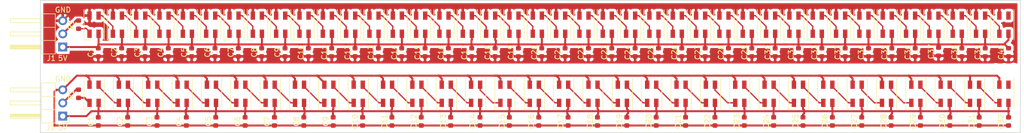
<source format=kicad_pcb>
(kicad_pcb (version 20171130) (host pcbnew "(5.1.2)-2")
  (layers (0 F.Cu signal) (31 B.Cu signal) (34 B.Paste user) (35 F.Paste user) (36 B.SilkS user) (37 F.SilkS user) (38 B.Mask user) (39 F.Mask user) (44 Edge.Cuts user))
  (net 0 "")
  (net 1 +5V)
  (net 2 GND)
  (net 3 "Net-(D1-Pad1)")
  (net 4 "Net-(D1-Pad3)")
  (net 5 "Net-(D2-Pad1)")
  (net 6 "Net-(D3-Pad1)")
  (net 7 "Net-(D4-Pad1)")
  (net 8 "Net-(D5-Pad1)")
  (net 9 "Net-(D6-Pad1)")
  (net 10 "Net-(D7-Pad1)")
  (net 11 "Net-(D8-Pad1)")
  (net 12 "Net-(D10-Pad1)")
  (net 13 "Net-(D10-Pad3)")
  (net 14 "Net-(D11-Pad1)")
  (net 15 "Net-(D12-Pad1)")
  (net 16 "Net-(D13-Pad1)")
  (net 17 "Net-(D14-Pad1)")
  (net 18 "Net-(D15-Pad1)")
  (net 19 "Net-(D16-Pad1)")
  (net 20 "Net-(D17-Pad1)")
  (net 21 "Net-(D18-Pad1)")
  (net 22 "Net-(D19-Pad1)")
  (net 23 "Net-(D20-Pad1)")
  (net 24 "Net-(D21-Pad1)")
  (net 25 "Net-(D22-Pad1)")
  (net 26 "Net-(D23-Pad1)")
  (net 27 "Net-(D24-Pad1)")
  (net 28 "Net-(D25-Pad1)")
  (net 29 "Net-(D26-Pad1)")
  (net 30 "Net-(D27-Pad1)")
  (net 31 "Net-(D28-Pad1)")
  (net 32 "Net-(D29-Pad1)")
  (net 33 "Net-(D30-Pad1)")
  (net 34 "Net-(D31-Pad1)")
  (net 35 "Net-(D32-Pad1)")
  (net 36 "Net-(D33-Pad1)")
  (net 37 "Net-(D34-Pad1)")
  (net 38 "Net-(D35-Pad1)")
  (net 39 "Net-(D36-Pad1)")
  (net 40 "Net-(D37-Pad1)")
  (net 41 "Net-(J1-Pad2)")
  (net 42 "Net-(D38-Pad1)")
  (net 43 "Net-(D39-Pad1)")
  (net 44 "Net-(D40-Pad1)")
  (module Connector_Pin:NPTH (layer F.Cu) (at 235.3945 52.197)
    (fp_text reference REF** hide)
    (fp_text value NPTH)
    (pad "" np_thru_hole circle (at 0 0) (size 1.2 1.2) (drill 1.2) (layers *.Cu *.Mask))
  )
  (module Connector_Pin:NPTH (layer F.Cu) (at 237.0455 52.197)
    (fp_text reference REF** hide)
    (fp_text value NPTH)
    (pad "" np_thru_hole circle (at 0 0) (size 1.2 1.2) (drill 1.2) (layers *.Cu *.Mask))
  )
  (module Connector_Pin:NPTH (layer F.Cu) (at 238.8235 52.1335)
    (fp_text reference REF** hide)
    (fp_text value NPTH)
    (pad "" np_thru_hole circle (at 0 0) (size 1.2 1.2) (drill 1.2) (layers *.Cu *.Mask))
  )
  (module Connector_PinHeader_2.54mm:PinHeader_1x03_P2.54mm_Horizontal (layer F.Cu) (at 55.372 61.341 180)
    (fp_text reference J1 (at 2.286 -2.159 180) (layer F.SilkS))
    (fp_text value Conn_01x03_Female)
    (pad 3 thru_hole rect (at 0 0 180) (size 1.7 1.7) (drill 1) (layers *.Cu *.Mask))
    (pad 2 thru_hole oval (at 0 2.54 180) (size 1.7 1.7) (drill 1) (layers *.Cu *.Mask))
    (pad 1 thru_hole oval (at 0 5.08 180) (size 1.7 1.7) (drill 1) (layers *.Cu *.Mask))
  )
  (module LED_SMD:LED_SK6812MINI_PLCC4_3.5x3.5mm_P1.75mm (layer F.Cu) (at 101.059806 57.023 270)
    (fp_text reference D8)
    (fp_text value SK6812MINI)
    (pad 3 smd rect (at 1.75 0.875 270) (size 1.6 0.85) (layers F.Cu F.Paste F.Mask))
    (pad 4 smd rect (at 1.75 -0.875 270) (size 1.6 0.85) (layers F.Cu F.Paste F.Mask))
    (pad 2 smd rect (at -1.75 0.875 270) (size 1.6 0.85) (layers F.Cu F.Paste F.Mask))
    (pad 1 smd rect (at -1.75 -0.875 270) (size 1.6 0.85) (layers F.Cu F.Paste F.Mask))
  )
  (module LED_SMD:LED_SK6812MINI_PLCC4_3.5x3.5mm_P1.75mm (layer F.Cu) (at 118.04958 57.023 270)
    (fp_text reference D11)
    (fp_text value SK6812MINI)
    (pad 3 smd rect (at 1.75 0.875 270) (size 1.6 0.85) (layers F.Cu F.Paste F.Mask))
    (pad 4 smd rect (at 1.75 -0.875 270) (size 1.6 0.85) (layers F.Cu F.Paste F.Mask))
    (pad 2 smd rect (at -1.75 0.875 270) (size 1.6 0.85) (layers F.Cu F.Paste F.Mask))
    (pad 1 smd rect (at -1.75 -0.875 270) (size 1.6 0.85) (layers F.Cu F.Paste F.Mask))
  )
  (module LED_SMD:LED_SK6812MINI_PLCC4_3.5x3.5mm_P1.75mm (layer F.Cu) (at 95.396548 57.023 270)
    (fp_text reference D7)
    (fp_text value SK6812MINI)
    (pad 3 smd rect (at 1.75 0.875 270) (size 1.6 0.85) (layers F.Cu F.Paste F.Mask))
    (pad 4 smd rect (at 1.75 -0.875 270) (size 1.6 0.85) (layers F.Cu F.Paste F.Mask))
    (pad 2 smd rect (at -1.75 0.875 270) (size 1.6 0.85) (layers F.Cu F.Paste F.Mask))
    (pad 1 smd rect (at -1.75 -0.875 270) (size 1.6 0.85) (layers F.Cu F.Paste F.Mask))
  )
  (module Resistor_SMD:R_0603_1608Metric (layer F.Cu) (at 58.42 57.023 90)
    (fp_text reference R1 (at -0.1905 -1.397 90) (layer F.SilkS))
    (fp_text value 200)
    (pad 1 smd roundrect (at -0.7875 0 90) (size 0.875 0.95) (layers F.Cu F.Paste F.Mask))
    (pad 2 smd roundrect (at 0.7875 0 90) (size 0.875 0.95) (layers F.Cu F.Paste F.Mask))
  )
  (module LED_SMD:LED_SK6812MINI_PLCC4_3.5x3.5mm_P1.75mm (layer F.Cu) (at 191.671934 57.023 270)
    (fp_text reference D24)
    (fp_text value SK6812MINI)
    (pad 3 smd rect (at 1.75 0.875 270) (size 1.6 0.85) (layers F.Cu F.Paste F.Mask))
    (pad 4 smd rect (at 1.75 -0.875 270) (size 1.6 0.85) (layers F.Cu F.Paste F.Mask))
    (pad 2 smd rect (at -1.75 0.875 270) (size 1.6 0.85) (layers F.Cu F.Paste F.Mask))
    (pad 1 smd rect (at -1.75 -0.875 270) (size 1.6 0.85) (layers F.Cu F.Paste F.Mask))
  )
  (module LED_SMD:LED_SK6812MINI_PLCC4_3.5x3.5mm_P1.75mm (layer F.Cu) (at 163.355644 57.023 270)
    (fp_text reference D19)
    (fp_text value SK6812MINI)
    (pad 3 smd rect (at 1.75 0.875 270) (size 1.6 0.85) (layers F.Cu F.Paste F.Mask))
    (pad 4 smd rect (at 1.75 -0.875 270) (size 1.6 0.85) (layers F.Cu F.Paste F.Mask))
    (pad 2 smd rect (at -1.75 0.875 270) (size 1.6 0.85) (layers F.Cu F.Paste F.Mask))
    (pad 1 smd rect (at -1.75 -0.875 270) (size 1.6 0.85) (layers F.Cu F.Paste F.Mask))
  )
  (module LED_SMD:LED_SK6812MINI_PLCC4_3.5x3.5mm_P1.75mm (layer F.Cu) (at 231.31474 57.023 270)
    (fp_text reference D31)
    (fp_text value SK6812MINI)
    (pad 3 smd rect (at 1.75 0.875 270) (size 1.6 0.85) (layers F.Cu F.Paste F.Mask))
    (pad 4 smd rect (at 1.75 -0.875 270) (size 1.6 0.85) (layers F.Cu F.Paste F.Mask))
    (pad 2 smd rect (at -1.75 0.875 270) (size 1.6 0.85) (layers F.Cu F.Paste F.Mask))
    (pad 1 smd rect (at -1.75 -0.875 270) (size 1.6 0.85) (layers F.Cu F.Paste F.Mask))
  )
  (module LED_SMD:LED_SK6812MINI_PLCC4_3.5x3.5mm_P1.75mm (layer F.Cu) (at 112.386322 57.023 270)
    (fp_text reference D10)
    (fp_text value SK6812MINI)
    (pad 3 smd rect (at 1.75 0.875 270) (size 1.6 0.85) (layers F.Cu F.Paste F.Mask))
    (pad 4 smd rect (at 1.75 -0.875 270) (size 1.6 0.85) (layers F.Cu F.Paste F.Mask))
    (pad 2 smd rect (at -1.75 0.875 270) (size 1.6 0.85) (layers F.Cu F.Paste F.Mask))
    (pad 1 smd rect (at -1.75 -0.875 270) (size 1.6 0.85) (layers F.Cu F.Paste F.Mask))
  )
  (module LED_SMD:LED_SK6812MINI_PLCC4_3.5x3.5mm_P1.75mm (layer F.Cu) (at 180.345418 57.023 270)
    (fp_text reference D22)
    (fp_text value SK6812MINI)
    (pad 3 smd rect (at 1.75 0.875 270) (size 1.6 0.85) (layers F.Cu F.Paste F.Mask))
    (pad 4 smd rect (at 1.75 -0.875 270) (size 1.6 0.85) (layers F.Cu F.Paste F.Mask))
    (pad 2 smd rect (at -1.75 0.875 270) (size 1.6 0.85) (layers F.Cu F.Paste F.Mask))
    (pad 1 smd rect (at -1.75 -0.875 270) (size 1.6 0.85) (layers F.Cu F.Paste F.Mask))
  )
  (module LED_SMD:LED_SK6812MINI_PLCC4_3.5x3.5mm_P1.75mm (layer F.Cu) (at 236.978 57.023 270)
    (fp_text reference D32)
    (fp_text value SK6812MINI)
    (pad 3 smd rect (at 1.75 0.875 270) (size 1.6 0.85) (layers F.Cu F.Paste F.Mask))
    (pad 4 smd rect (at 1.75 -0.875 270) (size 1.6 0.85) (layers F.Cu F.Paste F.Mask))
    (pad 2 smd rect (at -1.75 0.875 270) (size 1.6 0.85) (layers F.Cu F.Paste F.Mask))
    (pad 1 smd rect (at -1.75 -0.875 270) (size 1.6 0.85) (layers F.Cu F.Paste F.Mask))
  )
  (module LED_SMD:LED_SK6812MINI_PLCC4_3.5x3.5mm_P1.75mm (layer F.Cu) (at 123.712838 57.023 270)
    (fp_text reference D12)
    (fp_text value SK6812MINI)
    (pad 3 smd rect (at 1.75 0.875 270) (size 1.6 0.85) (layers F.Cu F.Paste F.Mask))
    (pad 4 smd rect (at 1.75 -0.875 270) (size 1.6 0.85) (layers F.Cu F.Paste F.Mask))
    (pad 2 smd rect (at -1.75 0.875 270) (size 1.6 0.85) (layers F.Cu F.Paste F.Mask))
    (pad 1 smd rect (at -1.75 -0.875 270) (size 1.6 0.85) (layers F.Cu F.Paste F.Mask))
  )
  (module LED_SMD:LED_SK6812MINI_PLCC4_3.5x3.5mm_P1.75mm (layer F.Cu) (at 106.723064 57.023 270)
    (fp_text reference D9)
    (fp_text value SK6812MINI)
    (pad 3 smd rect (at 1.75 0.875 270) (size 1.6 0.85) (layers F.Cu F.Paste F.Mask))
    (pad 4 smd rect (at 1.75 -0.875 270) (size 1.6 0.85) (layers F.Cu F.Paste F.Mask))
    (pad 2 smd rect (at -1.75 0.875 270) (size 1.6 0.85) (layers F.Cu F.Paste F.Mask))
    (pad 1 smd rect (at -1.75 -0.875 270) (size 1.6 0.85) (layers F.Cu F.Paste F.Mask))
  )
  (module LED_SMD:LED_SK6812MINI_PLCC4_3.5x3.5mm_P1.75mm (layer F.Cu) (at 174.68216 57.023 270)
    (fp_text reference D21)
    (fp_text value SK6812MINI)
    (pad 3 smd rect (at 1.75 0.875 270) (size 1.6 0.85) (layers F.Cu F.Paste F.Mask))
    (pad 4 smd rect (at 1.75 -0.875 270) (size 1.6 0.85) (layers F.Cu F.Paste F.Mask))
    (pad 2 smd rect (at -1.75 0.875 270) (size 1.6 0.85) (layers F.Cu F.Paste F.Mask))
    (pad 1 smd rect (at -1.75 -0.875 270) (size 1.6 0.85) (layers F.Cu F.Paste F.Mask))
  )
  (module LED_SMD:LED_SK6812MINI_PLCC4_3.5x3.5mm_P1.75mm (layer F.Cu) (at 169.018902 57.023 270)
    (fp_text reference D20)
    (fp_text value SK6812MINI)
    (pad 3 smd rect (at 1.75 0.875 270) (size 1.6 0.85) (layers F.Cu F.Paste F.Mask))
    (pad 4 smd rect (at 1.75 -0.875 270) (size 1.6 0.85) (layers F.Cu F.Paste F.Mask))
    (pad 2 smd rect (at -1.75 0.875 270) (size 1.6 0.85) (layers F.Cu F.Paste F.Mask))
    (pad 1 smd rect (at -1.75 -0.875 270) (size 1.6 0.85) (layers F.Cu F.Paste F.Mask))
  )
  (module LED_SMD:LED_SK6812MINI_PLCC4_3.5x3.5mm_P1.75mm (layer F.Cu) (at 186.008676 57.023 270)
    (fp_text reference D23)
    (fp_text value SK6812MINI)
    (pad 3 smd rect (at 1.75 0.875 270) (size 1.6 0.85) (layers F.Cu F.Paste F.Mask))
    (pad 4 smd rect (at 1.75 -0.875 270) (size 1.6 0.85) (layers F.Cu F.Paste F.Mask))
    (pad 2 smd rect (at -1.75 0.875 270) (size 1.6 0.85) (layers F.Cu F.Paste F.Mask))
    (pad 1 smd rect (at -1.75 -0.875 270) (size 1.6 0.85) (layers F.Cu F.Paste F.Mask))
  )
  (module LED_SMD:LED_SK6812MINI_PLCC4_3.5x3.5mm_P1.75mm (layer F.Cu) (at 152.029128 57.023 270)
    (fp_text reference D17)
    (fp_text value SK6812MINI)
    (pad 3 smd rect (at 1.75 0.875 270) (size 1.6 0.85) (layers F.Cu F.Paste F.Mask))
    (pad 4 smd rect (at 1.75 -0.875 270) (size 1.6 0.85) (layers F.Cu F.Paste F.Mask))
    (pad 2 smd rect (at -1.75 0.875 270) (size 1.6 0.85) (layers F.Cu F.Paste F.Mask))
    (pad 1 smd rect (at -1.75 -0.875 270) (size 1.6 0.85) (layers F.Cu F.Paste F.Mask))
  )
  (module LED_SMD:LED_SK6812MINI_PLCC4_3.5x3.5mm_P1.75mm (layer F.Cu) (at 146.36587 57.023 270)
    (fp_text reference D16)
    (fp_text value SK6812MINI)
    (pad 3 smd rect (at 1.75 0.875 270) (size 1.6 0.85) (layers F.Cu F.Paste F.Mask))
    (pad 4 smd rect (at 1.75 -0.875 270) (size 1.6 0.85) (layers F.Cu F.Paste F.Mask))
    (pad 2 smd rect (at -1.75 0.875 270) (size 1.6 0.85) (layers F.Cu F.Paste F.Mask))
    (pad 1 smd rect (at -1.75 -0.875 270) (size 1.6 0.85) (layers F.Cu F.Paste F.Mask))
  )
  (module LED_SMD:LED_SK6812MINI_PLCC4_3.5x3.5mm_P1.75mm (layer F.Cu) (at 129.376096 57.023 270)
    (fp_text reference D13)
    (fp_text value SK6812MINI)
    (pad 3 smd rect (at 1.75 0.875 270) (size 1.6 0.85) (layers F.Cu F.Paste F.Mask))
    (pad 4 smd rect (at 1.75 -0.875 270) (size 1.6 0.85) (layers F.Cu F.Paste F.Mask))
    (pad 2 smd rect (at -1.75 0.875 270) (size 1.6 0.85) (layers F.Cu F.Paste F.Mask))
    (pad 1 smd rect (at -1.75 -0.875 270) (size 1.6 0.85) (layers F.Cu F.Paste F.Mask))
  )
  (module LED_SMD:LED_SK6812MINI_PLCC4_3.5x3.5mm_P1.75mm (layer F.Cu) (at 84.070032 57.023 270)
    (fp_text reference D5)
    (fp_text value SK6812MINI)
    (pad 3 smd rect (at 1.75 0.875 270) (size 1.6 0.85) (layers F.Cu F.Paste F.Mask))
    (pad 4 smd rect (at 1.75 -0.875 270) (size 1.6 0.85) (layers F.Cu F.Paste F.Mask))
    (pad 2 smd rect (at -1.75 0.875 270) (size 1.6 0.85) (layers F.Cu F.Paste F.Mask))
    (pad 1 smd rect (at -1.75 -0.875 270) (size 1.6 0.85) (layers F.Cu F.Paste F.Mask))
  )
  (module LED_SMD:LED_SK6812MINI_PLCC4_3.5x3.5mm_P1.75mm (layer F.Cu) (at 214.324966 57.023 270)
    (fp_text reference D28)
    (fp_text value SK6812MINI)
    (pad 3 smd rect (at 1.75 0.875 270) (size 1.6 0.85) (layers F.Cu F.Paste F.Mask))
    (pad 4 smd rect (at 1.75 -0.875 270) (size 1.6 0.85) (layers F.Cu F.Paste F.Mask))
    (pad 2 smd rect (at -1.75 0.875 270) (size 1.6 0.85) (layers F.Cu F.Paste F.Mask))
    (pad 1 smd rect (at -1.75 -0.875 270) (size 1.6 0.85) (layers F.Cu F.Paste F.Mask))
  )
  (module LED_SMD:LED_SK6812MINI_PLCC4_3.5x3.5mm_P1.75mm (layer F.Cu) (at 67.080258 57.023 270)
    (fp_text reference D2)
    (fp_text value SK6812MINI)
    (pad 3 smd rect (at 1.75 0.875 270) (size 1.6 0.85) (layers F.Cu F.Paste F.Mask))
    (pad 4 smd rect (at 1.75 -0.875 270) (size 1.6 0.85) (layers F.Cu F.Paste F.Mask))
    (pad 2 smd rect (at -1.75 0.875 270) (size 1.6 0.85) (layers F.Cu F.Paste F.Mask))
    (pad 1 smd rect (at -1.75 -0.875 270) (size 1.6 0.85) (layers F.Cu F.Paste F.Mask))
  )
  (module LED_SMD:LED_SK6812MINI_PLCC4_3.5x3.5mm_P1.75mm (layer F.Cu) (at 61.417 57.023 270)
    (fp_text reference D1)
    (fp_text value SK6812MINI)
    (pad 3 smd rect (at 1.75 0.875 270) (size 1.6 0.85) (layers F.Cu F.Paste F.Mask))
    (pad 4 smd rect (at 1.75 -0.875 270) (size 1.6 0.85) (layers F.Cu F.Paste F.Mask))
    (pad 2 smd rect (at -1.75 0.875 270) (size 1.6 0.85) (layers F.Cu F.Paste F.Mask))
    (pad 1 smd rect (at -1.75 -0.875 270) (size 1.6 0.85) (layers F.Cu F.Paste F.Mask))
  )
  (module LED_SMD:LED_SK6812MINI_PLCC4_3.5x3.5mm_P1.75mm (layer F.Cu) (at 78.406774 57.023 270)
    (fp_text reference D4)
    (fp_text value SK6812MINI)
    (pad 3 smd rect (at 1.75 0.875 270) (size 1.6 0.85) (layers F.Cu F.Paste F.Mask))
    (pad 4 smd rect (at 1.75 -0.875 270) (size 1.6 0.85) (layers F.Cu F.Paste F.Mask))
    (pad 2 smd rect (at -1.75 0.875 270) (size 1.6 0.85) (layers F.Cu F.Paste F.Mask))
    (pad 1 smd rect (at -1.75 -0.875 270) (size 1.6 0.85) (layers F.Cu F.Paste F.Mask))
  )
  (module LED_SMD:LED_SK6812MINI_PLCC4_3.5x3.5mm_P1.75mm (layer F.Cu) (at 225.651482 57.023 270)
    (fp_text reference D30)
    (fp_text value SK6812MINI)
    (pad 3 smd rect (at 1.75 0.875 270) (size 1.6 0.85) (layers F.Cu F.Paste F.Mask))
    (pad 4 smd rect (at 1.75 -0.875 270) (size 1.6 0.85) (layers F.Cu F.Paste F.Mask))
    (pad 2 smd rect (at -1.75 0.875 270) (size 1.6 0.85) (layers F.Cu F.Paste F.Mask))
    (pad 1 smd rect (at -1.75 -0.875 270) (size 1.6 0.85) (layers F.Cu F.Paste F.Mask))
  )
  (module LED_SMD:LED_SK6812MINI_PLCC4_3.5x3.5mm_P1.75mm (layer F.Cu) (at 197.335192 57.023 270)
    (fp_text reference D25)
    (fp_text value SK6812MINI)
    (pad 3 smd rect (at 1.75 0.875 270) (size 1.6 0.85) (layers F.Cu F.Paste F.Mask))
    (pad 4 smd rect (at 1.75 -0.875 270) (size 1.6 0.85) (layers F.Cu F.Paste F.Mask))
    (pad 2 smd rect (at -1.75 0.875 270) (size 1.6 0.85) (layers F.Cu F.Paste F.Mask))
    (pad 1 smd rect (at -1.75 -0.875 270) (size 1.6 0.85) (layers F.Cu F.Paste F.Mask))
  )
  (module LED_SMD:LED_SK6812MINI_PLCC4_3.5x3.5mm_P1.75mm (layer F.Cu) (at 72.743516 57.023 270)
    (fp_text reference D3)
    (fp_text value SK6812MINI)
    (pad 3 smd rect (at 1.75 0.875 270) (size 1.6 0.85) (layers F.Cu F.Paste F.Mask))
    (pad 4 smd rect (at 1.75 -0.875 270) (size 1.6 0.85) (layers F.Cu F.Paste F.Mask))
    (pad 2 smd rect (at -1.75 0.875 270) (size 1.6 0.85) (layers F.Cu F.Paste F.Mask))
    (pad 1 smd rect (at -1.75 -0.875 270) (size 1.6 0.85) (layers F.Cu F.Paste F.Mask))
  )
  (module LED_SMD:LED_SK6812MINI_PLCC4_3.5x3.5mm_P1.75mm (layer F.Cu) (at 135.039354 57.023 270)
    (fp_text reference D14)
    (fp_text value SK6812MINI)
    (pad 3 smd rect (at 1.75 0.875 270) (size 1.6 0.85) (layers F.Cu F.Paste F.Mask))
    (pad 4 smd rect (at 1.75 -0.875 270) (size 1.6 0.85) (layers F.Cu F.Paste F.Mask))
    (pad 2 smd rect (at -1.75 0.875 270) (size 1.6 0.85) (layers F.Cu F.Paste F.Mask))
    (pad 1 smd rect (at -1.75 -0.875 270) (size 1.6 0.85) (layers F.Cu F.Paste F.Mask))
  )
  (module LED_SMD:LED_SK6812MINI_PLCC4_3.5x3.5mm_P1.75mm (layer F.Cu) (at 157.692386 57.023 270)
    (fp_text reference D18)
    (fp_text value SK6812MINI)
    (pad 3 smd rect (at 1.75 0.875 270) (size 1.6 0.85) (layers F.Cu F.Paste F.Mask))
    (pad 4 smd rect (at 1.75 -0.875 270) (size 1.6 0.85) (layers F.Cu F.Paste F.Mask))
    (pad 2 smd rect (at -1.75 0.875 270) (size 1.6 0.85) (layers F.Cu F.Paste F.Mask))
    (pad 1 smd rect (at -1.75 -0.875 270) (size 1.6 0.85) (layers F.Cu F.Paste F.Mask))
  )
  (module LED_SMD:LED_SK6812MINI_PLCC4_3.5x3.5mm_P1.75mm (layer F.Cu) (at 89.73329 57.023 270)
    (fp_text reference D6)
    (fp_text value SK6812MINI)
    (pad 3 smd rect (at 1.75 0.875 270) (size 1.6 0.85) (layers F.Cu F.Paste F.Mask))
    (pad 4 smd rect (at 1.75 -0.875 270) (size 1.6 0.85) (layers F.Cu F.Paste F.Mask))
    (pad 2 smd rect (at -1.75 0.875 270) (size 1.6 0.85) (layers F.Cu F.Paste F.Mask))
    (pad 1 smd rect (at -1.75 -0.875 270) (size 1.6 0.85) (layers F.Cu F.Paste F.Mask))
  )
  (module LED_SMD:LED_SK6812MINI_PLCC4_3.5x3.5mm_P1.75mm (layer F.Cu) (at 219.988224 57.023 270)
    (fp_text reference D29)
    (fp_text value SK6812MINI)
    (pad 3 smd rect (at 1.75 0.875 270) (size 1.6 0.85) (layers F.Cu F.Paste F.Mask))
    (pad 4 smd rect (at 1.75 -0.875 270) (size 1.6 0.85) (layers F.Cu F.Paste F.Mask))
    (pad 2 smd rect (at -1.75 0.875 270) (size 1.6 0.85) (layers F.Cu F.Paste F.Mask))
    (pad 1 smd rect (at -1.75 -0.875 270) (size 1.6 0.85) (layers F.Cu F.Paste F.Mask))
  )
  (module LED_SMD:LED_SK6812MINI_PLCC4_3.5x3.5mm_P1.75mm (layer F.Cu) (at 208.661708 57.023 270)
    (fp_text reference D27)
    (fp_text value SK6812MINI)
    (pad 3 smd rect (at 1.75 0.875 270) (size 1.6 0.85) (layers F.Cu F.Paste F.Mask))
    (pad 4 smd rect (at 1.75 -0.875 270) (size 1.6 0.85) (layers F.Cu F.Paste F.Mask))
    (pad 2 smd rect (at -1.75 0.875 270) (size 1.6 0.85) (layers F.Cu F.Paste F.Mask))
    (pad 1 smd rect (at -1.75 -0.875 270) (size 1.6 0.85) (layers F.Cu F.Paste F.Mask))
  )
  (module LED_SMD:LED_SK6812MINI_PLCC4_3.5x3.5mm_P1.75mm (layer F.Cu) (at 140.702612 57.023 270)
    (fp_text reference D15)
    (fp_text value SK6812MINI)
    (pad 3 smd rect (at 1.75 0.875 270) (size 1.6 0.85) (layers F.Cu F.Paste F.Mask))
    (pad 4 smd rect (at 1.75 -0.875 270) (size 1.6 0.85) (layers F.Cu F.Paste F.Mask))
    (pad 2 smd rect (at -1.75 0.875 270) (size 1.6 0.85) (layers F.Cu F.Paste F.Mask))
    (pad 1 smd rect (at -1.75 -0.875 270) (size 1.6 0.85) (layers F.Cu F.Paste F.Mask))
  )
  (module LED_SMD:LED_SK6812MINI_PLCC4_3.5x3.5mm_P1.75mm (layer F.Cu) (at 202.99845 57.023 270)
    (fp_text reference D26)
    (fp_text value SK6812MINI)
    (pad 3 smd rect (at 1.75 0.875 270) (size 1.6 0.85) (layers F.Cu F.Paste F.Mask))
    (pad 4 smd rect (at 1.75 -0.875 270) (size 1.6 0.85) (layers F.Cu F.Paste F.Mask))
    (pad 2 smd rect (at -1.75 0.875 270) (size 1.6 0.85) (layers F.Cu F.Paste F.Mask))
    (pad 1 smd rect (at -1.75 -0.875 270) (size 1.6 0.85) (layers F.Cu F.Paste F.Mask))
  )
  (module Capacitor_SMD:C_0603_1608Metric (layer F.Cu) (at 209.541788 62.357 90)
    (fp_text reference C27 (at 0 -1.43 90) (layer F.SilkS))
    (fp_text value C)
    (pad 1 smd roundrect (at -0.7875 0 90) (size 0.875 0.95) (layers F.Cu F.Paste F.Mask))
    (pad 2 smd roundrect (at 0.7875 0 90) (size 0.875 0.95) (layers F.Cu F.Paste F.Mask))
  )
  (module Capacitor_SMD:C_0603_1608Metric (layer F.Cu) (at 237.871 62.357 90)
    (fp_text reference C32 (at 0 -1.43 90) (layer F.SilkS))
    (fp_text value C)
    (pad 1 smd roundrect (at -0.7875 0 90) (size 0.875 0.95) (layers F.Cu F.Paste F.Mask))
    (pad 2 smd roundrect (at 0.7875 0 90) (size 0.875 0.95) (layers F.Cu F.Paste F.Mask))
  )
  (module Capacitor_SMD:C_0603_1608Metric (layer F.Cu) (at 232.20514 62.357 90)
    (fp_text reference C31 (at 0 -1.43 90) (layer F.SilkS))
    (fp_text value C)
    (pad 1 smd roundrect (at -0.7875 0 90) (size 0.875 0.95) (layers F.Cu F.Paste F.Mask))
    (pad 2 smd roundrect (at 0.7875 0 90) (size 0.875 0.95) (layers F.Cu F.Paste F.Mask))
  )
  (module Capacitor_SMD:C_0603_1608Metric (layer F.Cu) (at 226.539302 62.357 90)
    (fp_text reference C30 (at 0 -1.43 90) (layer F.SilkS))
    (fp_text value C)
    (pad 1 smd roundrect (at -0.7875 0 90) (size 0.875 0.95) (layers F.Cu F.Paste F.Mask))
    (pad 2 smd roundrect (at 0.7875 0 90) (size 0.875 0.95) (layers F.Cu F.Paste F.Mask))
  )
  (module Capacitor_SMD:C_0603_1608Metric (layer F.Cu) (at 220.873464 62.357 90)
    (fp_text reference C29 (at 0 -1.43 90) (layer F.SilkS))
    (fp_text value C)
    (pad 1 smd roundrect (at -0.7875 0 90) (size 0.875 0.95) (layers F.Cu F.Paste F.Mask))
    (pad 2 smd roundrect (at 0.7875 0 90) (size 0.875 0.95) (layers F.Cu F.Paste F.Mask))
  )
  (module Capacitor_SMD:C_0603_1608Metric (layer F.Cu) (at 181.212598 62.357 90)
    (fp_text reference C22 (at 0 -1.43 90) (layer F.SilkS))
    (fp_text value C)
    (pad 1 smd roundrect (at -0.7875 0 90) (size 0.875 0.95) (layers F.Cu F.Paste F.Mask))
    (pad 2 smd roundrect (at 0.7875 0 90) (size 0.875 0.95) (layers F.Cu F.Paste F.Mask))
  )
  (module Capacitor_SMD:C_0603_1608Metric (layer F.Cu) (at 62.23 62.357 90)
    (fp_text reference C1 (at 0 -1.43 90) (layer F.SilkS))
    (fp_text value C)
    (pad 1 smd roundrect (at -0.7875 0 90) (size 0.875 0.95) (layers F.Cu F.Paste F.Mask))
    (pad 2 smd roundrect (at 0.7875 0 90) (size 0.875 0.95) (layers F.Cu F.Paste F.Mask))
  )
  (module Capacitor_SMD:C_0603_1608Metric (layer F.Cu) (at 203.87595 62.357 90)
    (fp_text reference C26 (at 0 -1.43 90) (layer F.SilkS))
    (fp_text value C)
    (pad 1 smd roundrect (at -0.7875 0 90) (size 0.875 0.95) (layers F.Cu F.Paste F.Mask))
    (pad 2 smd roundrect (at 0.7875 0 90) (size 0.875 0.95) (layers F.Cu F.Paste F.Mask))
  )
  (module Capacitor_SMD:C_0603_1608Metric (layer F.Cu) (at 169.880922 62.357 90)
    (fp_text reference C20 (at 0 -1.43 90) (layer F.SilkS))
    (fp_text value C)
    (pad 1 smd roundrect (at -0.7875 0 90) (size 0.875 0.95) (layers F.Cu F.Paste F.Mask))
    (pad 2 smd roundrect (at 0.7875 0 90) (size 0.875 0.95) (layers F.Cu F.Paste F.Mask))
  )
  (module Capacitor_SMD:C_0603_1608Metric (layer F.Cu) (at 113.222542 62.357 90)
    (fp_text reference C10 (at 0 -1.43 90) (layer F.SilkS))
    (fp_text value C)
    (pad 1 smd roundrect (at -0.7875 0 90) (size 0.875 0.95) (layers F.Cu F.Paste F.Mask))
    (pad 2 smd roundrect (at 0.7875 0 90) (size 0.875 0.95) (layers F.Cu F.Paste F.Mask))
  )
  (module Capacitor_SMD:C_0603_1608Metric (layer F.Cu) (at 164.215084 62.357 90)
    (fp_text reference C19 (at 0 -1.43 90) (layer F.SilkS))
    (fp_text value C)
    (pad 1 smd roundrect (at -0.7875 0 90) (size 0.875 0.95) (layers F.Cu F.Paste F.Mask))
    (pad 2 smd roundrect (at 0.7875 0 90) (size 0.875 0.95) (layers F.Cu F.Paste F.Mask))
  )
  (module Capacitor_SMD:C_0603_1608Metric (layer F.Cu) (at 101.890866 62.357 90)
    (fp_text reference C8 (at 0 -1.43 90) (layer F.SilkS))
    (fp_text value C)
    (pad 1 smd roundrect (at -0.7875 0 90) (size 0.875 0.95) (layers F.Cu F.Paste F.Mask))
    (pad 2 smd roundrect (at 0.7875 0 90) (size 0.875 0.95) (layers F.Cu F.Paste F.Mask))
  )
  (module Capacitor_SMD:C_0603_1608Metric (layer F.Cu) (at 158.549246 62.357 90)
    (fp_text reference C18 (at 0 -1.43 90) (layer F.SilkS))
    (fp_text value C)
    (pad 1 smd roundrect (at -0.7875 0 90) (size 0.875 0.95) (layers F.Cu F.Paste F.Mask))
    (pad 2 smd roundrect (at 0.7875 0 90) (size 0.875 0.95) (layers F.Cu F.Paste F.Mask))
  )
  (module Capacitor_SMD:C_0603_1608Metric (layer F.Cu) (at 96.225028 62.357 90)
    (fp_text reference C7 (at 0 -1.43 90) (layer F.SilkS))
    (fp_text value C)
    (pad 1 smd roundrect (at -0.7875 0 90) (size 0.875 0.95) (layers F.Cu F.Paste F.Mask))
    (pad 2 smd roundrect (at 0.7875 0 90) (size 0.875 0.95) (layers F.Cu F.Paste F.Mask))
  )
  (module Capacitor_SMD:C_0603_1608Metric (layer F.Cu) (at 124.554218 62.357 90)
    (fp_text reference C12 (at 0 -1.43 90) (layer F.SilkS))
    (fp_text value C)
    (pad 1 smd roundrect (at -0.7875 0 90) (size 0.875 0.95) (layers F.Cu F.Paste F.Mask))
    (pad 2 smd roundrect (at 0.7875 0 90) (size 0.875 0.95) (layers F.Cu F.Paste F.Mask))
  )
  (module Capacitor_SMD:C_0603_1608Metric (layer F.Cu) (at 67.895838 62.357 90)
    (fp_text reference C2 (at 0 -1.43 90) (layer F.SilkS))
    (fp_text value C)
    (pad 1 smd roundrect (at -0.7875 0 90) (size 0.875 0.95) (layers F.Cu F.Paste F.Mask))
    (pad 2 smd roundrect (at 0.7875 0 90) (size 0.875 0.95) (layers F.Cu F.Paste F.Mask))
  )
  (module Capacitor_SMD:C_0603_1608Metric (layer F.Cu) (at 73.561676 62.357 90)
    (fp_text reference C3 (at 0 -1.43 90) (layer F.SilkS))
    (fp_text value C)
    (pad 1 smd roundrect (at -0.7875 0 90) (size 0.875 0.95) (layers F.Cu F.Paste F.Mask))
    (pad 2 smd roundrect (at 0.7875 0 90) (size 0.875 0.95) (layers F.Cu F.Paste F.Mask))
  )
  (module Capacitor_SMD:C_0603_1608Metric (layer F.Cu) (at 79.227514 62.357 90)
    (fp_text reference C4 (at 0 -1.43 90) (layer F.SilkS))
    (fp_text value C)
    (pad 1 smd roundrect (at -0.7875 0 90) (size 0.875 0.95) (layers F.Cu F.Paste F.Mask))
    (pad 2 smd roundrect (at 0.7875 0 90) (size 0.875 0.95) (layers F.Cu F.Paste F.Mask))
  )
  (module Capacitor_SMD:C_0603_1608Metric (layer F.Cu) (at 186.878436 62.357 90)
    (fp_text reference C23 (at 0 -1.43 90) (layer F.SilkS))
    (fp_text value C)
    (pad 1 smd roundrect (at -0.7875 0 90) (size 0.875 0.95) (layers F.Cu F.Paste F.Mask))
    (pad 2 smd roundrect (at 0.7875 0 90) (size 0.875 0.95) (layers F.Cu F.Paste F.Mask))
  )
  (module Capacitor_SMD:C_0603_1608Metric (layer F.Cu) (at 135.885894 62.357 90)
    (fp_text reference C14 (at 0 -1.43 90) (layer F.SilkS))
    (fp_text value C)
    (pad 1 smd roundrect (at -0.7875 0 90) (size 0.875 0.95) (layers F.Cu F.Paste F.Mask))
    (pad 2 smd roundrect (at 0.7875 0 90) (size 0.875 0.95) (layers F.Cu F.Paste F.Mask))
  )
  (module Capacitor_SMD:C_0603_1608Metric (layer F.Cu) (at 84.893352 62.357 90)
    (fp_text reference C5 (at 0 -1.43 90) (layer F.SilkS))
    (fp_text value C)
    (pad 1 smd roundrect (at -0.7875 0 90) (size 0.875 0.95) (layers F.Cu F.Paste F.Mask))
    (pad 2 smd roundrect (at 0.7875 0 90) (size 0.875 0.95) (layers F.Cu F.Paste F.Mask))
  )
  (module Capacitor_SMD:C_0603_1608Metric (layer F.Cu) (at 175.54676 62.357 90)
    (fp_text reference C21 (at 0 -1.43 90) (layer F.SilkS))
    (fp_text value C)
    (pad 1 smd roundrect (at -0.7875 0 90) (size 0.875 0.95) (layers F.Cu F.Paste F.Mask))
    (pad 2 smd roundrect (at 0.7875 0 90) (size 0.875 0.95) (layers F.Cu F.Paste F.Mask))
  )
  (module Capacitor_SMD:C_0603_1608Metric (layer F.Cu) (at 152.883408 62.357 90)
    (fp_text reference C17 (at 0 -1.43 90) (layer F.SilkS))
    (fp_text value C)
    (pad 1 smd roundrect (at -0.7875 0 90) (size 0.875 0.95) (layers F.Cu F.Paste F.Mask))
    (pad 2 smd roundrect (at 0.7875 0 90) (size 0.875 0.95) (layers F.Cu F.Paste F.Mask))
  )
  (module Capacitor_SMD:C_0603_1608Metric (layer F.Cu) (at 147.21757 62.357 90)
    (fp_text reference C16 (at 0 -1.43 90) (layer F.SilkS))
    (fp_text value C)
    (pad 1 smd roundrect (at -0.7875 0 90) (size 0.875 0.95) (layers F.Cu F.Paste F.Mask))
    (pad 2 smd roundrect (at 0.7875 0 90) (size 0.875 0.95) (layers F.Cu F.Paste F.Mask))
  )
  (module Capacitor_SMD:C_0603_1608Metric (layer F.Cu) (at 90.55919 62.357 90)
    (fp_text reference C6 (at 0 -1.43 90) (layer F.SilkS))
    (fp_text value C)
    (pad 1 smd roundrect (at -0.7875 0 90) (size 0.875 0.95) (layers F.Cu F.Paste F.Mask))
    (pad 2 smd roundrect (at 0.7875 0 90) (size 0.875 0.95) (layers F.Cu F.Paste F.Mask))
  )
  (module Capacitor_SMD:C_0603_1608Metric (layer F.Cu) (at 141.551732 62.357 90)
    (fp_text reference C15 (at 0 -1.43 90) (layer F.SilkS))
    (fp_text value C)
    (pad 1 smd roundrect (at -0.7875 0 90) (size 0.875 0.95) (layers F.Cu F.Paste F.Mask))
    (pad 2 smd roundrect (at 0.7875 0 90) (size 0.875 0.95) (layers F.Cu F.Paste F.Mask))
  )
  (module Capacitor_SMD:C_0603_1608Metric (layer F.Cu) (at 215.207626 62.357 90)
    (fp_text reference C28 (at 0 -1.43 90) (layer F.SilkS))
    (fp_text value C)
    (pad 1 smd roundrect (at -0.7875 0 90) (size 0.875 0.95) (layers F.Cu F.Paste F.Mask))
    (pad 2 smd roundrect (at 0.7875 0 90) (size 0.875 0.95) (layers F.Cu F.Paste F.Mask))
  )
  (module Capacitor_SMD:C_0603_1608Metric (layer F.Cu) (at 192.544274 62.357 90)
    (fp_text reference C24 (at 0 -1.43 90) (layer F.SilkS))
    (fp_text value C)
    (pad 1 smd roundrect (at -0.7875 0 90) (size 0.875 0.95) (layers F.Cu F.Paste F.Mask))
    (pad 2 smd roundrect (at 0.7875 0 90) (size 0.875 0.95) (layers F.Cu F.Paste F.Mask))
  )
  (module Capacitor_SMD:C_0603_1608Metric (layer F.Cu) (at 107.556704 62.357 90)
    (fp_text reference C9 (at 0 -1.43 90) (layer F.SilkS))
    (fp_text value C)
    (pad 1 smd roundrect (at -0.7875 0 90) (size 0.875 0.95) (layers F.Cu F.Paste F.Mask))
    (pad 2 smd roundrect (at 0.7875 0 90) (size 0.875 0.95) (layers F.Cu F.Paste F.Mask))
  )
  (module Capacitor_SMD:C_0603_1608Metric (layer F.Cu) (at 198.210112 62.357 90)
    (fp_text reference C25 (at 0 -1.43 90) (layer F.SilkS))
    (fp_text value C)
    (pad 1 smd roundrect (at -0.7875 0 90) (size 0.875 0.95) (layers F.Cu F.Paste F.Mask))
    (pad 2 smd roundrect (at 0.7875 0 90) (size 0.875 0.95) (layers F.Cu F.Paste F.Mask))
  )
  (module Capacitor_SMD:C_0603_1608Metric (layer F.Cu) (at 118.88838 62.357 90)
    (fp_text reference C11 (at 0 -1.43 90) (layer F.SilkS))
    (fp_text value C)
    (pad 1 smd roundrect (at -0.7875 0 90) (size 0.875 0.95) (layers F.Cu F.Paste F.Mask))
    (pad 2 smd roundrect (at 0.7875 0 90) (size 0.875 0.95) (layers F.Cu F.Paste F.Mask))
  )
  (module Capacitor_SMD:C_0603_1608Metric (layer F.Cu) (at 130.220056 62.357 90)
    (fp_text reference C13 (at 0 -1.43 90) (layer F.SilkS))
    (fp_text value C)
    (pad 1 smd roundrect (at -0.7875 0 90) (size 0.875 0.95) (layers F.Cu F.Paste F.Mask))
    (pad 2 smd roundrect (at 0.7875 0 90) (size 0.875 0.95) (layers F.Cu F.Paste F.Mask))
  )
  (module Connector_PinHeader_2.54mm:PinHeader_1x03_P2.54mm_Horizontal (layer F.Cu) (at 55.372 48.006 180)
    (fp_text reference J1 (at 2.2225 -2.159 180) (layer F.SilkS))
    (fp_text value Conn_01x03_Female)
    (pad 1 thru_hole oval (at 0 5.08 180) (size 1.7 1.7) (drill 1) (layers *.Cu *.Mask) (net 2 GND))
    (pad 2 thru_hole oval (at 0 2.54 180) (size 1.7 1.7) (drill 1) (layers *.Cu *.Mask) (net 41 "Net-(J1-Pad2)"))
    (pad 3 thru_hole rect (at 0 0 180) (size 1.7 1.7) (drill 1) (layers *.Cu *.Mask) (net 1 +5V))
  )
  (module Resistor_SMD:R_0603_1608Metric (layer F.Cu) (at 58.42 43.688 90)
    (fp_text reference R1 (at 0 -1.43 90) (layer F.SilkS))
    (fp_text value 200)
    (pad 2 smd roundrect (at 0.7875 0 90) (size 0.875 0.95) (layers F.Cu F.Paste F.Mask) (net 41 "Net-(J1-Pad2)"))
    (pad 1 smd roundrect (at -0.7875 0 90) (size 0.875 0.95) (layers F.Cu F.Paste F.Mask) (net 4 "Net-(D1-Pad3)"))
  )
  (module LED_SMD:LED_SK6812MINI_PLCC4_3.5x3.5mm_P1.75mm (layer F.Cu) (at 218.97174 43.688 270)
    (fp_text reference D36)
    (fp_text value SK6812MINI)
    (pad 1 smd rect (at -1.75 -0.875 270) (size 1.6 0.85) (layers F.Cu F.Paste F.Mask) (net 39 "Net-(D36-Pad1)"))
    (pad 2 smd rect (at -1.75 0.875 270) (size 1.6 0.85) (layers F.Cu F.Paste F.Mask) (net 2 GND))
    (pad 4 smd rect (at 1.75 -0.875 270) (size 1.6 0.85) (layers F.Cu F.Paste F.Mask) (net 1 +5V))
    (pad 3 smd rect (at 1.75 0.875 270) (size 1.6 0.85) (layers F.Cu F.Paste F.Mask) (net 38 "Net-(D35-Pad1)"))
  )
  (module LED_SMD:LED_SK6812MINI_PLCC4_3.5x3.5mm_P1.75mm (layer F.Cu) (at 164.952972 43.688 270)
    (fp_text reference D24)
    (fp_text value SK6812MINI)
    (pad 1 smd rect (at -1.75 -0.875 270) (size 1.6 0.85) (layers F.Cu F.Paste F.Mask) (net 27 "Net-(D24-Pad1)"))
    (pad 2 smd rect (at -1.75 0.875 270) (size 1.6 0.85) (layers F.Cu F.Paste F.Mask) (net 2 GND))
    (pad 4 smd rect (at 1.75 -0.875 270) (size 1.6 0.85) (layers F.Cu F.Paste F.Mask) (net 1 +5V))
    (pad 3 smd rect (at 1.75 0.875 270) (size 1.6 0.85) (layers F.Cu F.Paste F.Mask) (net 26 "Net-(D23-Pad1)"))
  )
  (module LED_SMD:LED_SK6812MINI_PLCC4_3.5x3.5mm_P1.75mm (layer F.Cu) (at 110.934204 43.688 270)
    (fp_text reference D12)
    (fp_text value SK6812MINI)
    (pad 1 smd rect (at -1.75 -0.875 270) (size 1.6 0.85) (layers F.Cu F.Paste F.Mask) (net 15 "Net-(D12-Pad1)"))
    (pad 2 smd rect (at -1.75 0.875 270) (size 1.6 0.85) (layers F.Cu F.Paste F.Mask) (net 2 GND))
    (pad 4 smd rect (at 1.75 -0.875 270) (size 1.6 0.85) (layers F.Cu F.Paste F.Mask) (net 1 +5V))
    (pad 3 smd rect (at 1.75 0.875 270) (size 1.6 0.85) (layers F.Cu F.Paste F.Mask) (net 14 "Net-(D11-Pad1)"))
  )
  (module LED_SMD:LED_SK6812MINI_PLCC4_3.5x3.5mm_P1.75mm (layer F.Cu) (at 214.470176 43.688 270)
    (fp_text reference D35)
    (fp_text value SK6812MINI)
    (pad 1 smd rect (at -1.75 -0.875 270) (size 1.6 0.85) (layers F.Cu F.Paste F.Mask) (net 38 "Net-(D35-Pad1)"))
    (pad 2 smd rect (at -1.75 0.875 270) (size 1.6 0.85) (layers F.Cu F.Paste F.Mask) (net 2 GND))
    (pad 4 smd rect (at 1.75 -0.875 270) (size 1.6 0.85) (layers F.Cu F.Paste F.Mask) (net 1 +5V))
    (pad 3 smd rect (at 1.75 0.875 270) (size 1.6 0.85) (layers F.Cu F.Paste F.Mask) (net 37 "Net-(D34-Pad1)"))
  )
  (module LED_SMD:LED_SK6812MINI_PLCC4_3.5x3.5mm_P1.75mm (layer F.Cu) (at 160.451408 43.688 270)
    (fp_text reference D23)
    (fp_text value SK6812MINI)
    (pad 1 smd rect (at -1.75 -0.875 270) (size 1.6 0.85) (layers F.Cu F.Paste F.Mask) (net 26 "Net-(D23-Pad1)"))
    (pad 2 smd rect (at -1.75 0.875 270) (size 1.6 0.85) (layers F.Cu F.Paste F.Mask) (net 2 GND))
    (pad 4 smd rect (at 1.75 -0.875 270) (size 1.6 0.85) (layers F.Cu F.Paste F.Mask) (net 1 +5V))
    (pad 3 smd rect (at 1.75 0.875 270) (size 1.6 0.85) (layers F.Cu F.Paste F.Mask) (net 25 "Net-(D22-Pad1)"))
  )
  (module LED_SMD:LED_SK6812MINI_PLCC4_3.5x3.5mm_P1.75mm (layer F.Cu) (at 106.43264 43.688 270)
    (fp_text reference D11)
    (fp_text value SK6812MINI)
    (pad 1 smd rect (at -1.75 -0.875 270) (size 1.6 0.85) (layers F.Cu F.Paste F.Mask) (net 14 "Net-(D11-Pad1)"))
    (pad 2 smd rect (at -1.75 0.875 270) (size 1.6 0.85) (layers F.Cu F.Paste F.Mask) (net 2 GND))
    (pad 4 smd rect (at 1.75 -0.875 270) (size 1.6 0.85) (layers F.Cu F.Paste F.Mask) (net 1 +5V))
    (pad 3 smd rect (at 1.75 0.875 270) (size 1.6 0.85) (layers F.Cu F.Paste F.Mask) (net 12 "Net-(D10-Pad1)"))
  )
  (module LED_SMD:LED_SK6812MINI_PLCC4_3.5x3.5mm_P1.75mm (layer F.Cu) (at 209.968612 43.688 270)
    (fp_text reference D34)
    (fp_text value SK6812MINI)
    (pad 1 smd rect (at -1.75 -0.875 270) (size 1.6 0.85) (layers F.Cu F.Paste F.Mask) (net 37 "Net-(D34-Pad1)"))
    (pad 2 smd rect (at -1.75 0.875 270) (size 1.6 0.85) (layers F.Cu F.Paste F.Mask) (net 2 GND))
    (pad 4 smd rect (at 1.75 -0.875 270) (size 1.6 0.85) (layers F.Cu F.Paste F.Mask) (net 1 +5V))
    (pad 3 smd rect (at 1.75 0.875 270) (size 1.6 0.85) (layers F.Cu F.Paste F.Mask) (net 36 "Net-(D33-Pad1)"))
  )
  (module LED_SMD:LED_SK6812MINI_PLCC4_3.5x3.5mm_P1.75mm (layer F.Cu) (at 155.949844 43.688 270)
    (fp_text reference D22)
    (fp_text value SK6812MINI)
    (pad 1 smd rect (at -1.75 -0.875 270) (size 1.6 0.85) (layers F.Cu F.Paste F.Mask) (net 25 "Net-(D22-Pad1)"))
    (pad 2 smd rect (at -1.75 0.875 270) (size 1.6 0.85) (layers F.Cu F.Paste F.Mask) (net 2 GND))
    (pad 4 smd rect (at 1.75 -0.875 270) (size 1.6 0.85) (layers F.Cu F.Paste F.Mask) (net 1 +5V))
    (pad 3 smd rect (at 1.75 0.875 270) (size 1.6 0.85) (layers F.Cu F.Paste F.Mask) (net 24 "Net-(D21-Pad1)"))
  )
  (module LED_SMD:LED_SK6812MINI_PLCC4_3.5x3.5mm_P1.75mm (layer F.Cu) (at 101.931076 43.688 270)
    (fp_text reference D10)
    (fp_text value SK6812MINI)
    (pad 1 smd rect (at -1.75 -0.875 270) (size 1.6 0.85) (layers F.Cu F.Paste F.Mask) (net 12 "Net-(D10-Pad1)"))
    (pad 2 smd rect (at -1.75 0.875 270) (size 1.6 0.85) (layers F.Cu F.Paste F.Mask) (net 2 GND))
    (pad 4 smd rect (at 1.75 -0.875 270) (size 1.6 0.85) (layers F.Cu F.Paste F.Mask) (net 1 +5V))
    (pad 3 smd rect (at 1.75 0.875 270) (size 1.6 0.85) (layers F.Cu F.Paste F.Mask) (net 13 "Net-(D10-Pad3)"))
  )
  (module LED_SMD:LED_SK6812MINI_PLCC4_3.5x3.5mm_P1.75mm (layer F.Cu) (at 205.467048 43.688 270)
    (fp_text reference D33)
    (fp_text value SK6812MINI)
    (pad 1 smd rect (at -1.75 -0.875 270) (size 1.6 0.85) (layers F.Cu F.Paste F.Mask) (net 36 "Net-(D33-Pad1)"))
    (pad 2 smd rect (at -1.75 0.875 270) (size 1.6 0.85) (layers F.Cu F.Paste F.Mask) (net 2 GND))
    (pad 4 smd rect (at 1.75 -0.875 270) (size 1.6 0.85) (layers F.Cu F.Paste F.Mask) (net 1 +5V))
    (pad 3 smd rect (at 1.75 0.875 270) (size 1.6 0.85) (layers F.Cu F.Paste F.Mask) (net 35 "Net-(D32-Pad1)"))
  )
  (module LED_SMD:LED_SK6812MINI_PLCC4_3.5x3.5mm_P1.75mm (layer F.Cu) (at 151.44828 43.688 270)
    (fp_text reference D21)
    (fp_text value SK6812MINI)
    (pad 1 smd rect (at -1.75 -0.875 270) (size 1.6 0.85) (layers F.Cu F.Paste F.Mask) (net 24 "Net-(D21-Pad1)"))
    (pad 2 smd rect (at -1.75 0.875 270) (size 1.6 0.85) (layers F.Cu F.Paste F.Mask) (net 2 GND))
    (pad 4 smd rect (at 1.75 -0.875 270) (size 1.6 0.85) (layers F.Cu F.Paste F.Mask) (net 1 +5V))
    (pad 3 smd rect (at 1.75 0.875 270) (size 1.6 0.85) (layers F.Cu F.Paste F.Mask) (net 23 "Net-(D20-Pad1)"))
  )
  (module LED_SMD:LED_SK6812MINI_PLCC4_3.5x3.5mm_P1.75mm (layer F.Cu) (at 97.429512 43.688 270)
    (fp_text reference D9)
    (fp_text value SK6812MINI)
    (pad 1 smd rect (at -1.75 -0.875 270) (size 1.6 0.85) (layers F.Cu F.Paste F.Mask) (net 13 "Net-(D10-Pad3)"))
    (pad 2 smd rect (at -1.75 0.875 270) (size 1.6 0.85) (layers F.Cu F.Paste F.Mask) (net 2 GND))
    (pad 4 smd rect (at 1.75 -0.875 270) (size 1.6 0.85) (layers F.Cu F.Paste F.Mask) (net 1 +5V))
    (pad 3 smd rect (at 1.75 0.875 270) (size 1.6 0.85) (layers F.Cu F.Paste F.Mask) (net 11 "Net-(D8-Pad1)"))
  )
  (module LED_SMD:LED_SK6812MINI_PLCC4_3.5x3.5mm_P1.75mm (layer F.Cu) (at 200.965484 43.688 270)
    (fp_text reference D32)
    (fp_text value SK6812MINI)
    (pad 1 smd rect (at -1.75 -0.875 270) (size 1.6 0.85) (layers F.Cu F.Paste F.Mask) (net 35 "Net-(D32-Pad1)"))
    (pad 2 smd rect (at -1.75 0.875 270) (size 1.6 0.85) (layers F.Cu F.Paste F.Mask) (net 2 GND))
    (pad 4 smd rect (at 1.75 -0.875 270) (size 1.6 0.85) (layers F.Cu F.Paste F.Mask) (net 1 +5V))
    (pad 3 smd rect (at 1.75 0.875 270) (size 1.6 0.85) (layers F.Cu F.Paste F.Mask) (net 34 "Net-(D31-Pad1)"))
  )
  (module LED_SMD:LED_SK6812MINI_PLCC4_3.5x3.5mm_P1.75mm (layer F.Cu) (at 146.946716 43.688 270)
    (fp_text reference D20)
    (fp_text value SK6812MINI)
    (pad 1 smd rect (at -1.75 -0.875 270) (size 1.6 0.85) (layers F.Cu F.Paste F.Mask) (net 23 "Net-(D20-Pad1)"))
    (pad 2 smd rect (at -1.75 0.875 270) (size 1.6 0.85) (layers F.Cu F.Paste F.Mask) (net 2 GND))
    (pad 4 smd rect (at 1.75 -0.875 270) (size 1.6 0.85) (layers F.Cu F.Paste F.Mask) (net 1 +5V))
    (pad 3 smd rect (at 1.75 0.875 270) (size 1.6 0.85) (layers F.Cu F.Paste F.Mask) (net 22 "Net-(D19-Pad1)"))
  )
  (module LED_SMD:LED_SK6812MINI_PLCC4_3.5x3.5mm_P1.75mm (layer F.Cu) (at 92.927948 43.688 270)
    (fp_text reference D8)
    (fp_text value SK6812MINI)
    (pad 1 smd rect (at -1.75 -0.875 270) (size 1.6 0.85) (layers F.Cu F.Paste F.Mask) (net 11 "Net-(D8-Pad1)"))
    (pad 2 smd rect (at -1.75 0.875 270) (size 1.6 0.85) (layers F.Cu F.Paste F.Mask) (net 2 GND))
    (pad 4 smd rect (at 1.75 -0.875 270) (size 1.6 0.85) (layers F.Cu F.Paste F.Mask) (net 1 +5V))
    (pad 3 smd rect (at 1.75 0.875 270) (size 1.6 0.85) (layers F.Cu F.Paste F.Mask) (net 10 "Net-(D7-Pad1)"))
  )
  (module LED_SMD:LED_SK6812MINI_PLCC4_3.5x3.5mm_P1.75mm (layer F.Cu) (at 196.46392 43.688 270)
    (fp_text reference D31)
    (fp_text value SK6812MINI)
    (pad 1 smd rect (at -1.75 -0.875 270) (size 1.6 0.85) (layers F.Cu F.Paste F.Mask) (net 34 "Net-(D31-Pad1)"))
    (pad 2 smd rect (at -1.75 0.875 270) (size 1.6 0.85) (layers F.Cu F.Paste F.Mask) (net 2 GND))
    (pad 4 smd rect (at 1.75 -0.875 270) (size 1.6 0.85) (layers F.Cu F.Paste F.Mask) (net 1 +5V))
    (pad 3 smd rect (at 1.75 0.875 270) (size 1.6 0.85) (layers F.Cu F.Paste F.Mask) (net 33 "Net-(D30-Pad1)"))
  )
  (module LED_SMD:LED_SK6812MINI_PLCC4_3.5x3.5mm_P1.75mm (layer F.Cu) (at 142.445152 43.688 270)
    (fp_text reference D19)
    (fp_text value SK6812MINI)
    (pad 1 smd rect (at -1.75 -0.875 270) (size 1.6 0.85) (layers F.Cu F.Paste F.Mask) (net 22 "Net-(D19-Pad1)"))
    (pad 2 smd rect (at -1.75 0.875 270) (size 1.6 0.85) (layers F.Cu F.Paste F.Mask) (net 2 GND))
    (pad 4 smd rect (at 1.75 -0.875 270) (size 1.6 0.85) (layers F.Cu F.Paste F.Mask) (net 1 +5V))
    (pad 3 smd rect (at 1.75 0.875 270) (size 1.6 0.85) (layers F.Cu F.Paste F.Mask) (net 21 "Net-(D18-Pad1)"))
  )
  (module LED_SMD:LED_SK6812MINI_PLCC4_3.5x3.5mm_P1.75mm (layer F.Cu) (at 88.426384 43.688 270)
    (fp_text reference D7)
    (fp_text value SK6812MINI)
    (pad 1 smd rect (at -1.75 -0.875 270) (size 1.6 0.85) (layers F.Cu F.Paste F.Mask) (net 10 "Net-(D7-Pad1)"))
    (pad 2 smd rect (at -1.75 0.875 270) (size 1.6 0.85) (layers F.Cu F.Paste F.Mask) (net 2 GND))
    (pad 4 smd rect (at 1.75 -0.875 270) (size 1.6 0.85) (layers F.Cu F.Paste F.Mask) (net 1 +5V))
    (pad 3 smd rect (at 1.75 0.875 270) (size 1.6 0.85) (layers F.Cu F.Paste F.Mask) (net 9 "Net-(D6-Pad1)"))
  )
  (module LED_SMD:LED_SK6812MINI_PLCC4_3.5x3.5mm_P1.75mm (layer F.Cu) (at 236.978 43.688 270)
    (fp_text reference D40)
    (fp_text value SK6812MINI)
    (pad 1 smd rect (at -1.75 -0.875 270) (size 1.6 0.85) (layers F.Cu F.Paste F.Mask) (net 44 "Net-(D40-Pad1)"))
    (pad 2 smd rect (at -1.75 0.875 270) (size 1.6 0.85) (layers F.Cu F.Paste F.Mask) (net 2 GND))
    (pad 4 smd rect (at 1.75 -0.875 270) (size 1.6 0.85) (layers F.Cu F.Paste F.Mask) (net 1 +5V))
    (pad 3 smd rect (at 1.75 0.875 270) (size 1.6 0.85) (layers F.Cu F.Paste F.Mask) (net 43 "Net-(D39-Pad1)"))
  )
  (module LED_SMD:LED_SK6812MINI_PLCC4_3.5x3.5mm_P1.75mm (layer F.Cu) (at 191.962356 43.688 270)
    (fp_text reference D30)
    (fp_text value SK6812MINI)
    (pad 1 smd rect (at -1.75 -0.875 270) (size 1.6 0.85) (layers F.Cu F.Paste F.Mask) (net 33 "Net-(D30-Pad1)"))
    (pad 2 smd rect (at -1.75 0.875 270) (size 1.6 0.85) (layers F.Cu F.Paste F.Mask) (net 2 GND))
    (pad 4 smd rect (at 1.75 -0.875 270) (size 1.6 0.85) (layers F.Cu F.Paste F.Mask) (net 1 +5V))
    (pad 3 smd rect (at 1.75 0.875 270) (size 1.6 0.85) (layers F.Cu F.Paste F.Mask) (net 32 "Net-(D29-Pad1)"))
  )
  (module LED_SMD:LED_SK6812MINI_PLCC4_3.5x3.5mm_P1.75mm (layer F.Cu) (at 137.943588 43.688 270)
    (fp_text reference D18)
    (fp_text value SK6812MINI)
    (pad 1 smd rect (at -1.75 -0.875 270) (size 1.6 0.85) (layers F.Cu F.Paste F.Mask) (net 21 "Net-(D18-Pad1)"))
    (pad 2 smd rect (at -1.75 0.875 270) (size 1.6 0.85) (layers F.Cu F.Paste F.Mask) (net 2 GND))
    (pad 4 smd rect (at 1.75 -0.875 270) (size 1.6 0.85) (layers F.Cu F.Paste F.Mask) (net 1 +5V))
    (pad 3 smd rect (at 1.75 0.875 270) (size 1.6 0.85) (layers F.Cu F.Paste F.Mask) (net 20 "Net-(D17-Pad1)"))
  )
  (module LED_SMD:LED_SK6812MINI_PLCC4_3.5x3.5mm_P1.75mm (layer F.Cu) (at 83.92482 43.688 270)
    (fp_text reference D6)
    (fp_text value SK6812MINI)
    (pad 1 smd rect (at -1.75 -0.875 270) (size 1.6 0.85) (layers F.Cu F.Paste F.Mask) (net 9 "Net-(D6-Pad1)"))
    (pad 2 smd rect (at -1.75 0.875 270) (size 1.6 0.85) (layers F.Cu F.Paste F.Mask) (net 2 GND))
    (pad 4 smd rect (at 1.75 -0.875 270) (size 1.6 0.85) (layers F.Cu F.Paste F.Mask) (net 1 +5V))
    (pad 3 smd rect (at 1.75 0.875 270) (size 1.6 0.85) (layers F.Cu F.Paste F.Mask) (net 8 "Net-(D5-Pad1)"))
  )
  (module LED_SMD:LED_SK6812MINI_PLCC4_3.5x3.5mm_P1.75mm (layer F.Cu) (at 232.476432 43.688 270)
    (fp_text reference D39)
    (fp_text value SK6812MINI)
    (pad 1 smd rect (at -1.75 -0.875 270) (size 1.6 0.85) (layers F.Cu F.Paste F.Mask) (net 43 "Net-(D39-Pad1)"))
    (pad 2 smd rect (at -1.75 0.875 270) (size 1.6 0.85) (layers F.Cu F.Paste F.Mask) (net 2 GND))
    (pad 4 smd rect (at 1.75 -0.875 270) (size 1.6 0.85) (layers F.Cu F.Paste F.Mask) (net 1 +5V))
    (pad 3 smd rect (at 1.75 0.875 270) (size 1.6 0.85) (layers F.Cu F.Paste F.Mask) (net 42 "Net-(D38-Pad1)"))
  )
  (module LED_SMD:LED_SK6812MINI_PLCC4_3.5x3.5mm_P1.75mm (layer F.Cu) (at 187.460792 43.688 270)
    (fp_text reference D29)
    (fp_text value SK6812MINI)
    (pad 1 smd rect (at -1.75 -0.875 270) (size 1.6 0.85) (layers F.Cu F.Paste F.Mask) (net 32 "Net-(D29-Pad1)"))
    (pad 2 smd rect (at -1.75 0.875 270) (size 1.6 0.85) (layers F.Cu F.Paste F.Mask) (net 2 GND))
    (pad 4 smd rect (at 1.75 -0.875 270) (size 1.6 0.85) (layers F.Cu F.Paste F.Mask) (net 1 +5V))
    (pad 3 smd rect (at 1.75 0.875 270) (size 1.6 0.85) (layers F.Cu F.Paste F.Mask) (net 31 "Net-(D28-Pad1)"))
  )
  (module LED_SMD:LED_SK6812MINI_PLCC4_3.5x3.5mm_P1.75mm (layer F.Cu) (at 133.442024 43.688 270)
    (fp_text reference D17)
    (fp_text value SK6812MINI)
    (pad 1 smd rect (at -1.75 -0.875 270) (size 1.6 0.85) (layers F.Cu F.Paste F.Mask) (net 20 "Net-(D17-Pad1)"))
    (pad 2 smd rect (at -1.75 0.875 270) (size 1.6 0.85) (layers F.Cu F.Paste F.Mask) (net 2 GND))
    (pad 4 smd rect (at 1.75 -0.875 270) (size 1.6 0.85) (layers F.Cu F.Paste F.Mask) (net 1 +5V))
    (pad 3 smd rect (at 1.75 0.875 270) (size 1.6 0.85) (layers F.Cu F.Paste F.Mask) (net 19 "Net-(D16-Pad1)"))
  )
  (module LED_SMD:LED_SK6812MINI_PLCC4_3.5x3.5mm_P1.75mm (layer F.Cu) (at 79.423256 43.688 270)
    (fp_text reference D5)
    (fp_text value SK6812MINI)
    (pad 1 smd rect (at -1.75 -0.875 270) (size 1.6 0.85) (layers F.Cu F.Paste F.Mask) (net 8 "Net-(D5-Pad1)"))
    (pad 2 smd rect (at -1.75 0.875 270) (size 1.6 0.85) (layers F.Cu F.Paste F.Mask) (net 2 GND))
    (pad 4 smd rect (at 1.75 -0.875 270) (size 1.6 0.85) (layers F.Cu F.Paste F.Mask) (net 1 +5V))
    (pad 3 smd rect (at 1.75 0.875 270) (size 1.6 0.85) (layers F.Cu F.Paste F.Mask) (net 7 "Net-(D4-Pad1)"))
  )
  (module LED_SMD:LED_SK6812MINI_PLCC4_3.5x3.5mm_P1.75mm (layer F.Cu) (at 227.974868 43.688 270)
    (fp_text reference D38)
    (fp_text value SK6812MINI)
    (pad 1 smd rect (at -1.75 -0.875 270) (size 1.6 0.85) (layers F.Cu F.Paste F.Mask) (net 42 "Net-(D38-Pad1)"))
    (pad 2 smd rect (at -1.75 0.875 270) (size 1.6 0.85) (layers F.Cu F.Paste F.Mask) (net 2 GND))
    (pad 4 smd rect (at 1.75 -0.875 270) (size 1.6 0.85) (layers F.Cu F.Paste F.Mask) (net 1 +5V))
    (pad 3 smd rect (at 1.75 0.875 270) (size 1.6 0.85) (layers F.Cu F.Paste F.Mask) (net 40 "Net-(D37-Pad1)"))
  )
  (module LED_SMD:LED_SK6812MINI_PLCC4_3.5x3.5mm_P1.75mm (layer F.Cu) (at 182.959228 43.688 270)
    (fp_text reference D28)
    (fp_text value SK6812MINI)
    (pad 1 smd rect (at -1.75 -0.875 270) (size 1.6 0.85) (layers F.Cu F.Paste F.Mask) (net 31 "Net-(D28-Pad1)"))
    (pad 2 smd rect (at -1.75 0.875 270) (size 1.6 0.85) (layers F.Cu F.Paste F.Mask) (net 2 GND))
    (pad 4 smd rect (at 1.75 -0.875 270) (size 1.6 0.85) (layers F.Cu F.Paste F.Mask) (net 1 +5V))
    (pad 3 smd rect (at 1.75 0.875 270) (size 1.6 0.85) (layers F.Cu F.Paste F.Mask) (net 30 "Net-(D27-Pad1)"))
  )
  (module LED_SMD:LED_SK6812MINI_PLCC4_3.5x3.5mm_P1.75mm (layer F.Cu) (at 128.94046 43.688 270)
    (fp_text reference D16)
    (fp_text value SK6812MINI)
    (pad 1 smd rect (at -1.75 -0.875 270) (size 1.6 0.85) (layers F.Cu F.Paste F.Mask) (net 19 "Net-(D16-Pad1)"))
    (pad 2 smd rect (at -1.75 0.875 270) (size 1.6 0.85) (layers F.Cu F.Paste F.Mask) (net 2 GND))
    (pad 4 smd rect (at 1.75 -0.875 270) (size 1.6 0.85) (layers F.Cu F.Paste F.Mask) (net 1 +5V))
    (pad 3 smd rect (at 1.75 0.875 270) (size 1.6 0.85) (layers F.Cu F.Paste F.Mask) (net 18 "Net-(D15-Pad1)"))
  )
  (module LED_SMD:LED_SK6812MINI_PLCC4_3.5x3.5mm_P1.75mm (layer F.Cu) (at 74.921692 43.688 270)
    (fp_text reference D4)
    (fp_text value SK6812MINI)
    (pad 1 smd rect (at -1.75 -0.875 270) (size 1.6 0.85) (layers F.Cu F.Paste F.Mask) (net 7 "Net-(D4-Pad1)"))
    (pad 2 smd rect (at -1.75 0.875 270) (size 1.6 0.85) (layers F.Cu F.Paste F.Mask) (net 2 GND))
    (pad 4 smd rect (at 1.75 -0.875 270) (size 1.6 0.85) (layers F.Cu F.Paste F.Mask) (net 1 +5V))
    (pad 3 smd rect (at 1.75 0.875 270) (size 1.6 0.85) (layers F.Cu F.Paste F.Mask) (net 6 "Net-(D3-Pad1)"))
  )
  (module LED_SMD:LED_SK6812MINI_PLCC4_3.5x3.5mm_P1.75mm (layer F.Cu) (at 223.473304 43.688 270)
    (fp_text reference D37)
    (fp_text value SK6812MINI)
    (pad 1 smd rect (at -1.75 -0.875 270) (size 1.6 0.85) (layers F.Cu F.Paste F.Mask) (net 40 "Net-(D37-Pad1)"))
    (pad 2 smd rect (at -1.75 0.875 270) (size 1.6 0.85) (layers F.Cu F.Paste F.Mask) (net 2 GND))
    (pad 4 smd rect (at 1.75 -0.875 270) (size 1.6 0.85) (layers F.Cu F.Paste F.Mask) (net 1 +5V))
    (pad 3 smd rect (at 1.75 0.875 270) (size 1.6 0.85) (layers F.Cu F.Paste F.Mask) (net 39 "Net-(D36-Pad1)"))
  )
  (module LED_SMD:LED_SK6812MINI_PLCC4_3.5x3.5mm_P1.75mm (layer F.Cu) (at 178.457664 43.688 270)
    (fp_text reference D27)
    (fp_text value SK6812MINI)
    (pad 1 smd rect (at -1.75 -0.875 270) (size 1.6 0.85) (layers F.Cu F.Paste F.Mask) (net 30 "Net-(D27-Pad1)"))
    (pad 2 smd rect (at -1.75 0.875 270) (size 1.6 0.85) (layers F.Cu F.Paste F.Mask) (net 2 GND))
    (pad 4 smd rect (at 1.75 -0.875 270) (size 1.6 0.85) (layers F.Cu F.Paste F.Mask) (net 1 +5V))
    (pad 3 smd rect (at 1.75 0.875 270) (size 1.6 0.85) (layers F.Cu F.Paste F.Mask) (net 29 "Net-(D26-Pad1)"))
  )
  (module LED_SMD:LED_SK6812MINI_PLCC4_3.5x3.5mm_P1.75mm (layer F.Cu) (at 124.438896 43.688 270)
    (fp_text reference D15)
    (fp_text value SK6812MINI)
    (pad 1 smd rect (at -1.75 -0.875 270) (size 1.6 0.85) (layers F.Cu F.Paste F.Mask) (net 18 "Net-(D15-Pad1)"))
    (pad 2 smd rect (at -1.75 0.875 270) (size 1.6 0.85) (layers F.Cu F.Paste F.Mask) (net 2 GND))
    (pad 4 smd rect (at 1.75 -0.875 270) (size 1.6 0.85) (layers F.Cu F.Paste F.Mask) (net 1 +5V))
    (pad 3 smd rect (at 1.75 0.875 270) (size 1.6 0.85) (layers F.Cu F.Paste F.Mask) (net 17 "Net-(D14-Pad1)"))
  )
  (module LED_SMD:LED_SK6812MINI_PLCC4_3.5x3.5mm_P1.75mm (layer F.Cu) (at 70.420128 43.688 270)
    (fp_text reference D3)
    (fp_text value SK6812MINI)
    (pad 1 smd rect (at -1.75 -0.875 270) (size 1.6 0.85) (layers F.Cu F.Paste F.Mask) (net 6 "Net-(D3-Pad1)"))
    (pad 2 smd rect (at -1.75 0.875 270) (size 1.6 0.85) (layers F.Cu F.Paste F.Mask) (net 2 GND))
    (pad 4 smd rect (at 1.75 -0.875 270) (size 1.6 0.85) (layers F.Cu F.Paste F.Mask) (net 1 +5V))
    (pad 3 smd rect (at 1.75 0.875 270) (size 1.6 0.85) (layers F.Cu F.Paste F.Mask) (net 5 "Net-(D2-Pad1)"))
  )
  (module LED_SMD:LED_SK6812MINI_PLCC4_3.5x3.5mm_P1.75mm (layer F.Cu) (at 173.9561 43.688 270)
    (fp_text reference D26)
    (fp_text value SK6812MINI)
    (pad 1 smd rect (at -1.75 -0.875 270) (size 1.6 0.85) (layers F.Cu F.Paste F.Mask) (net 29 "Net-(D26-Pad1)"))
    (pad 2 smd rect (at -1.75 0.875 270) (size 1.6 0.85) (layers F.Cu F.Paste F.Mask) (net 2 GND))
    (pad 4 smd rect (at 1.75 -0.875 270) (size 1.6 0.85) (layers F.Cu F.Paste F.Mask) (net 1 +5V))
    (pad 3 smd rect (at 1.75 0.875 270) (size 1.6 0.85) (layers F.Cu F.Paste F.Mask) (net 28 "Net-(D25-Pad1)"))
  )
  (module LED_SMD:LED_SK6812MINI_PLCC4_3.5x3.5mm_P1.75mm (layer F.Cu) (at 119.937332 43.688 270)
    (fp_text reference D14)
    (fp_text value SK6812MINI)
    (pad 1 smd rect (at -1.75 -0.875 270) (size 1.6 0.85) (layers F.Cu F.Paste F.Mask) (net 17 "Net-(D14-Pad1)"))
    (pad 2 smd rect (at -1.75 0.875 270) (size 1.6 0.85) (layers F.Cu F.Paste F.Mask) (net 2 GND))
    (pad 4 smd rect (at 1.75 -0.875 270) (size 1.6 0.85) (layers F.Cu F.Paste F.Mask) (net 1 +5V))
    (pad 3 smd rect (at 1.75 0.875 270) (size 1.6 0.85) (layers F.Cu F.Paste F.Mask) (net 16 "Net-(D13-Pad1)"))
  )
  (module LED_SMD:LED_SK6812MINI_PLCC4_3.5x3.5mm_P1.75mm (layer F.Cu) (at 65.918564 43.688 270)
    (fp_text reference D2)
    (fp_text value SK6812MINI)
    (pad 1 smd rect (at -1.75 -0.875 270) (size 1.6 0.85) (layers F.Cu F.Paste F.Mask) (net 5 "Net-(D2-Pad1)"))
    (pad 2 smd rect (at -1.75 0.875 270) (size 1.6 0.85) (layers F.Cu F.Paste F.Mask) (net 2 GND))
    (pad 4 smd rect (at 1.75 -0.875 270) (size 1.6 0.85) (layers F.Cu F.Paste F.Mask) (net 1 +5V))
    (pad 3 smd rect (at 1.75 0.875 270) (size 1.6 0.85) (layers F.Cu F.Paste F.Mask) (net 3 "Net-(D1-Pad1)"))
  )
  (module LED_SMD:LED_SK6812MINI_PLCC4_3.5x3.5mm_P1.75mm (layer F.Cu) (at 169.454536 43.688 270)
    (fp_text reference D25)
    (fp_text value SK6812MINI)
    (pad 1 smd rect (at -1.75 -0.875 270) (size 1.6 0.85) (layers F.Cu F.Paste F.Mask) (net 28 "Net-(D25-Pad1)"))
    (pad 2 smd rect (at -1.75 0.875 270) (size 1.6 0.85) (layers F.Cu F.Paste F.Mask) (net 2 GND))
    (pad 4 smd rect (at 1.75 -0.875 270) (size 1.6 0.85) (layers F.Cu F.Paste F.Mask) (net 1 +5V))
    (pad 3 smd rect (at 1.75 0.875 270) (size 1.6 0.85) (layers F.Cu F.Paste F.Mask) (net 27 "Net-(D24-Pad1)"))
  )
  (module LED_SMD:LED_SK6812MINI_PLCC4_3.5x3.5mm_P1.75mm (layer F.Cu) (at 115.435768 43.688 270)
    (fp_text reference D13)
    (fp_text value SK6812MINI)
    (pad 1 smd rect (at -1.75 -0.875 270) (size 1.6 0.85) (layers F.Cu F.Paste F.Mask) (net 16 "Net-(D13-Pad1)"))
    (pad 2 smd rect (at -1.75 0.875 270) (size 1.6 0.85) (layers F.Cu F.Paste F.Mask) (net 2 GND))
    (pad 4 smd rect (at 1.75 -0.875 270) (size 1.6 0.85) (layers F.Cu F.Paste F.Mask) (net 1 +5V))
    (pad 3 smd rect (at 1.75 0.875 270) (size 1.6 0.85) (layers F.Cu F.Paste F.Mask) (net 15 "Net-(D12-Pad1)"))
  )
  (module LED_SMD:LED_SK6812MINI_PLCC4_3.5x3.5mm_P1.75mm (layer F.Cu) (at 61.417 43.688 270)
    (fp_text reference D1)
    (fp_text value SK6812MINI)
    (pad 1 smd rect (at -1.75 -0.875 270) (size 1.6 0.85) (layers F.Cu F.Paste F.Mask) (net 3 "Net-(D1-Pad1)"))
    (pad 2 smd rect (at -1.75 0.875 270) (size 1.6 0.85) (layers F.Cu F.Paste F.Mask) (net 2 GND))
    (pad 4 smd rect (at 1.75 -0.875 270) (size 1.6 0.85) (layers F.Cu F.Paste F.Mask) (net 1 +5V))
    (pad 3 smd rect (at 1.75 0.875 270) (size 1.6 0.85) (layers F.Cu F.Paste F.Mask) (net 4 "Net-(D1-Pad3)"))
  )
  (module Capacitor_SMD:C_0603_1608Metric (layer F.Cu) (at 237.871 49.022 90)
    (fp_text reference C40 (at 0 -1.43 90) (layer F.SilkS))
    (fp_text value C)
    (pad 2 smd roundrect (at 0.7875 0 90) (size 0.875 0.95) (layers F.Cu F.Paste F.Mask) (net 1 +5V))
    (pad 1 smd roundrect (at -0.7875 0 90) (size 0.875 0.95) (layers F.Cu F.Paste F.Mask) (net 2 GND))
  )
  (module Capacitor_SMD:C_0603_1608Metric (layer F.Cu) (at 233.36737 49.022 90)
    (fp_text reference C39 (at 0 -1.43 90) (layer F.SilkS))
    (fp_text value C)
    (pad 2 smd roundrect (at 0.7875 0 90) (size 0.875 0.95) (layers F.Cu F.Paste F.Mask) (net 1 +5V))
    (pad 1 smd roundrect (at -0.7875 0 90) (size 0.875 0.95) (layers F.Cu F.Paste F.Mask) (net 2 GND))
  )
  (module Capacitor_SMD:C_0603_1608Metric (layer F.Cu) (at 228.863755 49.022 90)
    (fp_text reference C38 (at 0 -1.43 90) (layer F.SilkS))
    (fp_text value C)
    (pad 2 smd roundrect (at 0.7875 0 90) (size 0.875 0.95) (layers F.Cu F.Paste F.Mask) (net 1 +5V))
    (pad 1 smd roundrect (at -0.7875 0 90) (size 0.875 0.95) (layers F.Cu F.Paste F.Mask) (net 2 GND))
  )
  (module Capacitor_SMD:C_0603_1608Metric (layer F.Cu) (at 224.36014 48.895 90)
    (fp_text reference C37 (at 0 -1.43 90) (layer F.SilkS))
    (fp_text value C)
    (pad 2 smd roundrect (at 0.7875 0 90) (size 0.875 0.95) (layers F.Cu F.Paste F.Mask) (net 1 +5V))
    (pad 1 smd roundrect (at -0.7875 0 90) (size 0.875 0.95) (layers F.Cu F.Paste F.Mask) (net 2 GND))
  )
  (module Capacitor_SMD:C_0603_1608Metric (layer F.Cu) (at 219.856525 49.022 90)
    (fp_text reference C36 (at 0 -1.43 90) (layer F.SilkS))
    (fp_text value C)
    (pad 2 smd roundrect (at 0.7875 0 90) (size 0.875 0.95) (layers F.Cu F.Paste F.Mask) (net 1 +5V))
    (pad 1 smd roundrect (at -0.7875 0 90) (size 0.875 0.95) (layers F.Cu F.Paste F.Mask) (net 2 GND))
  )
  (module Capacitor_SMD:C_0603_1608Metric (layer F.Cu) (at 215.35291 49.022 90)
    (fp_text reference C35 (at 0 -1.43 90) (layer F.SilkS))
    (fp_text value C)
    (pad 2 smd roundrect (at 0.7875 0 90) (size 0.875 0.95) (layers F.Cu F.Paste F.Mask) (net 1 +5V))
    (pad 1 smd roundrect (at -0.7875 0 90) (size 0.875 0.95) (layers F.Cu F.Paste F.Mask) (net 2 GND))
  )
  (module Capacitor_SMD:C_0603_1608Metric (layer F.Cu) (at 210.849295 49.022 90)
    (fp_text reference C34 (at 0 -1.43 90) (layer F.SilkS))
    (fp_text value C)
    (pad 2 smd roundrect (at 0.7875 0 90) (size 0.875 0.95) (layers F.Cu F.Paste F.Mask) (net 1 +5V))
    (pad 1 smd roundrect (at -0.7875 0 90) (size 0.875 0.95) (layers F.Cu F.Paste F.Mask) (net 2 GND))
  )
  (module Capacitor_SMD:C_0603_1608Metric (layer F.Cu) (at 206.34568 49.022 90)
    (fp_text reference C33 (at 0 -1.43 90) (layer F.SilkS))
    (fp_text value C)
    (pad 2 smd roundrect (at 0.7875 0 90) (size 0.875 0.95) (layers F.Cu F.Paste F.Mask) (net 1 +5V))
    (pad 1 smd roundrect (at -0.7875 0 90) (size 0.875 0.95) (layers F.Cu F.Paste F.Mask) (net 2 GND))
  )
  (module Capacitor_SMD:C_0603_1608Metric (layer F.Cu) (at 201.842065 49.022 90)
    (fp_text reference C32 (at 0 -1.43 90) (layer F.SilkS))
    (fp_text value C)
    (pad 2 smd roundrect (at 0.7875 0 90) (size 0.875 0.95) (layers F.Cu F.Paste F.Mask) (net 1 +5V))
    (pad 1 smd roundrect (at -0.7875 0 90) (size 0.875 0.95) (layers F.Cu F.Paste F.Mask) (net 2 GND))
  )
  (module Capacitor_SMD:C_0603_1608Metric (layer F.Cu) (at 197.33845 49.022 90)
    (fp_text reference C31 (at 0 -1.43 90) (layer F.SilkS))
    (fp_text value C)
    (pad 2 smd roundrect (at 0.7875 0 90) (size 0.875 0.95) (layers F.Cu F.Paste F.Mask) (net 1 +5V))
    (pad 1 smd roundrect (at -0.7875 0 90) (size 0.875 0.95) (layers F.Cu F.Paste F.Mask) (net 2 GND))
  )
  (module Capacitor_SMD:C_0603_1608Metric (layer F.Cu) (at 192.834835 49.022 90)
    (fp_text reference C30 (at 0 -1.43 90) (layer F.SilkS))
    (fp_text value C)
    (pad 2 smd roundrect (at 0.7875 0 90) (size 0.875 0.95) (layers F.Cu F.Paste F.Mask) (net 1 +5V))
    (pad 1 smd roundrect (at -0.7875 0 90) (size 0.875 0.95) (layers F.Cu F.Paste F.Mask) (net 2 GND))
  )
  (module Capacitor_SMD:C_0603_1608Metric (layer F.Cu) (at 188.33122 49.022 90)
    (fp_text reference C29 (at 0 -1.43 90) (layer F.SilkS))
    (fp_text value C)
    (pad 2 smd roundrect (at 0.7875 0 90) (size 0.875 0.95) (layers F.Cu F.Paste F.Mask) (net 1 +5V))
    (pad 1 smd roundrect (at -0.7875 0 90) (size 0.875 0.95) (layers F.Cu F.Paste F.Mask) (net 2 GND))
  )
  (module Capacitor_SMD:C_0603_1608Metric (layer F.Cu) (at 183.827605 49.022 90)
    (fp_text reference C28 (at 0 -1.43 90) (layer F.SilkS))
    (fp_text value C)
    (pad 2 smd roundrect (at 0.7875 0 90) (size 0.875 0.95) (layers F.Cu F.Paste F.Mask) (net 1 +5V))
    (pad 1 smd roundrect (at -0.7875 0 90) (size 0.875 0.95) (layers F.Cu F.Paste F.Mask) (net 2 GND))
  )
  (module Capacitor_SMD:C_0603_1608Metric (layer F.Cu) (at 179.32399 49.022 90)
    (fp_text reference C27 (at 0 -1.43 90) (layer F.SilkS))
    (fp_text value C)
    (pad 2 smd roundrect (at 0.7875 0 90) (size 0.875 0.95) (layers F.Cu F.Paste F.Mask) (net 1 +5V))
    (pad 1 smd roundrect (at -0.7875 0 90) (size 0.875 0.95) (layers F.Cu F.Paste F.Mask) (net 2 GND))
  )
  (module Capacitor_SMD:C_0603_1608Metric (layer F.Cu) (at 174.820375 49.022 90)
    (fp_text reference C26 (at 0 -1.43 90) (layer F.SilkS))
    (fp_text value C)
    (pad 2 smd roundrect (at 0.7875 0 90) (size 0.875 0.95) (layers F.Cu F.Paste F.Mask) (net 1 +5V))
    (pad 1 smd roundrect (at -0.7875 0 90) (size 0.875 0.95) (layers F.Cu F.Paste F.Mask) (net 2 GND))
  )
  (module Capacitor_SMD:C_0603_1608Metric (layer F.Cu) (at 170.31676 49.022 90)
    (fp_text reference C25 (at 0 -1.43 90) (layer F.SilkS))
    (fp_text value C)
    (pad 2 smd roundrect (at 0.7875 0 90) (size 0.875 0.95) (layers F.Cu F.Paste F.Mask) (net 1 +5V))
    (pad 1 smd roundrect (at -0.7875 0 90) (size 0.875 0.95) (layers F.Cu F.Paste F.Mask) (net 2 GND))
  )
  (module Capacitor_SMD:C_0603_1608Metric (layer F.Cu) (at 165.813145 49.022 90)
    (fp_text reference C24 (at 0 -1.43 90) (layer F.SilkS))
    (fp_text value C)
    (pad 2 smd roundrect (at 0.7875 0 90) (size 0.875 0.95) (layers F.Cu F.Paste F.Mask) (net 1 +5V))
    (pad 1 smd roundrect (at -0.7875 0 90) (size 0.875 0.95) (layers F.Cu F.Paste F.Mask) (net 2 GND))
  )
  (module Capacitor_SMD:C_0603_1608Metric (layer F.Cu) (at 161.30953 49.022 90)
    (fp_text reference C23 (at 0 -1.43 90) (layer F.SilkS))
    (fp_text value C)
    (pad 2 smd roundrect (at 0.7875 0 90) (size 0.875 0.95) (layers F.Cu F.Paste F.Mask) (net 1 +5V))
    (pad 1 smd roundrect (at -0.7875 0 90) (size 0.875 0.95) (layers F.Cu F.Paste F.Mask) (net 2 GND))
  )
  (module Capacitor_SMD:C_0603_1608Metric (layer F.Cu) (at 156.805915 49.022 90)
    (fp_text reference C22 (at 0 -1.43 90) (layer F.SilkS))
    (fp_text value C)
    (pad 2 smd roundrect (at 0.7875 0 90) (size 0.875 0.95) (layers F.Cu F.Paste F.Mask) (net 1 +5V))
    (pad 1 smd roundrect (at -0.7875 0 90) (size 0.875 0.95) (layers F.Cu F.Paste F.Mask) (net 2 GND))
  )
  (module Capacitor_SMD:C_0603_1608Metric (layer F.Cu) (at 152.3023 49.022 90)
    (fp_text reference C21 (at 0 -1.43 90) (layer F.SilkS))
    (fp_text value C)
    (pad 2 smd roundrect (at 0.7875 0 90) (size 0.875 0.95) (layers F.Cu F.Paste F.Mask) (net 1 +5V))
    (pad 1 smd roundrect (at -0.7875 0 90) (size 0.875 0.95) (layers F.Cu F.Paste F.Mask) (net 2 GND))
  )
  (module Capacitor_SMD:C_0603_1608Metric (layer F.Cu) (at 147.798685 49.022 90)
    (fp_text reference C20 (at 0 -1.43 90) (layer F.SilkS))
    (fp_text value C)
    (pad 2 smd roundrect (at 0.7875 0 90) (size 0.875 0.95) (layers F.Cu F.Paste F.Mask) (net 1 +5V))
    (pad 1 smd roundrect (at -0.7875 0 90) (size 0.875 0.95) (layers F.Cu F.Paste F.Mask) (net 2 GND))
  )
  (module Capacitor_SMD:C_0603_1608Metric (layer F.Cu) (at 143.29507 49.022 90)
    (fp_text reference C19 (at 0 -1.43 90) (layer F.SilkS))
    (fp_text value C)
    (pad 2 smd roundrect (at 0.7875 0 90) (size 0.875 0.95) (layers F.Cu F.Paste F.Mask) (net 1 +5V))
    (pad 1 smd roundrect (at -0.7875 0 90) (size 0.875 0.95) (layers F.Cu F.Paste F.Mask) (net 2 GND))
  )
  (module Capacitor_SMD:C_0603_1608Metric (layer F.Cu) (at 138.791455 49.022 90)
    (fp_text reference C18 (at 0 -1.43 90) (layer F.SilkS))
    (fp_text value C)
    (pad 2 smd roundrect (at 0.7875 0 90) (size 0.875 0.95) (layers F.Cu F.Paste F.Mask) (net 1 +5V))
    (pad 1 smd roundrect (at -0.7875 0 90) (size 0.875 0.95) (layers F.Cu F.Paste F.Mask) (net 2 GND))
  )
  (module Capacitor_SMD:C_0603_1608Metric (layer F.Cu) (at 134.28784 49.022 90)
    (fp_text reference C17 (at 0 -1.43 90) (layer F.SilkS))
    (fp_text value C)
    (pad 2 smd roundrect (at 0.7875 0 90) (size 0.875 0.95) (layers F.Cu F.Paste F.Mask) (net 1 +5V))
    (pad 1 smd roundrect (at -0.7875 0 90) (size 0.875 0.95) (layers F.Cu F.Paste F.Mask) (net 2 GND))
  )
  (module Capacitor_SMD:C_0603_1608Metric (layer F.Cu) (at 129.784225 49.022 90)
    (fp_text reference C16 (at 0 -1.43 90) (layer F.SilkS))
    (fp_text value C)
    (pad 2 smd roundrect (at 0.7875 0 90) (size 0.875 0.95) (layers F.Cu F.Paste F.Mask) (net 1 +5V))
    (pad 1 smd roundrect (at -0.7875 0 90) (size 0.875 0.95) (layers F.Cu F.Paste F.Mask) (net 2 GND))
  )
  (module Capacitor_SMD:C_0603_1608Metric (layer F.Cu) (at 125.28061 49.022 90)
    (fp_text reference C15 (at 0 -1.43 90) (layer F.SilkS))
    (fp_text value C)
    (pad 2 smd roundrect (at 0.7875 0 90) (size 0.875 0.95) (layers F.Cu F.Paste F.Mask) (net 1 +5V))
    (pad 1 smd roundrect (at -0.7875 0 90) (size 0.875 0.95) (layers F.Cu F.Paste F.Mask) (net 2 GND))
  )
  (module Capacitor_SMD:C_0603_1608Metric (layer F.Cu) (at 120.776995 49.022 90)
    (fp_text reference C14 (at 0 -1.43 90) (layer F.SilkS))
    (fp_text value C)
    (pad 2 smd roundrect (at 0.7875 0 90) (size 0.875 0.95) (layers F.Cu F.Paste F.Mask) (net 1 +5V))
    (pad 1 smd roundrect (at -0.7875 0 90) (size 0.875 0.95) (layers F.Cu F.Paste F.Mask) (net 2 GND))
  )
  (module Capacitor_SMD:C_0603_1608Metric (layer F.Cu) (at 116.27338 49.022 90)
    (fp_text reference C13 (at 0 -1.43 90) (layer F.SilkS))
    (fp_text value C)
    (pad 2 smd roundrect (at 0.7875 0 90) (size 0.875 0.95) (layers F.Cu F.Paste F.Mask) (net 1 +5V))
    (pad 1 smd roundrect (at -0.7875 0 90) (size 0.875 0.95) (layers F.Cu F.Paste F.Mask) (net 2 GND))
  )
  (module Capacitor_SMD:C_0603_1608Metric (layer F.Cu) (at 111.769765 49.022 90)
    (fp_text reference C12 (at 0 -1.43 90) (layer F.SilkS))
    (fp_text value C)
    (pad 2 smd roundrect (at 0.7875 0 90) (size 0.875 0.95) (layers F.Cu F.Paste F.Mask) (net 1 +5V))
    (pad 1 smd roundrect (at -0.7875 0 90) (size 0.875 0.95) (layers F.Cu F.Paste F.Mask) (net 2 GND))
  )
  (module Capacitor_SMD:C_0603_1608Metric (layer F.Cu) (at 107.26615 49.022 90)
    (fp_text reference C11 (at 0 -1.43 90) (layer F.SilkS))
    (fp_text value C)
    (pad 2 smd roundrect (at 0.7875 0 90) (size 0.875 0.95) (layers F.Cu F.Paste F.Mask) (net 1 +5V))
    (pad 1 smd roundrect (at -0.7875 0 90) (size 0.875 0.95) (layers F.Cu F.Paste F.Mask) (net 2 GND))
  )
  (module Capacitor_SMD:C_0603_1608Metric (layer F.Cu) (at 102.762535 49.022 90)
    (fp_text reference C10 (at 0 -1.43 90) (layer F.SilkS))
    (fp_text value C)
    (pad 2 smd roundrect (at 0.7875 0 90) (size 0.875 0.95) (layers F.Cu F.Paste F.Mask) (net 1 +5V))
    (pad 1 smd roundrect (at -0.7875 0 90) (size 0.875 0.95) (layers F.Cu F.Paste F.Mask) (net 2 GND))
  )
  (module Capacitor_SMD:C_0603_1608Metric (layer F.Cu) (at 98.25892 49.022 90)
    (fp_text reference C9 (at 0 -1.43 90) (layer F.SilkS))
    (fp_text value C)
    (pad 2 smd roundrect (at 0.7875 0 90) (size 0.875 0.95) (layers F.Cu F.Paste F.Mask) (net 1 +5V))
    (pad 1 smd roundrect (at -0.7875 0 90) (size 0.875 0.95) (layers F.Cu F.Paste F.Mask) (net 2 GND))
  )
  (module Capacitor_SMD:C_0603_1608Metric (layer F.Cu) (at 93.755305 49.022 90)
    (fp_text reference C8 (at 0 -1.43 90) (layer F.SilkS))
    (fp_text value C)
    (pad 2 smd roundrect (at 0.7875 0 90) (size 0.875 0.95) (layers F.Cu F.Paste F.Mask) (net 1 +5V))
    (pad 1 smd roundrect (at -0.7875 0 90) (size 0.875 0.95) (layers F.Cu F.Paste F.Mask) (net 2 GND))
  )
  (module Capacitor_SMD:C_0603_1608Metric (layer F.Cu) (at 89.25169 49.022 90)
    (fp_text reference C7 (at 0 -1.43 90) (layer F.SilkS))
    (fp_text value C)
    (pad 2 smd roundrect (at 0.7875 0 90) (size 0.875 0.95) (layers F.Cu F.Paste F.Mask) (net 1 +5V))
    (pad 1 smd roundrect (at -0.7875 0 90) (size 0.875 0.95) (layers F.Cu F.Paste F.Mask) (net 2 GND))
  )
  (module Capacitor_SMD:C_0603_1608Metric (layer F.Cu) (at 84.748075 49.022 90)
    (fp_text reference C6 (at 0 -1.43 90) (layer F.SilkS))
    (fp_text value C)
    (pad 2 smd roundrect (at 0.7875 0 90) (size 0.875 0.95) (layers F.Cu F.Paste F.Mask) (net 1 +5V))
    (pad 1 smd roundrect (at -0.7875 0 90) (size 0.875 0.95) (layers F.Cu F.Paste F.Mask) (net 2 GND))
  )
  (module Capacitor_SMD:C_0603_1608Metric (layer F.Cu) (at 80.24446 49.022 90)
    (fp_text reference C5 (at 0 -1.43 90) (layer F.SilkS))
    (fp_text value C)
    (pad 2 smd roundrect (at 0.7875 0 90) (size 0.875 0.95) (layers F.Cu F.Paste F.Mask) (net 1 +5V))
    (pad 1 smd roundrect (at -0.7875 0 90) (size 0.875 0.95) (layers F.Cu F.Paste F.Mask) (net 2 GND))
  )
  (module Capacitor_SMD:C_0603_1608Metric (layer F.Cu) (at 75.740845 49.022 90)
    (fp_text reference C4 (at 0 -1.43 90) (layer F.SilkS))
    (fp_text value C)
    (pad 2 smd roundrect (at 0.7875 0 90) (size 0.875 0.95) (layers F.Cu F.Paste F.Mask) (net 1 +5V))
    (pad 1 smd roundrect (at -0.7875 0 90) (size 0.875 0.95) (layers F.Cu F.Paste F.Mask) (net 2 GND))
  )
  (module Capacitor_SMD:C_0603_1608Metric (layer F.Cu) (at 71.23723 49.022 90)
    (fp_text reference C3 (at 0 -1.43 90) (layer F.SilkS))
    (fp_text value C)
    (pad 2 smd roundrect (at 0.7875 0 90) (size 0.875 0.95) (layers F.Cu F.Paste F.Mask) (net 1 +5V))
    (pad 1 smd roundrect (at -0.7875 0 90) (size 0.875 0.95) (layers F.Cu F.Paste F.Mask) (net 2 GND))
  )
  (module Capacitor_SMD:C_0603_1608Metric (layer F.Cu) (at 66.733615 49.022 90)
    (fp_text reference C2 (at 0 -1.43 90) (layer F.SilkS))
    (fp_text value C)
    (pad 2 smd roundrect (at 0.7875 0 90) (size 0.875 0.95) (layers F.Cu F.Paste F.Mask) (net 1 +5V))
    (pad 1 smd roundrect (at -0.7875 0 90) (size 0.875 0.95) (layers F.Cu F.Paste F.Mask) (net 2 GND))
  )
  (module Capacitor_SMD:C_0603_1608Metric (layer F.Cu) (at 62.23 49.022 90)
    (fp_text reference C1 (at 0 -1.43 90) (layer F.SilkS))
    (fp_text value C)
    (pad 2 smd roundrect (at 0.7875 0 90) (size 0.875 0.95) (layers F.Cu F.Paste F.Mask) (net 1 +5V))
    (pad 1 smd roundrect (at -0.7875 0 90) (size 0.875 0.95) (layers F.Cu F.Paste F.Mask) (net 2 GND))
  )
  (gr_text 5V (at 55.372 50.165) (layer F.SilkS) (effects (font (size 1 1))))
  (gr_text GND (at 55.4115 40.8305) (layer F.SilkS) (effects (font (size 1 1))))
  (gr_text GND (at 55.4355 54.1655) (layer F.SilkS) (effects (font (size 1 1))))
  (gr_text 5V (at 55.372 63.5) (layer F.SilkS) (effects (font (size 1 1))))
  (gr_line (start 51.054 52.324) (end 51.054 64.516) (layer Edge.Cuts) (width 0.12))
  (gr_line (start 51.054 64.516) (end 240.157 64.516) (layer Edge.Cuts) (width 0.12))
  (gr_line (start 240.157 64.516) (end 240.157 52.324) (layer Edge.Cuts) (width 0.12))
  (gr_line (start 240.157 38.989) (end 51.054 38.989) (layer Edge.Cuts) (width 0.12))
  (gr_line (start 240.157 52.324) (end 240.157 38.989) (layer Edge.Cuts) (width 0.12))
  (gr_line (start 51.054 38.989) (end 51.054 52.324) (layer Edge.Cuts) (width 0.12))
  (segment (start 65.530258 58.773) (end 66.205258 58.773) (width 0.25) (layer F.Cu) (net 0))
  (segment (start 65.417 58.773) (end 65.530258 58.773) (width 0.25) (layer F.Cu) (net 0))
  (segment (start 62.292 55.648) (end 65.417 58.773) (width 0.25) (layer F.Cu) (net 0))
  (segment (start 62.292 55.273) (end 62.292 55.648) (width 0.25) (layer F.Cu) (net 0))
  (segment (start 71.193516 58.773) (end 71.868516 58.773) (width 0.25) (layer F.Cu) (net 0))
  (segment (start 71.080258 58.773) (end 71.193516 58.773) (width 0.25) (layer F.Cu) (net 0))
  (segment (start 67.955258 55.648) (end 71.080258 58.773) (width 0.25) (layer F.Cu) (net 0))
  (segment (start 67.955258 55.273) (end 67.955258 55.648) (width 0.25) (layer F.Cu) (net 0))
  (segment (start 76.856774 58.773) (end 77.531774 58.773) (width 0.25) (layer F.Cu) (net 0))
  (segment (start 76.743516 58.773) (end 76.856774 58.773) (width 0.25) (layer F.Cu) (net 0))
  (segment (start 73.618516 55.648) (end 76.743516 58.773) (width 0.25) (layer F.Cu) (net 0))
  (segment (start 73.618516 55.273) (end 73.618516 55.648) (width 0.25) (layer F.Cu) (net 0))
  (segment (start 82.520032 58.773) (end 83.195032 58.773) (width 0.25) (layer F.Cu) (net 0))
  (segment (start 82.406774 58.773) (end 82.520032 58.773) (width 0.25) (layer F.Cu) (net 0))
  (segment (start 79.281774 55.648) (end 82.406774 58.773) (width 0.25) (layer F.Cu) (net 0))
  (segment (start 79.281774 55.273) (end 79.281774 55.648) (width 0.25) (layer F.Cu) (net 0))
  (segment (start 88.18329 58.773) (end 88.85829 58.773) (width 0.25) (layer F.Cu) (net 0))
  (segment (start 88.070032 58.773) (end 88.18329 58.773) (width 0.25) (layer F.Cu) (net 0))
  (segment (start 84.945032 55.648) (end 88.070032 58.773) (width 0.25) (layer F.Cu) (net 0))
  (segment (start 84.945032 55.273) (end 84.945032 55.648) (width 0.25) (layer F.Cu) (net 0))
  (segment (start 93.846548 58.773) (end 94.521548 58.773) (width 0.25) (layer F.Cu) (net 0))
  (segment (start 93.73329 58.773) (end 93.846548 58.773) (width 0.25) (layer F.Cu) (net 0))
  (segment (start 90.60829 55.648) (end 93.73329 58.773) (width 0.25) (layer F.Cu) (net 0))
  (segment (start 90.60829 55.273) (end 90.60829 55.648) (width 0.25) (layer F.Cu) (net 0))
  (segment (start 99.509806 58.773) (end 100.184806 58.773) (width 0.25) (layer F.Cu) (net 0))
  (segment (start 99.396548 58.773) (end 99.509806 58.773) (width 0.25) (layer F.Cu) (net 0))
  (segment (start 96.271548 55.648) (end 99.396548 58.773) (width 0.25) (layer F.Cu) (net 0))
  (segment (start 96.271548 55.273) (end 96.271548 55.648) (width 0.25) (layer F.Cu) (net 0))
  (segment (start 105.173064 58.773) (end 105.848064 58.773) (width 0.25) (layer F.Cu) (net 0))
  (segment (start 105.059806 58.773) (end 105.173064 58.773) (width 0.25) (layer F.Cu) (net 0))
  (segment (start 101.934806 55.648) (end 105.059806 58.773) (width 0.25) (layer F.Cu) (net 0))
  (segment (start 101.934806 55.273) (end 101.934806 55.648) (width 0.25) (layer F.Cu) (net 0))
  (segment (start 110.836322 58.773) (end 111.511322 58.773) (width 0.25) (layer F.Cu) (net 0))
  (segment (start 110.723064 58.773) (end 110.836322 58.773) (width 0.25) (layer F.Cu) (net 0))
  (segment (start 107.598064 55.648) (end 110.723064 58.773) (width 0.25) (layer F.Cu) (net 0))
  (segment (start 107.598064 55.273) (end 107.598064 55.648) (width 0.25) (layer F.Cu) (net 0))
  (segment (start 116.49958 58.773) (end 117.17458 58.773) (width 0.25) (layer F.Cu) (net 0))
  (segment (start 116.386322 58.773) (end 116.49958 58.773) (width 0.25) (layer F.Cu) (net 0))
  (segment (start 113.261322 55.648) (end 116.386322 58.773) (width 0.25) (layer F.Cu) (net 0))
  (segment (start 113.261322 55.273) (end 113.261322 55.648) (width 0.25) (layer F.Cu) (net 0))
  (segment (start 122.162838 58.773) (end 122.837838 58.773) (width 0.25) (layer F.Cu) (net 0))
  (segment (start 122.04958 58.773) (end 122.162838 58.773) (width 0.25) (layer F.Cu) (net 0))
  (segment (start 118.92458 55.648) (end 122.04958 58.773) (width 0.25) (layer F.Cu) (net 0))
  (segment (start 118.92458 55.273) (end 118.92458 55.648) (width 0.25) (layer F.Cu) (net 0))
  (segment (start 127.826096 58.773) (end 128.501096 58.773) (width 0.25) (layer F.Cu) (net 0))
  (segment (start 127.712838 58.773) (end 127.826096 58.773) (width 0.25) (layer F.Cu) (net 0))
  (segment (start 124.587838 55.648) (end 127.712838 58.773) (width 0.25) (layer F.Cu) (net 0))
  (segment (start 124.587838 55.273) (end 124.587838 55.648) (width 0.25) (layer F.Cu) (net 0))
  (segment (start 133.489354 58.773) (end 134.164354 58.773) (width 0.25) (layer F.Cu) (net 0))
  (segment (start 133.376096 58.773) (end 133.489354 58.773) (width 0.25) (layer F.Cu) (net 0))
  (segment (start 130.251096 55.648) (end 133.376096 58.773) (width 0.25) (layer F.Cu) (net 0))
  (segment (start 130.251096 55.273) (end 130.251096 55.648) (width 0.25) (layer F.Cu) (net 0))
  (segment (start 139.152612 58.773) (end 139.827612 58.773) (width 0.25) (layer F.Cu) (net 0))
  (segment (start 138.364354 58.773) (end 139.152612 58.773) (width 0.25) (layer F.Cu) (net 0))
  (segment (start 135.914354 56.323) (end 138.364354 58.773) (width 0.25) (layer F.Cu) (net 0))
  (segment (start 135.914354 55.273) (end 135.914354 56.323) (width 0.25) (layer F.Cu) (net 0))
  (segment (start 144.81587 58.773) (end 145.49087 58.773) (width 0.25) (layer F.Cu) (net 0))
  (segment (start 144.702612 58.773) (end 144.81587 58.773) (width 0.25) (layer F.Cu) (net 0))
  (segment (start 141.577612 55.648) (end 144.702612 58.773) (width 0.25) (layer F.Cu) (net 0))
  (segment (start 141.577612 55.273) (end 141.577612 55.648) (width 0.25) (layer F.Cu) (net 0))
  (segment (start 150.479128 58.773) (end 151.154128 58.773) (width 0.25) (layer F.Cu) (net 0))
  (segment (start 150.36587 58.773) (end 150.479128 58.773) (width 0.25) (layer F.Cu) (net 0))
  (segment (start 147.24087 55.648) (end 150.36587 58.773) (width 0.25) (layer F.Cu) (net 0))
  (segment (start 147.24087 55.273) (end 147.24087 55.648) (width 0.25) (layer F.Cu) (net 0))
  (segment (start 156.142386 58.773) (end 156.817386 58.773) (width 0.25) (layer F.Cu) (net 0))
  (segment (start 156.029128 58.773) (end 156.142386 58.773) (width 0.25) (layer F.Cu) (net 0))
  (segment (start 152.904128 55.648) (end 156.029128 58.773) (width 0.25) (layer F.Cu) (net 0))
  (segment (start 152.904128 55.273) (end 152.904128 55.648) (width 0.25) (layer F.Cu) (net 0))
  (segment (start 161.805644 58.773) (end 162.480644 58.773) (width 0.25) (layer F.Cu) (net 0))
  (segment (start 161.692386 58.773) (end 161.805644 58.773) (width 0.25) (layer F.Cu) (net 0))
  (segment (start 158.567386 55.648) (end 161.692386 58.773) (width 0.25) (layer F.Cu) (net 0))
  (segment (start 158.567386 55.273) (end 158.567386 55.648) (width 0.25) (layer F.Cu) (net 0))
  (segment (start 167.468902 58.773) (end 168.143902 58.773) (width 0.25) (layer F.Cu) (net 0))
  (segment (start 167.355644 58.773) (end 167.468902 58.773) (width 0.25) (layer F.Cu) (net 0))
  (segment (start 164.230644 55.648) (end 167.355644 58.773) (width 0.25) (layer F.Cu) (net 0))
  (segment (start 164.230644 55.273) (end 164.230644 55.648) (width 0.25) (layer F.Cu) (net 0))
  (segment (start 173.13216 58.773) (end 173.80716 58.773) (width 0.25) (layer F.Cu) (net 0))
  (segment (start 173.018902 58.773) (end 173.13216 58.773) (width 0.25) (layer F.Cu) (net 0))
  (segment (start 169.893902 55.648) (end 173.018902 58.773) (width 0.25) (layer F.Cu) (net 0))
  (segment (start 169.893902 55.273) (end 169.893902 55.648) (width 0.25) (layer F.Cu) (net 0))
  (segment (start 178.795418 58.773) (end 179.470418 58.773) (width 0.25) (layer F.Cu) (net 0))
  (segment (start 178.68216 58.773) (end 178.795418 58.773) (width 0.25) (layer F.Cu) (net 0))
  (segment (start 175.55716 55.648) (end 178.68216 58.773) (width 0.25) (layer F.Cu) (net 0))
  (segment (start 175.55716 55.273) (end 175.55716 55.648) (width 0.25) (layer F.Cu) (net 0))
  (segment (start 184.458676 58.773) (end 185.133676 58.773) (width 0.25) (layer F.Cu) (net 0))
  (segment (start 183.670418 58.773) (end 184.458676 58.773) (width 0.25) (layer F.Cu) (net 0))
  (segment (start 181.220418 56.323) (end 183.670418 58.773) (width 0.25) (layer F.Cu) (net 0))
  (segment (start 181.220418 55.273) (end 181.220418 56.323) (width 0.25) (layer F.Cu) (net 0))
  (segment (start 190.121934 58.773) (end 190.796934 58.773) (width 0.25) (layer F.Cu) (net 0))
  (segment (start 190.008676 58.773) (end 190.121934 58.773) (width 0.25) (layer F.Cu) (net 0))
  (segment (start 186.883676 55.648) (end 190.008676 58.773) (width 0.25) (layer F.Cu) (net 0))
  (segment (start 186.883676 55.273) (end 186.883676 55.648) (width 0.25) (layer F.Cu) (net 0))
  (segment (start 195.785192 58.773) (end 196.460192 58.773) (width 0.25) (layer F.Cu) (net 0))
  (segment (start 195.671934 58.773) (end 195.785192 58.773) (width 0.25) (layer F.Cu) (net 0))
  (segment (start 192.546934 55.648) (end 195.671934 58.773) (width 0.25) (layer F.Cu) (net 0))
  (segment (start 192.546934 55.273) (end 192.546934 55.648) (width 0.25) (layer F.Cu) (net 0))
  (segment (start 201.44845 58.773) (end 202.12345 58.773) (width 0.25) (layer F.Cu) (net 0))
  (segment (start 201.335192 58.773) (end 201.44845 58.773) (width 0.25) (layer F.Cu) (net 0))
  (segment (start 198.210192 55.648) (end 201.335192 58.773) (width 0.25) (layer F.Cu) (net 0))
  (segment (start 198.210192 55.273) (end 198.210192 55.648) (width 0.25) (layer F.Cu) (net 0))
  (segment (start 207.111708 58.773) (end 207.786708 58.773) (width 0.25) (layer F.Cu) (net 0))
  (segment (start 206.99845 58.773) (end 207.111708 58.773) (width 0.25) (layer F.Cu) (net 0))
  (segment (start 203.87345 55.648) (end 206.99845 58.773) (width 0.25) (layer F.Cu) (net 0))
  (segment (start 203.87345 55.273) (end 203.87345 55.648) (width 0.25) (layer F.Cu) (net 0))
  (segment (start 212.774966 58.773) (end 213.449966 58.773) (width 0.25) (layer F.Cu) (net 0))
  (segment (start 211.986708 58.773) (end 212.774966 58.773) (width 0.25) (layer F.Cu) (net 0))
  (segment (start 209.536708 56.323) (end 211.986708 58.773) (width 0.25) (layer F.Cu) (net 0))
  (segment (start 209.536708 55.273) (end 209.536708 56.323) (width 0.25) (layer F.Cu) (net 0))
  (segment (start 218.438224 58.773) (end 219.113224 58.773) (width 0.25) (layer F.Cu) (net 0))
  (segment (start 217.649966 58.773) (end 218.438224 58.773) (width 0.25) (layer F.Cu) (net 0))
  (segment (start 215.199966 56.323) (end 217.649966 58.773) (width 0.25) (layer F.Cu) (net 0))
  (segment (start 215.199966 55.273) (end 215.199966 56.323) (width 0.25) (layer F.Cu) (net 0))
  (segment (start 224.101482 58.773) (end 224.776482 58.773) (width 0.25) (layer F.Cu) (net 0))
  (segment (start 223.988224 58.773) (end 224.101482 58.773) (width 0.25) (layer F.Cu) (net 0))
  (segment (start 220.863224 55.648) (end 223.988224 58.773) (width 0.25) (layer F.Cu) (net 0))
  (segment (start 220.863224 55.273) (end 220.863224 55.648) (width 0.25) (layer F.Cu) (net 0))
  (segment (start 229.76474 58.773) (end 230.43974 58.773) (width 0.25) (layer F.Cu) (net 0))
  (segment (start 229.651482 58.773) (end 229.76474 58.773) (width 0.25) (layer F.Cu) (net 0))
  (segment (start 226.526482 55.648) (end 229.651482 58.773) (width 0.25) (layer F.Cu) (net 0))
  (segment (start 226.526482 55.273) (end 226.526482 55.648) (width 0.25) (layer F.Cu) (net 0))
  (segment (start 235.428 58.773) (end 236.103 58.773) (width 0.25) (layer F.Cu) (net 0))
  (segment (start 235.31474 58.773) (end 235.428 58.773) (width 0.25) (layer F.Cu) (net 0))
  (segment (start 232.18974 55.648) (end 235.31474 58.773) (width 0.25) (layer F.Cu) (net 0))
  (segment (start 232.18974 55.273) (end 232.18974 55.648) (width 0.25) (layer F.Cu) (net 0))
  (segment (start 55.372 61.341) (end 59.944 61.341) (width 0.381) (layer F.Cu) (net 0))
  (segment (start 59.944 61.341) (end 60.8965 60.3885) (width 0.381) (layer F.Cu) (net 0))
  (segment (start 125.7935 60.3885) (end 128.143 60.3885) (width 0.381) (layer F.Cu) (net 0))
  (segment (start 62.23 60.452) (end 62.2935 60.3885) (width 0.381) (layer F.Cu) (net 0))
  (segment (start 62.23 61.5695) (end 62.23 60.452) (width 0.381) (layer F.Cu) (net 0))
  (segment (start 60.8965 60.3885) (end 62.2935 60.3885) (width 0.381) (layer F.Cu) (net 0))
  (segment (start 67.8815 61.017662) (end 67.8815 60.3885) (width 0.381) (layer F.Cu) (net 0))
  (segment (start 67.895838 61.032) (end 67.8815 61.017662) (width 0.381) (layer F.Cu) (net 0))
  (segment (start 67.895838 61.5695) (end 67.895838 61.032) (width 0.381) (layer F.Cu) (net 0))
  (segment (start 62.2935 60.3885) (end 67.8815 60.3885) (width 0.381) (layer F.Cu) (net 0))
  (segment (start 73.5965 60.997176) (end 73.5965 60.3885) (width 0.381) (layer F.Cu) (net 0))
  (segment (start 73.561676 61.032) (end 73.5965 60.997176) (width 0.381) (layer F.Cu) (net 0))
  (segment (start 73.561676 61.5695) (end 73.561676 61.032) (width 0.381) (layer F.Cu) (net 0))
  (segment (start 67.8815 60.3885) (end 73.5965 60.3885) (width 0.381) (layer F.Cu) (net 0))
  (segment (start 73.5965 60.3885) (end 78.046514 60.3885) (width 0.381) (layer F.Cu) (net 0))
  (segment (start 79.227514 61.032) (end 79.121 60.925486) (width 0.381) (layer F.Cu) (net 0))
  (segment (start 79.227514 61.5695) (end 79.227514 61.032) (width 0.381) (layer F.Cu) (net 0))
  (segment (start 78.046514 60.3885) (end 79.121 60.3885) (width 0.381) (layer F.Cu) (net 0))
  (segment (start 79.121 60.3885) (end 83.712352 60.3885) (width 0.381) (layer F.Cu) (net 0))
  (segment (start 84.893352 60.458148) (end 84.963 60.3885) (width 0.381) (layer F.Cu) (net 0))
  (segment (start 84.893352 61.5695) (end 84.893352 60.458148) (width 0.381) (layer F.Cu) (net 0))
  (segment (start 83.712352 60.3885) (end 84.963 60.3885) (width 0.381) (layer F.Cu) (net 0))
  (segment (start 90.55919 60.44381) (end 90.6145 60.3885) (width 0.381) (layer F.Cu) (net 0))
  (segment (start 90.55919 61.5695) (end 90.55919 60.44381) (width 0.381) (layer F.Cu) (net 0))
  (segment (start 84.963 60.3885) (end 90.6145 60.3885) (width 0.381) (layer F.Cu) (net 0))
  (segment (start 96.266 60.991028) (end 96.266 60.3885) (width 0.381) (layer F.Cu) (net 0))
  (segment (start 96.225028 61.032) (end 96.266 60.991028) (width 0.381) (layer F.Cu) (net 0))
  (segment (start 96.225028 61.5695) (end 96.225028 61.032) (width 0.381) (layer F.Cu) (net 0))
  (segment (start 90.6145 60.3885) (end 96.266 60.3885) (width 0.381) (layer F.Cu) (net 0))
  (segment (start 102.0445 60.878366) (end 102.0445 60.3885) (width 0.381) (layer F.Cu) (net 0))
  (segment (start 101.890866 61.032) (end 102.0445 60.878366) (width 0.381) (layer F.Cu) (net 0))
  (segment (start 101.890866 61.5695) (end 101.890866 61.032) (width 0.381) (layer F.Cu) (net 0))
  (segment (start 96.266 60.3885) (end 102.0445 60.3885) (width 0.381) (layer F.Cu) (net 0))
  (segment (start 107.5055 60.980796) (end 107.5055 60.3885) (width 0.381) (layer F.Cu) (net 0))
  (segment (start 107.556704 61.032) (end 107.5055 60.980796) (width 0.381) (layer F.Cu) (net 0))
  (segment (start 107.556704 61.5695) (end 107.556704 61.032) (width 0.381) (layer F.Cu) (net 0))
  (segment (start 102.0445 60.3885) (end 107.5055 60.3885) (width 0.381) (layer F.Cu) (net 0))
  (segment (start 107.5055 60.3885) (end 110.2995 60.3885) (width 0.381) (layer F.Cu) (net 0))
  (segment (start 113.222542 60.517542) (end 113.0935 60.3885) (width 0.381) (layer F.Cu) (net 0))
  (segment (start 113.222542 61.5695) (end 113.222542 60.517542) (width 0.381) (layer F.Cu) (net 0))
  (segment (start 110.2995 60.3885) (end 113.0935 60.3885) (width 0.381) (layer F.Cu) (net 0))
  (segment (start 118.8085 60.95212) (end 118.8085 60.3885) (width 0.381) (layer F.Cu) (net 0))
  (segment (start 118.88838 61.032) (end 118.8085 60.95212) (width 0.381) (layer F.Cu) (net 0))
  (segment (start 118.88838 61.5695) (end 118.88838 61.032) (width 0.381) (layer F.Cu) (net 0))
  (segment (start 113.0935 60.3885) (end 118.8085 60.3885) (width 0.381) (layer F.Cu) (net 0))
  (segment (start 124.587 60.999218) (end 124.587 60.3885) (width 0.381) (layer F.Cu) (net 0))
  (segment (start 124.554218 61.032) (end 124.587 60.999218) (width 0.381) (layer F.Cu) (net 0))
  (segment (start 124.554218 61.5695) (end 124.554218 61.032) (width 0.381) (layer F.Cu) (net 0))
  (segment (start 118.8085 60.3885) (end 124.587 60.3885) (width 0.381) (layer F.Cu) (net 0))
  (segment (start 124.587 60.3885) (end 125.7935 60.3885) (width 0.381) (layer F.Cu) (net 0))
  (segment (start 130.302 60.950056) (end 130.302 60.3885) (width 0.381) (layer F.Cu) (net 0))
  (segment (start 130.220056 61.032) (end 130.302 60.950056) (width 0.381) (layer F.Cu) (net 0))
  (segment (start 130.220056 61.5695) (end 130.220056 61.032) (width 0.381) (layer F.Cu) (net 0))
  (segment (start 128.143 60.3885) (end 130.302 60.3885) (width 0.381) (layer F.Cu) (net 0))
  (segment (start 135.885894 60.456106) (end 135.9535 60.3885) (width 0.381) (layer F.Cu) (net 0))
  (segment (start 135.885894 61.5695) (end 135.885894 60.456106) (width 0.381) (layer F.Cu) (net 0))
  (segment (start 130.302 60.3885) (end 135.9535 60.3885) (width 0.381) (layer F.Cu) (net 0))
  (segment (start 135.9535 60.3885) (end 138.6205 60.3885) (width 0.381) (layer F.Cu) (net 0))
  (segment (start 141.478 60.958268) (end 141.478 60.3885) (width 0.381) (layer F.Cu) (net 0))
  (segment (start 141.551732 61.032) (end 141.478 60.958268) (width 0.381) (layer F.Cu) (net 0))
  (segment (start 141.551732 61.5695) (end 141.551732 61.032) (width 0.381) (layer F.Cu) (net 0))
  (segment (start 138.6205 60.3885) (end 141.478 60.3885) (width 0.381) (layer F.Cu) (net 0))
  (segment (start 147.1295 60.94393) (end 147.1295 60.3885) (width 0.381) (layer F.Cu) (net 0))
  (segment (start 147.21757 61.032) (end 147.1295 60.94393) (width 0.381) (layer F.Cu) (net 0))
  (segment (start 147.21757 61.5695) (end 147.21757 61.032) (width 0.381) (layer F.Cu) (net 0))
  (segment (start 141.478 60.3885) (end 147.1295 60.3885) (width 0.381) (layer F.Cu) (net 0))
  (segment (start 152.7175 60.866092) (end 152.7175 60.3885) (width 0.381) (layer F.Cu) (net 0))
  (segment (start 152.883408 61.032) (end 152.7175 60.866092) (width 0.381) (layer F.Cu) (net 0))
  (segment (start 152.883408 61.5695) (end 152.883408 61.032) (width 0.381) (layer F.Cu) (net 0))
  (segment (start 147.1295 60.3885) (end 152.7175 60.3885) (width 0.381) (layer F.Cu) (net 0))
  (segment (start 152.7175 60.3885) (end 154.94 60.3885) (width 0.381) (layer F.Cu) (net 0))
  (segment (start 158.6865 60.894746) (end 158.6865 60.3885) (width 0.381) (layer F.Cu) (net 0))
  (segment (start 158.549246 61.032) (end 158.6865 60.894746) (width 0.381) (layer F.Cu) (net 0))
  (segment (start 158.549246 61.5695) (end 158.549246 61.032) (width 0.381) (layer F.Cu) (net 0))
  (segment (start 154.94 60.3885) (end 158.6865 60.3885) (width 0.381) (layer F.Cu) (net 0))
  (segment (start 164.465 60.782084) (end 164.465 60.3885) (width 0.381) (layer F.Cu) (net 0))
  (segment (start 164.215084 61.032) (end 164.465 60.782084) (width 0.381) (layer F.Cu) (net 0))
  (segment (start 164.215084 61.5695) (end 164.215084 61.032) (width 0.381) (layer F.Cu) (net 0))
  (segment (start 158.6865 60.3885) (end 164.465 60.3885) (width 0.381) (layer F.Cu) (net 0))
  (segment (start 164.465 60.3885) (end 168.021 60.3885) (width 0.381) (layer F.Cu) (net 0))
  (segment (start 169.9895 60.923422) (end 169.9895 60.3885) (width 0.381) (layer F.Cu) (net 0))
  (segment (start 169.880922 61.032) (end 169.9895 60.923422) (width 0.381) (layer F.Cu) (net 0))
  (segment (start 169.880922 61.5695) (end 169.880922 61.032) (width 0.381) (layer F.Cu) (net 0))
  (segment (start 168.021 60.3885) (end 169.9895 60.3885) (width 0.381) (layer F.Cu) (net 0))
  (segment (start 175.514 60.99924) (end 175.514 60.3885) (width 0.381) (layer F.Cu) (net 0))
  (segment (start 175.54676 61.032) (end 175.514 60.99924) (width 0.381) (layer F.Cu) (net 0))
  (segment (start 175.54676 61.5695) (end 175.54676 61.032) (width 0.381) (layer F.Cu) (net 0))
  (segment (start 169.9895 60.3885) (end 175.514 60.3885) (width 0.381) (layer F.Cu) (net 0))
  (segment (start 181.229 61.015598) (end 181.229 60.3885) (width 0.381) (layer F.Cu) (net 0))
  (segment (start 181.212598 61.032) (end 181.229 61.015598) (width 0.381) (layer F.Cu) (net 0))
  (segment (start 181.212598 61.5695) (end 181.212598 61.032) (width 0.381) (layer F.Cu) (net 0))
  (segment (start 175.514 60.3885) (end 181.229 60.3885) (width 0.381) (layer F.Cu) (net 0))
  (segment (start 186.944 60.966436) (end 186.944 60.3885) (width 0.381) (layer F.Cu) (net 0))
  (segment (start 186.878436 61.032) (end 186.944 60.966436) (width 0.381) (layer F.Cu) (net 0))
  (segment (start 186.878436 61.5695) (end 186.878436 61.032) (width 0.381) (layer F.Cu) (net 0))
  (segment (start 181.229 60.3885) (end 186.944 60.3885) (width 0.381) (layer F.Cu) (net 0))
  (segment (start 186.944 60.3885) (end 190.8175 60.3885) (width 0.381) (layer F.Cu) (net 0))
  (segment (start 192.532 61.019726) (end 192.532 60.3885) (width 0.381) (layer F.Cu) (net 0))
  (segment (start 192.544274 61.032) (end 192.532 61.019726) (width 0.381) (layer F.Cu) (net 0))
  (segment (start 192.544274 61.5695) (end 192.544274 61.032) (width 0.381) (layer F.Cu) (net 0))
  (segment (start 190.8175 60.3885) (end 192.532 60.3885) (width 0.381) (layer F.Cu) (net 0))
  (segment (start 198.4375 60.804612) (end 198.4375 60.3885) (width 0.381) (layer F.Cu) (net 0))
  (segment (start 198.210112 61.032) (end 198.4375 60.804612) (width 0.381) (layer F.Cu) (net 0))
  (segment (start 198.210112 61.5695) (end 198.210112 61.032) (width 0.381) (layer F.Cu) (net 0))
  (segment (start 192.532 60.3885) (end 198.4375 60.3885) (width 0.381) (layer F.Cu) (net 0))
  (segment (start 203.8985 61.00945) (end 203.8985 60.3885) (width 0.381) (layer F.Cu) (net 0))
  (segment (start 203.87595 61.032) (end 203.8985 61.00945) (width 0.381) (layer F.Cu) (net 0))
  (segment (start 203.87595 61.5695) (end 203.87595 61.032) (width 0.381) (layer F.Cu) (net 0))
  (segment (start 198.4375 60.3885) (end 203.8985 60.3885) (width 0.381) (layer F.Cu) (net 0))
  (segment (start 209.677 60.896788) (end 209.677 60.3885) (width 0.381) (layer F.Cu) (net 0))
  (segment (start 209.541788 61.032) (end 209.677 60.896788) (width 0.381) (layer F.Cu) (net 0))
  (segment (start 209.541788 61.5695) (end 209.541788 61.032) (width 0.381) (layer F.Cu) (net 0))
  (segment (start 203.8985 60.3885) (end 209.677 60.3885) (width 0.381) (layer F.Cu) (net 0))
  (segment (start 215.392 60.847626) (end 215.392 60.3885) (width 0.381) (layer F.Cu) (net 0))
  (segment (start 215.207626 61.032) (end 215.392 60.847626) (width 0.381) (layer F.Cu) (net 0))
  (segment (start 215.207626 61.5695) (end 215.207626 61.032) (width 0.381) (layer F.Cu) (net 0))
  (segment (start 209.677 60.3885) (end 215.392 60.3885) (width 0.381) (layer F.Cu) (net 0))
  (segment (start 215.392 60.3885) (end 219.6465 60.3885) (width 0.381) (layer F.Cu) (net 0))
  (segment (start 220.9165 60.988964) (end 220.9165 60.3885) (width 0.381) (layer F.Cu) (net 0))
  (segment (start 220.873464 61.032) (end 220.9165 60.988964) (width 0.381) (layer F.Cu) (net 0))
  (segment (start 220.873464 61.5695) (end 220.873464 61.032) (width 0.381) (layer F.Cu) (net 0))
  (segment (start 219.6465 60.3885) (end 220.9165 60.3885) (width 0.381) (layer F.Cu) (net 0))
  (segment (start 226.695 60.876302) (end 226.695 60.3885) (width 0.381) (layer F.Cu) (net 0))
  (segment (start 226.539302 61.032) (end 226.695 60.876302) (width 0.381) (layer F.Cu) (net 0))
  (segment (start 226.539302 61.5695) (end 226.539302 61.032) (width 0.381) (layer F.Cu) (net 0))
  (segment (start 220.9165 60.3885) (end 226.695 60.3885) (width 0.381) (layer F.Cu) (net 0))
  (segment (start 232.0925 60.91936) (end 232.0925 60.3885) (width 0.381) (layer F.Cu) (net 0))
  (segment (start 232.20514 61.032) (end 232.0925 60.91936) (width 0.381) (layer F.Cu) (net 0))
  (segment (start 232.20514 61.5695) (end 232.20514 61.032) (width 0.381) (layer F.Cu) (net 0))
  (segment (start 226.695 60.3885) (end 232.0925 60.3885) (width 0.381) (layer F.Cu) (net 0))
  (segment (start 237.871 61.032) (end 237.871 60.3885) (width 0.381) (layer F.Cu) (net 0))
  (segment (start 237.871 61.5695) (end 237.871 61.032) (width 0.381) (layer F.Cu) (net 0))
  (segment (start 232.0925 60.3885) (end 237.871 60.3885) (width 0.381) (layer F.Cu) (net 0))
  (segment (start 237.871 60.3885) (end 237.998 60.3885) (width 0.381) (layer F.Cu) (net 0))
  (segment (start 57.9375 56.2355) (end 58.42 56.2355) (width 0.381) (layer F.Cu) (net 0))
  (segment (start 55.372 58.801) (end 57.9375 56.2355) (width 0.381) (layer F.Cu) (net 0))
  (segment (start 59.5795 57.8105) (end 60.542 58.773) (width 0.381) (layer F.Cu) (net 0))
  (segment (start 58.42 57.8105) (end 59.5795 57.8105) (width 0.381) (layer F.Cu) (net 0))
  (segment (start 236.103 53.985) (end 236.103 55.273) (width 0.381) (layer F.Cu) (net 0))
  (segment (start 235.6485 53.5305) (end 236.103 53.985) (width 0.381) (layer F.Cu) (net 0))
  (segment (start 55.372 56.261) (end 58.1025 53.5305) (width 0.381) (layer F.Cu) (net 0))
  (segment (start 55.372 56.261) (end 54.1655 56.261) (width 0.381) (layer F.Cu) (net 0))
  (segment (start 54.1655 56.261) (end 53.7845 56.642) (width 0.381) (layer F.Cu) (net 0))
  (segment (start 53.7845 56.642) (end 53.7845 63.1825) (width 0.381) (layer F.Cu) (net 0))
  (segment (start 53.8225 63.1445) (end 62.23 63.1445) (width 0.381) (layer F.Cu) (net 0))
  (segment (start 53.7845 63.1825) (end 53.8225 63.1445) (width 0.381) (layer F.Cu) (net 0))
  (segment (start 62.23 63.1445) (end 67.895838 63.1445) (width 0.381) (layer F.Cu) (net 0))
  (segment (start 67.895838 63.1445) (end 73.561676 63.1445) (width 0.381) (layer F.Cu) (net 0))
  (segment (start 74.136676 63.1445) (end 79.227514 63.1445) (width 0.381) (layer F.Cu) (net 0))
  (segment (start 73.561676 63.1445) (end 74.136676 63.1445) (width 0.381) (layer F.Cu) (net 0))
  (segment (start 79.227514 63.1445) (end 84.893352 63.1445) (width 0.381) (layer F.Cu) (net 0))
  (segment (start 84.893352 63.1445) (end 90.55919 63.1445) (width 0.381) (layer F.Cu) (net 0))
  (segment (start 90.55919 63.1445) (end 96.225028 63.1445) (width 0.381) (layer F.Cu) (net 0))
  (segment (start 96.800028 63.1445) (end 101.890866 63.1445) (width 0.381) (layer F.Cu) (net 0))
  (segment (start 96.225028 63.1445) (end 96.800028 63.1445) (width 0.381) (layer F.Cu) (net 0))
  (segment (start 101.890866 63.1445) (end 107.556704 63.1445) (width 0.381) (layer F.Cu) (net 0))
  (segment (start 107.556704 63.1445) (end 113.222542 63.1445) (width 0.381) (layer F.Cu) (net 0))
  (segment (start 113.222542 63.1445) (end 118.88838 63.1445) (width 0.381) (layer F.Cu) (net 0))
  (segment (start 118.88838 63.1445) (end 124.554218 63.1445) (width 0.381) (layer F.Cu) (net 0))
  (segment (start 125.129218 63.1445) (end 130.220056 63.1445) (width 0.381) (layer F.Cu) (net 0))
  (segment (start 124.554218 63.1445) (end 125.129218 63.1445) (width 0.381) (layer F.Cu) (net 0))
  (segment (start 130.220056 63.1445) (end 135.885894 63.1445) (width 0.381) (layer F.Cu) (net 0))
  (segment (start 135.885894 63.1445) (end 141.551732 63.1445) (width 0.381) (layer F.Cu) (net 0))
  (segment (start 141.551732 63.1445) (end 147.21757 63.1445) (width 0.381) (layer F.Cu) (net 0))
  (segment (start 147.21757 63.1445) (end 152.883408 63.1445) (width 0.381) (layer F.Cu) (net 0))
  (segment (start 153.458408 63.1445) (end 158.549246 63.1445) (width 0.381) (layer F.Cu) (net 0))
  (segment (start 152.883408 63.1445) (end 153.458408 63.1445) (width 0.381) (layer F.Cu) (net 0))
  (segment (start 159.124246 63.1445) (end 164.215084 63.1445) (width 0.381) (layer F.Cu) (net 0))
  (segment (start 158.549246 63.1445) (end 159.124246 63.1445) (width 0.381) (layer F.Cu) (net 0))
  (segment (start 164.790084 63.1445) (end 169.880922 63.1445) (width 0.381) (layer F.Cu) (net 0))
  (segment (start 164.215084 63.1445) (end 164.790084 63.1445) (width 0.381) (layer F.Cu) (net 0))
  (segment (start 169.880922 63.1445) (end 175.54676 63.1445) (width 0.381) (layer F.Cu) (net 0))
  (segment (start 176.12176 63.1445) (end 181.212598 63.1445) (width 0.381) (layer F.Cu) (net 0))
  (segment (start 175.54676 63.1445) (end 176.12176 63.1445) (width 0.381) (layer F.Cu) (net 0))
  (segment (start 181.787598 63.1445) (end 186.878436 63.1445) (width 0.381) (layer F.Cu) (net 0))
  (segment (start 181.212598 63.1445) (end 181.787598 63.1445) (width 0.381) (layer F.Cu) (net 0))
  (segment (start 186.878436 63.1445) (end 192.544274 63.1445) (width 0.381) (layer F.Cu) (net 0))
  (segment (start 192.544274 63.1445) (end 198.210112 63.1445) (width 0.381) (layer F.Cu) (net 0))
  (segment (start 198.210112 63.1445) (end 203.87595 63.1445) (width 0.381) (layer F.Cu) (net 0))
  (segment (start 203.87595 63.1445) (end 209.541788 63.1445) (width 0.381) (layer F.Cu) (net 0))
  (segment (start 210.116788 63.1445) (end 215.207626 63.1445) (width 0.381) (layer F.Cu) (net 0))
  (segment (start 209.541788 63.1445) (end 210.116788 63.1445) (width 0.381) (layer F.Cu) (net 0))
  (segment (start 215.207626 63.1445) (end 220.873464 63.1445) (width 0.381) (layer F.Cu) (net 0))
  (segment (start 220.873464 63.1445) (end 226.539302 63.1445) (width 0.381) (layer F.Cu) (net 0))
  (segment (start 227.114302 63.1445) (end 232.20514 63.1445) (width 0.381) (layer F.Cu) (net 0))
  (segment (start 226.539302 63.1445) (end 227.114302 63.1445) (width 0.381) (layer F.Cu) (net 0))
  (segment (start 232.78014 63.1445) (end 237.871 63.1445) (width 0.381) (layer F.Cu) (net 0))
  (segment (start 232.20514 63.1445) (end 232.78014 63.1445) (width 0.381) (layer F.Cu) (net 0))
  (segment (start 230.43974 53.71924) (end 230.251 53.5305) (width 0.381) (layer F.Cu) (net 0))
  (segment (start 230.43974 55.273) (end 230.43974 53.71924) (width 0.381) (layer F.Cu) (net 0))
  (segment (start 230.251 53.5305) (end 235.6485 53.5305) (width 0.381) (layer F.Cu) (net 0))
  (segment (start 224.2185 53.534018) (end 224.2185 53.5305) (width 0.381) (layer F.Cu) (net 0))
  (segment (start 224.776482 54.092) (end 224.2185 53.534018) (width 0.381) (layer F.Cu) (net 0))
  (segment (start 224.776482 55.273) (end 224.776482 54.092) (width 0.381) (layer F.Cu) (net 0))
  (segment (start 224.2185 53.5305) (end 230.251 53.5305) (width 0.381) (layer F.Cu) (net 0))
  (segment (start 218.6305 53.609276) (end 218.6305 53.5305) (width 0.381) (layer F.Cu) (net 0))
  (segment (start 219.113224 54.092) (end 218.6305 53.609276) (width 0.381) (layer F.Cu) (net 0))
  (segment (start 219.113224 55.273) (end 219.113224 54.092) (width 0.381) (layer F.Cu) (net 0))
  (segment (start 218.6305 53.5305) (end 224.2185 53.5305) (width 0.381) (layer F.Cu) (net 0))
  (segment (start 212.888466 53.5305) (end 212.725 53.5305) (width 0.381) (layer F.Cu) (net 0))
  (segment (start 213.449966 54.092) (end 212.888466 53.5305) (width 0.381) (layer F.Cu) (net 0))
  (segment (start 213.449966 55.273) (end 213.449966 54.092) (width 0.381) (layer F.Cu) (net 0))
  (segment (start 212.725 53.5305) (end 218.6305 53.5305) (width 0.381) (layer F.Cu) (net 0))
  (segment (start 207.225208 53.5305) (end 207.2005 53.5305) (width 0.381) (layer F.Cu) (net 0))
  (segment (start 207.786708 54.092) (end 207.225208 53.5305) (width 0.381) (layer F.Cu) (net 0))
  (segment (start 207.786708 55.273) (end 207.786708 54.092) (width 0.381) (layer F.Cu) (net 0))
  (segment (start 207.2005 53.5305) (end 212.725 53.5305) (width 0.381) (layer F.Cu) (net 0))
  (segment (start 201.56195 53.5305) (end 201.2315 53.5305) (width 0.381) (layer F.Cu) (net 0))
  (segment (start 202.12345 54.092) (end 201.56195 53.5305) (width 0.381) (layer F.Cu) (net 0))
  (segment (start 202.12345 55.273) (end 202.12345 54.092) (width 0.381) (layer F.Cu) (net 0))
  (segment (start 201.2315 53.5305) (end 207.2005 53.5305) (width 0.381) (layer F.Cu) (net 0))
  (segment (start 195.961 53.592808) (end 195.961 53.5305) (width 0.381) (layer F.Cu) (net 0))
  (segment (start 196.460192 54.092) (end 195.961 53.592808) (width 0.381) (layer F.Cu) (net 0))
  (segment (start 196.460192 55.273) (end 196.460192 54.092) (width 0.381) (layer F.Cu) (net 0))
  (segment (start 195.961 53.5305) (end 201.2315 53.5305) (width 0.381) (layer F.Cu) (net 0))
  (segment (start 190.235434 53.5305) (end 190.119 53.5305) (width 0.381) (layer F.Cu) (net 0))
  (segment (start 190.796934 54.092) (end 190.235434 53.5305) (width 0.381) (layer F.Cu) (net 0))
  (segment (start 190.796934 55.273) (end 190.796934 54.092) (width 0.381) (layer F.Cu) (net 0))
  (segment (start 190.119 53.5305) (end 195.961 53.5305) (width 0.381) (layer F.Cu) (net 0))
  (segment (start 184.572176 53.5305) (end 184.531 53.5305) (width 0.381) (layer F.Cu) (net 0))
  (segment (start 185.133676 54.092) (end 184.572176 53.5305) (width 0.381) (layer F.Cu) (net 0))
  (segment (start 185.133676 55.273) (end 185.133676 54.092) (width 0.381) (layer F.Cu) (net 0))
  (segment (start 184.531 53.5305) (end 190.119 53.5305) (width 0.381) (layer F.Cu) (net 0))
  (segment (start 179.07 53.691582) (end 179.07 53.5305) (width 0.381) (layer F.Cu) (net 0))
  (segment (start 179.470418 54.092) (end 179.07 53.691582) (width 0.381) (layer F.Cu) (net 0))
  (segment (start 179.470418 55.273) (end 179.470418 54.092) (width 0.381) (layer F.Cu) (net 0))
  (segment (start 179.07 53.5305) (end 184.531 53.5305) (width 0.381) (layer F.Cu) (net 0))
  (segment (start 173.24566 53.5305) (end 172.974 53.5305) (width 0.381) (layer F.Cu) (net 0))
  (segment (start 173.80716 54.092) (end 173.24566 53.5305) (width 0.381) (layer F.Cu) (net 0))
  (segment (start 173.80716 55.273) (end 173.80716 54.092) (width 0.381) (layer F.Cu) (net 0))
  (segment (start 172.974 53.5305) (end 179.07 53.5305) (width 0.381) (layer F.Cu) (net 0))
  (segment (start 167.582402 53.5305) (end 167.4495 53.5305) (width 0.381) (layer F.Cu) (net 0))
  (segment (start 168.143902 54.092) (end 167.582402 53.5305) (width 0.381) (layer F.Cu) (net 0))
  (segment (start 168.143902 55.273) (end 168.143902 54.092) (width 0.381) (layer F.Cu) (net 0))
  (segment (start 167.4495 53.5305) (end 172.974 53.5305) (width 0.381) (layer F.Cu) (net 0))
  (segment (start 161.925 53.536356) (end 161.925 53.5305) (width 0.381) (layer F.Cu) (net 0))
  (segment (start 162.480644 54.092) (end 161.925 53.536356) (width 0.381) (layer F.Cu) (net 0))
  (segment (start 162.480644 55.273) (end 162.480644 54.092) (width 0.381) (layer F.Cu) (net 0))
  (segment (start 161.925 53.5305) (end 167.4495 53.5305) (width 0.381) (layer F.Cu) (net 0))
  (segment (start 156.2735 53.548114) (end 156.2735 53.5305) (width 0.381) (layer F.Cu) (net 0))
  (segment (start 156.817386 54.092) (end 156.2735 53.548114) (width 0.381) (layer F.Cu) (net 0))
  (segment (start 156.817386 55.273) (end 156.817386 54.092) (width 0.381) (layer F.Cu) (net 0))
  (segment (start 156.2735 53.5305) (end 161.925 53.5305) (width 0.381) (layer F.Cu) (net 0))
  (segment (start 150.592628 53.5305) (end 150.241 53.5305) (width 0.381) (layer F.Cu) (net 0))
  (segment (start 151.154128 54.092) (end 150.592628 53.5305) (width 0.381) (layer F.Cu) (net 0))
  (segment (start 151.154128 55.273) (end 151.154128 54.092) (width 0.381) (layer F.Cu) (net 0))
  (segment (start 150.241 53.5305) (end 156.2735 53.5305) (width 0.381) (layer F.Cu) (net 0))
  (segment (start 144.9705 53.57163) (end 144.9705 53.5305) (width 0.381) (layer F.Cu) (net 0))
  (segment (start 145.49087 54.092) (end 144.9705 53.57163) (width 0.381) (layer F.Cu) (net 0))
  (segment (start 145.49087 55.273) (end 145.49087 54.092) (width 0.381) (layer F.Cu) (net 0))
  (segment (start 144.9705 53.5305) (end 150.241 53.5305) (width 0.381) (layer F.Cu) (net 0))
  (segment (start 139.266112 53.5305) (end 138.684 53.5305) (width 0.381) (layer F.Cu) (net 0))
  (segment (start 139.827612 54.092) (end 139.266112 53.5305) (width 0.381) (layer F.Cu) (net 0))
  (segment (start 139.827612 55.273) (end 139.827612 54.092) (width 0.381) (layer F.Cu) (net 0))
  (segment (start 138.684 53.5305) (end 144.9705 53.5305) (width 0.381) (layer F.Cu) (net 0))
  (segment (start 133.602854 53.5305) (end 133.4135 53.5305) (width 0.381) (layer F.Cu) (net 0))
  (segment (start 134.164354 54.092) (end 133.602854 53.5305) (width 0.381) (layer F.Cu) (net 0))
  (segment (start 134.164354 55.273) (end 134.164354 54.092) (width 0.381) (layer F.Cu) (net 0))
  (segment (start 133.4135 53.5305) (end 138.684 53.5305) (width 0.381) (layer F.Cu) (net 0))
  (segment (start 127.939596 53.5305) (end 127.762 53.5305) (width 0.381) (layer F.Cu) (net 0))
  (segment (start 128.501096 54.092) (end 127.939596 53.5305) (width 0.381) (layer F.Cu) (net 0))
  (segment (start 128.501096 55.273) (end 128.501096 54.092) (width 0.381) (layer F.Cu) (net 0))
  (segment (start 127.762 53.5305) (end 133.4135 53.5305) (width 0.381) (layer F.Cu) (net 0))
  (segment (start 122.276338 53.5305) (end 122.2375 53.5305) (width 0.381) (layer F.Cu) (net 0))
  (segment (start 122.837838 54.092) (end 122.276338 53.5305) (width 0.381) (layer F.Cu) (net 0))
  (segment (start 122.837838 55.273) (end 122.837838 54.092) (width 0.381) (layer F.Cu) (net 0))
  (segment (start 122.2375 53.5305) (end 127.762 53.5305) (width 0.381) (layer F.Cu) (net 0))
  (segment (start 116.61308 53.5305) (end 116.3955 53.5305) (width 0.381) (layer F.Cu) (net 0))
  (segment (start 117.17458 54.092) (end 116.61308 53.5305) (width 0.381) (layer F.Cu) (net 0))
  (segment (start 117.17458 55.273) (end 117.17458 54.092) (width 0.381) (layer F.Cu) (net 0))
  (segment (start 116.3955 53.5305) (end 122.2375 53.5305) (width 0.381) (layer F.Cu) (net 0))
  (segment (start 110.949822 53.5305) (end 110.8075 53.5305) (width 0.381) (layer F.Cu) (net 0))
  (segment (start 111.511322 54.092) (end 110.949822 53.5305) (width 0.381) (layer F.Cu) (net 0))
  (segment (start 111.511322 55.273) (end 111.511322 54.092) (width 0.381) (layer F.Cu) (net 0))
  (segment (start 110.8075 53.5305) (end 116.3955 53.5305) (width 0.381) (layer F.Cu) (net 0))
  (segment (start 104.480564 53.5305) (end 104.394 53.5305) (width 0.381) (layer F.Cu) (net 0))
  (segment (start 105.848064 54.898) (end 104.480564 53.5305) (width 0.381) (layer F.Cu) (net 0))
  (segment (start 105.848064 55.273) (end 105.848064 54.898) (width 0.381) (layer F.Cu) (net 0))
  (segment (start 104.394 53.5305) (end 110.8075 53.5305) (width 0.381) (layer F.Cu) (net 0))
  (segment (start 99.623306 53.5305) (end 99.441 53.5305) (width 0.381) (layer F.Cu) (net 0))
  (segment (start 100.184806 54.092) (end 99.623306 53.5305) (width 0.381) (layer F.Cu) (net 0))
  (segment (start 100.184806 55.273) (end 100.184806 54.092) (width 0.381) (layer F.Cu) (net 0))
  (segment (start 99.441 53.5305) (end 104.394 53.5305) (width 0.381) (layer F.Cu) (net 0))
  (segment (start 94.0435 53.613952) (end 94.0435 53.5305) (width 0.381) (layer F.Cu) (net 0))
  (segment (start 94.521548 54.092) (end 94.0435 53.613952) (width 0.381) (layer F.Cu) (net 0))
  (segment (start 94.521548 55.273) (end 94.521548 54.092) (width 0.381) (layer F.Cu) (net 0))
  (segment (start 94.0435 53.5305) (end 99.441 53.5305) (width 0.381) (layer F.Cu) (net 0))
  (segment (start 88.29679 53.5305) (end 87.8205 53.5305) (width 0.381) (layer F.Cu) (net 0))
  (segment (start 88.85829 54.092) (end 88.29679 53.5305) (width 0.381) (layer F.Cu) (net 0))
  (segment (start 88.85829 55.273) (end 88.85829 54.092) (width 0.381) (layer F.Cu) (net 0))
  (segment (start 87.8205 53.5305) (end 94.0435 53.5305) (width 0.381) (layer F.Cu) (net 0))
  (segment (start 82.633532 53.5305) (end 82.296 53.5305) (width 0.381) (layer F.Cu) (net 0))
  (segment (start 83.195032 54.092) (end 82.633532 53.5305) (width 0.381) (layer F.Cu) (net 0))
  (segment (start 83.195032 55.273) (end 83.195032 54.092) (width 0.381) (layer F.Cu) (net 0))
  (segment (start 82.296 53.5305) (end 87.8205 53.5305) (width 0.381) (layer F.Cu) (net 0))
  (segment (start 76.970274 53.5305) (end 76.7715 53.5305) (width 0.381) (layer F.Cu) (net 0))
  (segment (start 77.531774 54.092) (end 76.970274 53.5305) (width 0.381) (layer F.Cu) (net 0))
  (segment (start 77.531774 55.273) (end 77.531774 54.092) (width 0.381) (layer F.Cu) (net 0))
  (segment (start 76.7715 53.5305) (end 82.296 53.5305) (width 0.381) (layer F.Cu) (net 0))
  (segment (start 71.307016 53.5305) (end 70.8025 53.5305) (width 0.381) (layer F.Cu) (net 0))
  (segment (start 71.868516 54.092) (end 71.307016 53.5305) (width 0.381) (layer F.Cu) (net 0))
  (segment (start 71.868516 55.273) (end 71.868516 54.092) (width 0.381) (layer F.Cu) (net 0))
  (segment (start 70.8025 53.5305) (end 76.7715 53.5305) (width 0.381) (layer F.Cu) (net 0))
  (segment (start 65.643758 53.5305) (end 65.278 53.5305) (width 0.381) (layer F.Cu) (net 0))
  (segment (start 66.205258 54.092) (end 65.643758 53.5305) (width 0.381) (layer F.Cu) (net 0))
  (segment (start 66.205258 55.273) (end 66.205258 54.092) (width 0.381) (layer F.Cu) (net 0))
  (segment (start 65.278 53.5305) (end 70.8025 53.5305) (width 0.381) (layer F.Cu) (net 0))
  (segment (start 59.9805 53.5305) (end 59.817 53.5305) (width 0.381) (layer F.Cu) (net 0))
  (segment (start 60.542 54.092) (end 59.9805 53.5305) (width 0.381) (layer F.Cu) (net 0))
  (segment (start 60.542 55.273) (end 60.542 54.092) (width 0.381) (layer F.Cu) (net 0))
  (segment (start 58.1025 53.5305) (end 59.817 53.5305) (width 0.381) (layer F.Cu) (net 0))
  (segment (start 59.817 53.5305) (end 65.278 53.5305) (width 0.381) (layer F.Cu) (net 0))
  (segment (start 62.2935 59.9555) (end 62.2935 60.3885) (width 0.381) (layer F.Cu) (net 0))
  (segment (start 62.292 59.954) (end 62.2935 59.9555) (width 0.381) (layer F.Cu) (net 0))
  (segment (start 62.292 58.773) (end 62.292 59.954) (width 0.381) (layer F.Cu) (net 0))
  (segment (start 67.955258 60.314742) (end 67.8815 60.3885) (width 0.381) (layer F.Cu) (net 0))
  (segment (start 67.955258 58.773) (end 67.955258 60.314742) (width 0.381) (layer F.Cu) (net 0))
  (segment (start 73.5965 59.976016) (end 73.5965 60.3885) (width 0.381) (layer F.Cu) (net 0))
  (segment (start 73.618516 59.954) (end 73.5965 59.976016) (width 0.381) (layer F.Cu) (net 0))
  (segment (start 73.618516 58.773) (end 73.618516 59.954) (width 0.381) (layer F.Cu) (net 0))
  (segment (start 79.121 60.114774) (end 79.121 60.6425) (width 0.381) (layer F.Cu) (net 0))
  (segment (start 79.281774 59.954) (end 79.121 60.114774) (width 0.381) (layer F.Cu) (net 0))
  (segment (start 79.281774 58.773) (end 79.281774 59.954) (width 0.381) (layer F.Cu) (net 0))
  (segment (start 79.121 60.925486) (end 79.121 60.6425) (width 0.381) (layer F.Cu) (net 0))
  (segment (start 79.121 60.6425) (end 79.121 60.3885) (width 0.381) (layer F.Cu) (net 0))
  (segment (start 84.945032 60.370532) (end 84.963 60.3885) (width 0.381) (layer F.Cu) (net 0))
  (segment (start 84.945032 58.773) (end 84.945032 60.370532) (width 0.381) (layer F.Cu) (net 0))
  (segment (start 90.6145 59.96021) (end 90.6145 60.3885) (width 0.381) (layer F.Cu) (net 0))
  (segment (start 90.60829 59.954) (end 90.6145 59.96021) (width 0.381) (layer F.Cu) (net 0))
  (segment (start 90.60829 58.773) (end 90.60829 59.954) (width 0.381) (layer F.Cu) (net 0))
  (segment (start 96.266 59.959548) (end 96.266 60.3885) (width 0.381) (layer F.Cu) (net 0))
  (segment (start 96.271548 59.954) (end 96.266 59.959548) (width 0.381) (layer F.Cu) (net 0))
  (segment (start 96.271548 58.773) (end 96.271548 59.954) (width 0.381) (layer F.Cu) (net 0))
  (segment (start 102.0445 60.063694) (end 102.0445 60.3885) (width 0.381) (layer F.Cu) (net 0))
  (segment (start 101.934806 59.954) (end 102.0445 60.063694) (width 0.381) (layer F.Cu) (net 0))
  (segment (start 101.934806 58.773) (end 101.934806 59.954) (width 0.381) (layer F.Cu) (net 0))
  (segment (start 107.5055 60.046564) (end 107.5055 60.3885) (width 0.381) (layer F.Cu) (net 0))
  (segment (start 107.598064 59.954) (end 107.5055 60.046564) (width 0.381) (layer F.Cu) (net 0))
  (segment (start 107.598064 58.773) (end 107.598064 59.954) (width 0.381) (layer F.Cu) (net 0))
  (segment (start 113.0935 60.121822) (end 113.0935 60.3885) (width 0.381) (layer F.Cu) (net 0))
  (segment (start 113.261322 59.954) (end 113.0935 60.121822) (width 0.381) (layer F.Cu) (net 0))
  (segment (start 113.261322 58.773) (end 113.261322 59.954) (width 0.381) (layer F.Cu) (net 0))
  (segment (start 118.8085 60.07008) (end 118.8085 60.3885) (width 0.381) (layer F.Cu) (net 0))
  (segment (start 118.92458 59.954) (end 118.8085 60.07008) (width 0.381) (layer F.Cu) (net 0))
  (segment (start 118.92458 58.773) (end 118.92458 59.954) (width 0.381) (layer F.Cu) (net 0))
  (segment (start 124.587 59.954838) (end 124.587 60.3885) (width 0.381) (layer F.Cu) (net 0))
  (segment (start 124.587838 59.954) (end 124.587 59.954838) (width 0.381) (layer F.Cu) (net 0))
  (segment (start 124.587838 58.773) (end 124.587838 59.954) (width 0.381) (layer F.Cu) (net 0))
  (segment (start 130.302 60.004904) (end 130.302 60.3885) (width 0.381) (layer F.Cu) (net 0))
  (segment (start 130.251096 59.954) (end 130.302 60.004904) (width 0.381) (layer F.Cu) (net 0))
  (segment (start 130.251096 58.773) (end 130.251096 59.954) (width 0.381) (layer F.Cu) (net 0))
  (segment (start 135.914354 60.349354) (end 135.9535 60.3885) (width 0.381) (layer F.Cu) (net 0))
  (segment (start 135.914354 58.773) (end 135.914354 60.349354) (width 0.381) (layer F.Cu) (net 0))
  (segment (start 141.577612 60.288888) (end 141.478 60.3885) (width 0.381) (layer F.Cu) (net 0))
  (segment (start 141.577612 58.773) (end 141.577612 60.288888) (width 0.381) (layer F.Cu) (net 0))
  (segment (start 147.24087 60.27713) (end 147.1295 60.3885) (width 0.381) (layer F.Cu) (net 0))
  (segment (start 147.24087 58.773) (end 147.24087 60.27713) (width 0.381) (layer F.Cu) (net 0))
  (segment (start 152.7175 60.140628) (end 152.7175 60.3885) (width 0.381) (layer F.Cu) (net 0))
  (segment (start 152.904128 59.954) (end 152.7175 60.140628) (width 0.381) (layer F.Cu) (net 0))
  (segment (start 152.904128 58.773) (end 152.904128 59.954) (width 0.381) (layer F.Cu) (net 0))
  (segment (start 158.6865 60.073114) (end 158.6865 60.3885) (width 0.381) (layer F.Cu) (net 0))
  (segment (start 158.567386 59.954) (end 158.6865 60.073114) (width 0.381) (layer F.Cu) (net 0))
  (segment (start 158.567386 58.773) (end 158.567386 59.954) (width 0.381) (layer F.Cu) (net 0))
  (segment (start 164.465 60.188356) (end 164.465 60.3885) (width 0.381) (layer F.Cu) (net 0))
  (segment (start 164.230644 59.954) (end 164.465 60.188356) (width 0.381) (layer F.Cu) (net 0))
  (segment (start 164.230644 58.773) (end 164.230644 59.954) (width 0.381) (layer F.Cu) (net 0))
  (segment (start 169.893902 60.292902) (end 169.9895 60.3885) (width 0.381) (layer F.Cu) (net 0))
  (segment (start 169.893902 58.773) (end 169.893902 60.292902) (width 0.381) (layer F.Cu) (net 0))
  (segment (start 175.55716 60.34534) (end 175.514 60.3885) (width 0.381) (layer F.Cu) (net 0))
  (segment (start 175.55716 58.773) (end 175.55716 60.34534) (width 0.381) (layer F.Cu) (net 0))
  (segment (start 181.229 59.962582) (end 181.229 60.3885) (width 0.381) (layer F.Cu) (net 0))
  (segment (start 181.220418 59.954) (end 181.229 59.962582) (width 0.381) (layer F.Cu) (net 0))
  (segment (start 181.220418 58.773) (end 181.220418 59.954) (width 0.381) (layer F.Cu) (net 0))
  (segment (start 186.944 60.014324) (end 186.944 60.3885) (width 0.381) (layer F.Cu) (net 0))
  (segment (start 186.883676 59.954) (end 186.944 60.014324) (width 0.381) (layer F.Cu) (net 0))
  (segment (start 186.883676 58.773) (end 186.883676 59.954) (width 0.381) (layer F.Cu) (net 0))
  (segment (start 192.546934 60.373566) (end 192.532 60.3885) (width 0.381) (layer F.Cu) (net 0))
  (segment (start 192.546934 58.773) (end 192.546934 60.373566) (width 0.381) (layer F.Cu) (net 0))
  (segment (start 198.4375 60.181308) (end 198.4375 60.3885) (width 0.381) (layer F.Cu) (net 0))
  (segment (start 198.210192 59.954) (end 198.4375 60.181308) (width 0.381) (layer F.Cu) (net 0))
  (segment (start 198.210192 58.773) (end 198.210192 59.954) (width 0.381) (layer F.Cu) (net 0))
  (segment (start 203.87345 60.36345) (end 203.8985 60.3885) (width 0.381) (layer F.Cu) (net 0))
  (segment (start 203.87345 58.773) (end 203.87345 60.36345) (width 0.381) (layer F.Cu) (net 0))
  (segment (start 209.677 60.094292) (end 209.677 60.3885) (width 0.381) (layer F.Cu) (net 0))
  (segment (start 209.536708 59.954) (end 209.677 60.094292) (width 0.381) (layer F.Cu) (net 0))
  (segment (start 209.536708 58.773) (end 209.536708 59.954) (width 0.381) (layer F.Cu) (net 0))
  (segment (start 215.199966 60.196466) (end 215.392 60.3885) (width 0.381) (layer F.Cu) (net 0))
  (segment (start 215.199966 58.773) (end 215.199966 60.196466) (width 0.381) (layer F.Cu) (net 0))
  (segment (start 220.863224 60.335224) (end 220.9165 60.3885) (width 0.381) (layer F.Cu) (net 0))
  (segment (start 220.863224 58.773) (end 220.863224 60.335224) (width 0.381) (layer F.Cu) (net 0))
  (segment (start 226.526482 60.219982) (end 226.695 60.3885) (width 0.381) (layer F.Cu) (net 0))
  (segment (start 226.526482 58.773) (end 226.526482 60.219982) (width 0.381) (layer F.Cu) (net 0))
  (segment (start 232.18974 60.29126) (end 232.0925 60.3885) (width 0.381) (layer F.Cu) (net 0))
  (segment (start 232.18974 58.773) (end 232.18974 60.29126) (width 0.381) (layer F.Cu) (net 0))
  (segment (start 237.853 60.3705) (end 237.871 60.3885) (width 0.381) (layer F.Cu) (net 0))
  (segment (start 237.853 58.773) (end 237.853 60.3705) (width 0.381) (layer F.Cu) (net 0))
  (segment (start 237.1345 47.498) (end 237.871 48.2345) (width 0.381) (layer F.Cu) (net 1))
  (segment (start 62.23 47.625) (end 62.357 47.498) (width 0.381) (layer F.Cu) (net 1))
  (segment (start 62.23 48.2345) (end 62.23 47.625) (width 0.381) (layer F.Cu) (net 1))
  (segment (start 62.292 47.433) (end 62.292 45.438) (width 0.381) (layer F.Cu) (net 1))
  (segment (start 62.357 47.498) (end 62.292 47.433) (width 0.381) (layer F.Cu) (net 1))
  (segment (start 75.796692 48.178653) (end 75.740845 48.2345) (width 0.381) (layer F.Cu) (net 1))
  (segment (start 75.796692 45.438) (end 75.796692 48.178653) (width 0.381) (layer F.Cu) (net 1))
  (segment (start 80.298256 48.180704) (end 80.24446 48.2345) (width 0.381) (layer F.Cu) (net 1))
  (segment (start 80.298256 45.438) (end 80.298256 48.180704) (width 0.381) (layer F.Cu) (net 1))
  (segment (start 84.79982 48.182755) (end 84.748075 48.2345) (width 0.381) (layer F.Cu) (net 1))
  (segment (start 84.79982 45.438) (end 84.79982 48.182755) (width 0.381) (layer F.Cu) (net 1))
  (segment (start 89.301384 48.184806) (end 89.25169 48.2345) (width 0.381) (layer F.Cu) (net 1))
  (segment (start 89.301384 45.438) (end 89.301384 48.184806) (width 0.381) (layer F.Cu) (net 1))
  (segment (start 102.806076 48.190959) (end 102.762535 48.2345) (width 0.381) (layer F.Cu) (net 1))
  (segment (start 102.806076 45.438) (end 102.806076 48.190959) (width 0.381) (layer F.Cu) (net 1))
  (segment (start 107.30764 48.19301) (end 107.26615 48.2345) (width 0.381) (layer F.Cu) (net 1))
  (segment (start 107.30764 45.438) (end 107.30764 48.19301) (width 0.381) (layer F.Cu) (net 1))
  (segment (start 111.809204 48.195061) (end 111.769765 48.2345) (width 0.381) (layer F.Cu) (net 1))
  (segment (start 111.809204 45.438) (end 111.809204 48.195061) (width 0.381) (layer F.Cu) (net 1))
  (segment (start 116.310768 48.197112) (end 116.27338 48.2345) (width 0.381) (layer F.Cu) (net 1))
  (segment (start 116.310768 45.438) (end 116.310768 48.197112) (width 0.381) (layer F.Cu) (net 1))
  (segment (start 120.812332 48.199163) (end 120.776995 48.2345) (width 0.381) (layer F.Cu) (net 1))
  (segment (start 120.812332 45.438) (end 120.812332 48.199163) (width 0.381) (layer F.Cu) (net 1))
  (segment (start 125.313896 48.201214) (end 125.28061 48.2345) (width 0.381) (layer F.Cu) (net 1))
  (segment (start 125.313896 45.438) (end 125.313896 48.201214) (width 0.381) (layer F.Cu) (net 1))
  (segment (start 129.81546 48.203265) (end 129.784225 48.2345) (width 0.381) (layer F.Cu) (net 1))
  (segment (start 129.81546 45.438) (end 129.81546 48.203265) (width 0.381) (layer F.Cu) (net 1))
  (segment (start 152.32328 48.21352) (end 152.3023 48.2345) (width 0.381) (layer F.Cu) (net 1))
  (segment (start 152.32328 45.438) (end 152.32328 48.21352) (width 0.381) (layer F.Cu) (net 1))
  (segment (start 147.821716 48.211469) (end 147.798685 48.2345) (width 0.381) (layer F.Cu) (net 1))
  (segment (start 147.821716 45.438) (end 147.821716 48.211469) (width 0.381) (layer F.Cu) (net 1))
  (segment (start 143.320152 48.209418) (end 143.29507 48.2345) (width 0.381) (layer F.Cu) (net 1))
  (segment (start 143.320152 45.438) (end 143.320152 48.209418) (width 0.381) (layer F.Cu) (net 1))
  (segment (start 156.824844 48.215571) (end 156.805915 48.2345) (width 0.381) (layer F.Cu) (net 1))
  (segment (start 156.824844 45.438) (end 156.824844 48.215571) (width 0.381) (layer F.Cu) (net 1))
  (segment (start 161.326408 48.217622) (end 161.30953 48.2345) (width 0.381) (layer F.Cu) (net 1))
  (segment (start 161.326408 45.438) (end 161.326408 48.217622) (width 0.381) (layer F.Cu) (net 1))
  (segment (start 165.827972 48.219673) (end 165.813145 48.2345) (width 0.381) (layer F.Cu) (net 1))
  (segment (start 165.827972 45.438) (end 165.827972 48.219673) (width 0.381) (layer F.Cu) (net 1))
  (segment (start 174.8311 48.223775) (end 174.820375 48.2345) (width 0.381) (layer F.Cu) (net 1))
  (segment (start 174.8311 45.438) (end 174.8311 48.223775) (width 0.381) (layer F.Cu) (net 1))
  (segment (start 183.834228 48.227877) (end 183.827605 48.2345) (width 0.381) (layer F.Cu) (net 1))
  (segment (start 183.834228 45.438) (end 183.834228 48.227877) (width 0.381) (layer F.Cu) (net 1))
  (segment (start 192.837356 48.231979) (end 192.834835 48.2345) (width 0.381) (layer F.Cu) (net 1))
  (segment (start 192.837356 45.438) (end 192.837356 48.231979) (width 0.381) (layer F.Cu) (net 1))
  (segment (start 197.33892 48.23403) (end 197.33845 48.2345) (width 0.381) (layer F.Cu) (net 1))
  (segment (start 197.33892 45.438) (end 197.33892 48.23403) (width 0.381) (layer F.Cu) (net 1))
  (segment (start 201.840484 48.232919) (end 201.842065 48.2345) (width 0.381) (layer F.Cu) (net 1))
  (segment (start 201.840484 45.438) (end 201.840484 48.232919) (width 0.381) (layer F.Cu) (net 1))
  (segment (start 210.843612 48.228817) (end 210.849295 48.2345) (width 0.381) (layer F.Cu) (net 1))
  (segment (start 210.843612 45.438) (end 210.843612 48.228817) (width 0.381) (layer F.Cu) (net 1))
  (segment (start 201.842065 47.537065) (end 201.803 47.498) (width 0.381) (layer F.Cu) (net 1))
  (segment (start 201.842065 48.2345) (end 201.842065 47.537065) (width 0.381) (layer F.Cu) (net 1))
  (segment (start 206.34568 45.441632) (end 206.342048 45.438) (width 0.381) (layer F.Cu) (net 1))
  (segment (start 206.34568 48.2345) (end 206.34568 45.441632) (width 0.381) (layer F.Cu) (net 1))
  (segment (start 210.849295 47.527295) (end 210.82 47.498) (width 0.381) (layer F.Cu) (net 1))
  (segment (start 210.849295 48.2345) (end 210.849295 47.527295) (width 0.381) (layer F.Cu) (net 1))
  (segment (start 215.35291 45.445734) (end 215.345176 45.438) (width 0.381) (layer F.Cu) (net 1))
  (segment (start 215.35291 48.2345) (end 215.35291 45.445734) (width 0.381) (layer F.Cu) (net 1))
  (segment (start 219.856525 45.447785) (end 219.84674 45.438) (width 0.381) (layer F.Cu) (net 1))
  (segment (start 219.856525 48.2345) (end 219.856525 45.447785) (width 0.381) (layer F.Cu) (net 1))
  (segment (start 224.36014 45.449836) (end 224.348304 45.438) (width 0.381) (layer F.Cu) (net 1))
  (segment (start 224.36014 48.1075) (end 224.36014 45.449836) (width 0.381) (layer F.Cu) (net 1))
  (segment (start 237.1345 47.3375) (end 237.1345 47.498) (width 0.381) (layer F.Cu) (net 1))
  (segment (start 237.853 46.619) (end 237.1345 47.3375) (width 0.381) (layer F.Cu) (net 1))
  (segment (start 237.853 45.438) (end 237.853 46.619) (width 0.381) (layer F.Cu) (net 1))
  (segment (start 233.351432 47.296432) (end 233.36737 47.31237) (width 0.381) (layer F.Cu) (net 1))
  (segment (start 233.351432 45.438) (end 233.351432 47.296432) (width 0.381) (layer F.Cu) (net 1))
  (segment (start 233.36737 48.2345) (end 233.36737 47.31237) (width 0.381) (layer F.Cu) (net 1))
  (segment (start 219.837 46.62874) (end 219.837 47.498) (width 0.381) (layer F.Cu) (net 1))
  (segment (start 219.84674 46.619) (end 219.837 46.62874) (width 0.381) (layer F.Cu) (net 1))
  (segment (start 219.84674 45.438) (end 219.84674 46.619) (width 0.381) (layer F.Cu) (net 1))
  (segment (start 129.784225 47.615225) (end 129.667 47.498) (width 0.381) (layer F.Cu) (net 1))
  (segment (start 129.784225 48.2345) (end 129.784225 47.615225) (width 0.381) (layer F.Cu) (net 1))
  (segment (start 125.28061 47.56639) (end 125.349 47.498) (width 0.381) (layer F.Cu) (net 1))
  (segment (start 125.28061 48.2345) (end 125.28061 47.56639) (width 0.381) (layer F.Cu) (net 1))
  (segment (start 125.349 47.498) (end 129.667 47.498) (width 0.381) (layer F.Cu) (net 1))
  (segment (start 134.28784 47.54684) (end 134.239 47.498) (width 0.381) (layer F.Cu) (net 1))
  (segment (start 134.28784 48.2345) (end 134.28784 47.54684) (width 0.381) (layer F.Cu) (net 1))
  (segment (start 129.667 47.498) (end 134.239 47.498) (width 0.381) (layer F.Cu) (net 1))
  (segment (start 138.938 46.738412) (end 138.938 47.498) (width 0.381) (layer F.Cu) (net 1))
  (segment (start 138.818588 46.619) (end 138.938 46.738412) (width 0.381) (layer F.Cu) (net 1))
  (segment (start 138.818588 45.438) (end 138.818588 46.619) (width 0.381) (layer F.Cu) (net 1))
  (segment (start 134.239 47.498) (end 138.938 47.498) (width 0.381) (layer F.Cu) (net 1))
  (segment (start 134.239 46.697024) (end 134.239 47.498) (width 0.381) (layer F.Cu) (net 1))
  (segment (start 134.317024 46.619) (end 134.239 46.697024) (width 0.381) (layer F.Cu) (net 1))
  (segment (start 134.317024 45.438) (end 134.317024 46.619) (width 0.381) (layer F.Cu) (net 1))
  (segment (start 147.798685 47.595685) (end 147.701 47.498) (width 0.381) (layer F.Cu) (net 1))
  (segment (start 147.798685 48.2345) (end 147.798685 47.595685) (width 0.381) (layer F.Cu) (net 1))
  (segment (start 152.3023 47.5273) (end 152.273 47.498) (width 0.381) (layer F.Cu) (net 1))
  (segment (start 152.3023 48.2345) (end 152.3023 47.5273) (width 0.381) (layer F.Cu) (net 1))
  (segment (start 147.701 47.498) (end 152.273 47.498) (width 0.381) (layer F.Cu) (net 1))
  (segment (start 156.805915 47.585915) (end 156.718 47.498) (width 0.381) (layer F.Cu) (net 1))
  (segment (start 156.805915 48.2345) (end 156.805915 47.585915) (width 0.381) (layer F.Cu) (net 1))
  (segment (start 152.273 47.498) (end 156.718 47.498) (width 0.381) (layer F.Cu) (net 1))
  (segment (start 161.30953 47.51753) (end 161.29 47.498) (width 0.381) (layer F.Cu) (net 1))
  (segment (start 161.30953 48.2345) (end 161.30953 47.51753) (width 0.381) (layer F.Cu) (net 1))
  (segment (start 156.718 47.498) (end 161.29 47.498) (width 0.381) (layer F.Cu) (net 1))
  (segment (start 165.813145 47.546855) (end 165.862 47.498) (width 0.381) (layer F.Cu) (net 1))
  (segment (start 165.813145 48.2345) (end 165.813145 47.546855) (width 0.381) (layer F.Cu) (net 1))
  (segment (start 161.29 47.498) (end 165.862 47.498) (width 0.381) (layer F.Cu) (net 1))
  (segment (start 170.31676 47.533312) (end 170.329536 47.520536) (width 0.381) (layer F.Cu) (net 1))
  (segment (start 170.31676 48.2345) (end 170.31676 47.533312) (width 0.381) (layer F.Cu) (net 1))
  (segment (start 170.329536 45.438) (end 170.329536 47.520536) (width 0.381) (layer F.Cu) (net 1))
  (segment (start 174.820375 47.566375) (end 174.752 47.498) (width 0.381) (layer F.Cu) (net 1))
  (segment (start 174.820375 48.2345) (end 174.820375 47.566375) (width 0.381) (layer F.Cu) (net 1))
  (segment (start 165.862 47.498) (end 174.752 47.498) (width 0.381) (layer F.Cu) (net 1))
  (segment (start 179.32399 47.62501) (end 179.332664 47.616336) (width 0.381) (layer F.Cu) (net 1))
  (segment (start 179.32399 48.2345) (end 179.32399 47.62501) (width 0.381) (layer F.Cu) (net 1))
  (segment (start 179.332664 45.438) (end 179.332664 47.616336) (width 0.381) (layer F.Cu) (net 1))
  (segment (start 183.827605 47.566395) (end 183.896 47.498) (width 0.381) (layer F.Cu) (net 1))
  (segment (start 183.827605 48.2345) (end 183.827605 47.566395) (width 0.381) (layer F.Cu) (net 1))
  (segment (start 174.752 47.498) (end 183.896 47.498) (width 0.381) (layer F.Cu) (net 1))
  (segment (start 188.33122 47.63478) (end 188.335792 47.630208) (width 0.381) (layer F.Cu) (net 1))
  (segment (start 188.33122 48.2345) (end 188.33122 47.63478) (width 0.381) (layer F.Cu) (net 1))
  (segment (start 188.335792 45.438) (end 188.335792 47.630208) (width 0.381) (layer F.Cu) (net 1))
  (segment (start 192.834835 47.546835) (end 192.786 47.498) (width 0.381) (layer F.Cu) (net 1))
  (segment (start 192.834835 48.2345) (end 192.834835 47.546835) (width 0.381) (layer F.Cu) (net 1))
  (segment (start 183.896 47.498) (end 192.786 47.498) (width 0.381) (layer F.Cu) (net 1))
  (segment (start 197.33845 47.64455) (end 197.485 47.498) (width 0.381) (layer F.Cu) (net 1))
  (segment (start 197.33845 48.2345) (end 197.33845 47.64455) (width 0.381) (layer F.Cu) (net 1))
  (segment (start 192.786 47.498) (end 197.485 47.498) (width 0.381) (layer F.Cu) (net 1))
  (segment (start 197.485 47.498) (end 201.803 47.498) (width 0.381) (layer F.Cu) (net 1))
  (segment (start 138.791455 47.644545) (end 138.938 47.498) (width 0.381) (layer F.Cu) (net 1))
  (segment (start 138.791455 48.2345) (end 138.791455 47.644545) (width 0.381) (layer F.Cu) (net 1))
  (segment (start 143.383 47.60907) (end 143.383 47.498) (width 0.381) (layer F.Cu) (net 1))
  (segment (start 143.29507 47.697) (end 143.383 47.60907) (width 0.381) (layer F.Cu) (net 1))
  (segment (start 143.29507 48.2345) (end 143.29507 47.697) (width 0.381) (layer F.Cu) (net 1))
  (segment (start 138.938 47.498) (end 143.383 47.498) (width 0.381) (layer F.Cu) (net 1))
  (segment (start 143.383 47.498) (end 147.701 47.498) (width 0.381) (layer F.Cu) (net 1))
  (segment (start 111.769765 47.615235) (end 111.887 47.498) (width 0.381) (layer F.Cu) (net 1))
  (segment (start 111.769765 48.2345) (end 111.769765 47.615235) (width 0.381) (layer F.Cu) (net 1))
  (segment (start 116.27338 47.68362) (end 116.459 47.498) (width 0.381) (layer F.Cu) (net 1))
  (segment (start 116.27338 48.2345) (end 116.27338 47.68362) (width 0.381) (layer F.Cu) (net 1))
  (segment (start 111.887 47.498) (end 116.459 47.498) (width 0.381) (layer F.Cu) (net 1))
  (segment (start 120.776995 47.498005) (end 120.777 47.498) (width 0.381) (layer F.Cu) (net 1))
  (segment (start 120.776995 48.2345) (end 120.776995 47.498005) (width 0.381) (layer F.Cu) (net 1))
  (segment (start 116.459 47.498) (end 120.777 47.498) (width 0.381) (layer F.Cu) (net 1))
  (segment (start 120.777 47.498) (end 125.349 47.498) (width 0.381) (layer F.Cu) (net 1))
  (segment (start 107.26615 47.57615) (end 107.188 47.498) (width 0.381) (layer F.Cu) (net 1))
  (segment (start 107.26615 48.2345) (end 107.26615 47.57615) (width 0.381) (layer F.Cu) (net 1))
  (segment (start 102.743 47.498) (end 107.188 47.498) (width 0.381) (layer F.Cu) (net 1))
  (segment (start 107.188 47.498) (end 111.887 47.498) (width 0.381) (layer F.Cu) (net 1))
  (segment (start 93.777253 47.675052) (end 93.802948 47.675052) (width 0.381) (layer F.Cu) (net 1))
  (segment (start 93.755305 47.697) (end 93.777253 47.675052) (width 0.381) (layer F.Cu) (net 1))
  (segment (start 93.755305 48.2345) (end 93.755305 47.697) (width 0.381) (layer F.Cu) (net 1))
  (segment (start 93.802948 45.438) (end 93.802948 47.675052) (width 0.381) (layer F.Cu) (net 1))
  (segment (start 98.25892 47.79108) (end 98.304512 47.745488) (width 0.381) (layer F.Cu) (net 1))
  (segment (start 98.25892 48.2345) (end 98.25892 47.79108) (width 0.381) (layer F.Cu) (net 1))
  (segment (start 98.304512 45.438) (end 98.304512 47.745488) (width 0.381) (layer F.Cu) (net 1))
  (segment (start 102.762535 47.517535) (end 102.743 47.498) (width 0.381) (layer F.Cu) (net 1))
  (segment (start 102.762535 48.2345) (end 102.762535 47.517535) (width 0.381) (layer F.Cu) (net 1))
  (segment (start 98.25892 47.58592) (end 98.171 47.498) (width 0.381) (layer F.Cu) (net 1))
  (segment (start 98.25892 48.2345) (end 98.25892 47.58592) (width 0.381) (layer F.Cu) (net 1))
  (segment (start 98.171 47.498) (end 102.743 47.498) (width 0.381) (layer F.Cu) (net 1))
  (segment (start 84.748075 47.585925) (end 84.836 47.498) (width 0.381) (layer F.Cu) (net 1))
  (segment (start 84.748075 48.2345) (end 84.748075 47.585925) (width 0.381) (layer F.Cu) (net 1))
  (segment (start 89.25169 47.65431) (end 89.408 47.498) (width 0.381) (layer F.Cu) (net 1))
  (segment (start 89.25169 48.2345) (end 89.25169 47.65431) (width 0.381) (layer F.Cu) (net 1))
  (segment (start 84.836 47.498) (end 89.408 47.498) (width 0.381) (layer F.Cu) (net 1))
  (segment (start 89.408 47.498) (end 98.171 47.498) (width 0.381) (layer F.Cu) (net 1))
  (segment (start 75.740845 47.546845) (end 75.692 47.498) (width 0.381) (layer F.Cu) (net 1))
  (segment (start 75.740845 48.2345) (end 75.740845 47.546845) (width 0.381) (layer F.Cu) (net 1))
  (segment (start 62.357 47.498) (end 75.692 47.498) (width 0.381) (layer F.Cu) (net 1))
  (segment (start 80.24446 47.51754) (end 80.264 47.498) (width 0.381) (layer F.Cu) (net 1))
  (segment (start 80.24446 48.2345) (end 80.24446 47.51754) (width 0.381) (layer F.Cu) (net 1))
  (segment (start 75.692 47.498) (end 80.264 47.498) (width 0.381) (layer F.Cu) (net 1))
  (segment (start 80.264 47.498) (end 84.836 47.498) (width 0.381) (layer F.Cu) (net 1))
  (segment (start 71.23723 47.604026) (end 71.295128 47.546128) (width 0.381) (layer F.Cu) (net 1))
  (segment (start 71.23723 48.2345) (end 71.23723 47.604026) (width 0.381) (layer F.Cu) (net 1))
  (segment (start 71.295128 45.438) (end 71.295128 47.546128) (width 0.381) (layer F.Cu) (net 1))
  (segment (start 66.733615 47.693385) (end 66.793564 47.633436) (width 0.381) (layer F.Cu) (net 1))
  (segment (start 66.733615 48.2345) (end 66.733615 47.693385) (width 0.381) (layer F.Cu) (net 1))
  (segment (start 66.793564 45.438) (end 66.793564 47.633436) (width 0.381) (layer F.Cu) (net 1))
  (segment (start 206.342048 47.403952) (end 206.248 47.498) (width 0.381) (layer F.Cu) (net 1))
  (segment (start 206.342048 45.438) (end 206.342048 47.403952) (width 0.381) (layer F.Cu) (net 1))
  (segment (start 201.803 47.498) (end 206.248 47.498) (width 0.381) (layer F.Cu) (net 1))
  (segment (start 206.248 47.498) (end 210.82 47.498) (width 0.381) (layer F.Cu) (net 1))
  (segment (start 219.84674 47.23426) (end 219.583 47.498) (width 0.381) (layer F.Cu) (net 1))
  (segment (start 219.84674 45.438) (end 219.84674 47.23426) (width 0.381) (layer F.Cu) (net 1))
  (segment (start 219.583 47.498) (end 219.837 47.498) (width 0.381) (layer F.Cu) (net 1))
  (segment (start 228.863755 46.632887) (end 228.863755 47.253755) (width 0.381) (layer F.Cu) (net 1))
  (segment (start 228.849868 46.619) (end 228.863755 46.632887) (width 0.381) (layer F.Cu) (net 1))
  (segment (start 228.849868 45.438) (end 228.849868 46.619) (width 0.381) (layer F.Cu) (net 1))
  (segment (start 228.863755 48.2345) (end 228.863755 47.253755) (width 0.381) (layer F.Cu) (net 1))
  (segment (start 224.348304 47.437304) (end 224.409 47.498) (width 0.381) (layer F.Cu) (net 1))
  (segment (start 224.348304 45.438) (end 224.348304 47.437304) (width 0.381) (layer F.Cu) (net 1))
  (segment (start 219.837 47.498) (end 224.409 47.498) (width 0.381) (layer F.Cu) (net 1))
  (segment (start 224.36014 47.54686) (end 224.409 47.498) (width 0.381) (layer F.Cu) (net 1))
  (segment (start 224.36014 48.1075) (end 224.36014 47.54686) (width 0.381) (layer F.Cu) (net 1))
  (segment (start 228.863755 47.634755) (end 228.727 47.498) (width 0.381) (layer F.Cu) (net 1))
  (segment (start 228.863755 48.2345) (end 228.863755 47.634755) (width 0.381) (layer F.Cu) (net 1))
  (segment (start 224.409 47.498) (end 228.727 47.498) (width 0.381) (layer F.Cu) (net 1))
  (segment (start 228.727 47.498) (end 237.1345 47.498) (width 0.381) (layer F.Cu) (net 1))
  (segment (start 215.35291 47.53709) (end 215.392 47.498) (width 0.381) (layer F.Cu) (net 1))
  (segment (start 215.35291 48.2345) (end 215.35291 47.53709) (width 0.381) (layer F.Cu) (net 1))
  (segment (start 210.82 47.498) (end 215.392 47.498) (width 0.381) (layer F.Cu) (net 1))
  (segment (start 215.392 47.498) (end 219.583 47.498) (width 0.381) (layer F.Cu) (net 1))
  (segment (start 62.0015 48.006) (end 62.23 48.2345) (width 0.381) (layer F.Cu) (net 1))
  (segment (start 55.372 48.006) (end 62.0015 48.006) (width 0.381) (layer F.Cu) (net 1))
  (segment (start 56.36 41.938) (end 60.542 41.938) (width 0.381) (layer F.Cu) (net 2))
  (segment (start 55.372 42.926) (end 56.36 41.938) (width 0.381) (layer F.Cu) (net 2))
  (segment (start 65.043564 45.064564) (end 65.043564 45.438) (width 0.25) (layer F.Cu) (net 3))
  (segment (start 62.292 41.938) (end 62.292 42.313) (width 0.25) (layer F.Cu) (net 3))
  (segment (start 65.043564 44.388) (end 65.043564 45.438) (width 0.25) (layer F.Cu) (net 3))
  (segment (start 65.043564 44.014564) (end 65.043564 44.388) (width 0.25) (layer F.Cu) (net 3))
  (segment (start 62.967 41.938) (end 65.043564 44.014564) (width 0.25) (layer F.Cu) (net 3))
  (segment (start 62.292 41.938) (end 62.967 41.938) (width 0.25) (layer F.Cu) (net 3))
  (segment (start 60.542 45.063) (end 60.542 45.438) (width 0.25) (layer F.Cu) (net 4))
  (segment (start 59.867 44.388) (end 60.542 45.063) (width 0.25) (layer F.Cu) (net 4))
  (segment (start 59.667 44.388) (end 59.867 44.388) (width 0.25) (layer F.Cu) (net 4))
  (segment (start 59.5795 44.4755) (end 59.667 44.388) (width 0.25) (layer F.Cu) (net 4))
  (segment (start 58.42 44.4755) (end 59.5795 44.4755) (width 0.25) (layer F.Cu) (net 4))
  (segment (start 69.545128 44.388) (end 69.545128 45.438) (width 0.25) (layer F.Cu) (net 5))
  (segment (start 69.545128 44.014564) (end 69.545128 44.388) (width 0.25) (layer F.Cu) (net 5))
  (segment (start 67.468564 41.938) (end 69.545128 44.014564) (width 0.25) (layer F.Cu) (net 5))
  (segment (start 66.793564 41.938) (end 67.468564 41.938) (width 0.25) (layer F.Cu) (net 5))
  (segment (start 74.046692 44.388) (end 74.046692 45.438) (width 0.25) (layer F.Cu) (net 6))
  (segment (start 74.046692 44.014564) (end 74.046692 44.388) (width 0.25) (layer F.Cu) (net 6))
  (segment (start 71.970128 41.938) (end 74.046692 44.014564) (width 0.25) (layer F.Cu) (net 6))
  (segment (start 71.295128 41.938) (end 71.970128 41.938) (width 0.25) (layer F.Cu) (net 6))
  (segment (start 78.548256 44.388) (end 78.548256 45.438) (width 0.25) (layer F.Cu) (net 7))
  (segment (start 78.548256 44.014564) (end 78.548256 44.388) (width 0.25) (layer F.Cu) (net 7))
  (segment (start 76.471692 41.938) (end 78.548256 44.014564) (width 0.25) (layer F.Cu) (net 7))
  (segment (start 75.796692 41.938) (end 76.471692 41.938) (width 0.25) (layer F.Cu) (net 7))
  (segment (start 83.04982 45.064564) (end 83.04982 45.438) (width 0.25) (layer F.Cu) (net 8))
  (segment (start 80.298256 41.938) (end 80.298256 42.313) (width 0.25) (layer F.Cu) (net 8))
  (segment (start 83.04982 44.388) (end 83.04982 45.438) (width 0.25) (layer F.Cu) (net 8))
  (segment (start 83.04982 44.014564) (end 83.04982 44.388) (width 0.25) (layer F.Cu) (net 8))
  (segment (start 80.973256 41.938) (end 83.04982 44.014564) (width 0.25) (layer F.Cu) (net 8))
  (segment (start 80.298256 41.938) (end 80.973256 41.938) (width 0.25) (layer F.Cu) (net 8))
  (segment (start 87.551384 45.064564) (end 87.551384 45.438) (width 0.25) (layer F.Cu) (net 9))
  (segment (start 84.79982 41.938) (end 84.79982 42.313) (width 0.25) (layer F.Cu) (net 9))
  (segment (start 87.551384 44.388) (end 87.551384 45.438) (width 0.25) (layer F.Cu) (net 9))
  (segment (start 87.551384 44.014564) (end 87.551384 44.388) (width 0.25) (layer F.Cu) (net 9))
  (segment (start 85.47482 41.938) (end 87.551384 44.014564) (width 0.25) (layer F.Cu) (net 9))
  (segment (start 84.79982 41.938) (end 85.47482 41.938) (width 0.25) (layer F.Cu) (net 9))
  (segment (start 92.052948 44.388) (end 92.052948 45.438) (width 0.25) (layer F.Cu) (net 10))
  (segment (start 92.052948 44.014564) (end 92.052948 44.388) (width 0.25) (layer F.Cu) (net 10))
  (segment (start 89.976384 41.938) (end 92.052948 44.014564) (width 0.25) (layer F.Cu) (net 10))
  (segment (start 89.301384 41.938) (end 89.976384 41.938) (width 0.25) (layer F.Cu) (net 10))
  (segment (start 96.554512 44.388) (end 96.554512 45.438) (width 0.25) (layer F.Cu) (net 11))
  (segment (start 96.554512 44.014564) (end 96.554512 44.388) (width 0.25) (layer F.Cu) (net 11))
  (segment (start 94.477948 41.938) (end 96.554512 44.014564) (width 0.25) (layer F.Cu) (net 11))
  (segment (start 93.802948 41.938) (end 94.477948 41.938) (width 0.25) (layer F.Cu) (net 11))
  (segment (start 105.55764 44.388) (end 105.55764 45.438) (width 0.25) (layer F.Cu) (net 12))
  (segment (start 105.55764 44.014564) (end 105.55764 44.388) (width 0.25) (layer F.Cu) (net 12))
  (segment (start 103.481076 41.938) (end 105.55764 44.014564) (width 0.25) (layer F.Cu) (net 12))
  (segment (start 102.806076 41.938) (end 103.481076 41.938) (width 0.25) (layer F.Cu) (net 12))
  (segment (start 101.056076 44.388) (end 101.056076 45.438) (width 0.25) (layer F.Cu) (net 13))
  (segment (start 101.056076 44.014564) (end 101.056076 44.388) (width 0.25) (layer F.Cu) (net 13))
  (segment (start 98.979512 41.938) (end 101.056076 44.014564) (width 0.25) (layer F.Cu) (net 13))
  (segment (start 98.304512 41.938) (end 98.979512 41.938) (width 0.25) (layer F.Cu) (net 13))
  (segment (start 110.059204 44.388) (end 110.059204 45.438) (width 0.25) (layer F.Cu) (net 14))
  (segment (start 110.059204 44.014564) (end 110.059204 44.388) (width 0.25) (layer F.Cu) (net 14))
  (segment (start 107.98264 41.938) (end 110.059204 44.014564) (width 0.25) (layer F.Cu) (net 14))
  (segment (start 107.30764 41.938) (end 107.98264 41.938) (width 0.25) (layer F.Cu) (net 14))
  (segment (start 114.560768 44.388) (end 114.560768 45.438) (width 0.25) (layer F.Cu) (net 15))
  (segment (start 114.560768 44.014564) (end 114.560768 44.388) (width 0.25) (layer F.Cu) (net 15))
  (segment (start 112.484204 41.938) (end 114.560768 44.014564) (width 0.25) (layer F.Cu) (net 15))
  (segment (start 111.809204 41.938) (end 112.484204 41.938) (width 0.25) (layer F.Cu) (net 15))
  (segment (start 119.062332 44.388) (end 119.062332 45.438) (width 0.25) (layer F.Cu) (net 16))
  (segment (start 119.062332 44.014564) (end 119.062332 44.388) (width 0.25) (layer F.Cu) (net 16))
  (segment (start 116.985768 41.938) (end 119.062332 44.014564) (width 0.25) (layer F.Cu) (net 16))
  (segment (start 116.310768 41.938) (end 116.985768 41.938) (width 0.25) (layer F.Cu) (net 16))
  (segment (start 123.563896 44.388) (end 123.563896 45.438) (width 0.25) (layer F.Cu) (net 17))
  (segment (start 123.563896 44.014564) (end 123.563896 44.388) (width 0.25) (layer F.Cu) (net 17))
  (segment (start 121.487332 41.938) (end 123.563896 44.014564) (width 0.25) (layer F.Cu) (net 17))
  (segment (start 120.812332 41.938) (end 121.487332 41.938) (width 0.25) (layer F.Cu) (net 17))
  (segment (start 128.06546 44.388) (end 128.06546 45.438) (width 0.25) (layer F.Cu) (net 18))
  (segment (start 128.06546 44.014564) (end 128.06546 44.388) (width 0.25) (layer F.Cu) (net 18))
  (segment (start 125.988896 41.938) (end 128.06546 44.014564) (width 0.25) (layer F.Cu) (net 18))
  (segment (start 125.313896 41.938) (end 125.988896 41.938) (width 0.25) (layer F.Cu) (net 18))
  (segment (start 132.567024 44.388) (end 132.567024 45.438) (width 0.25) (layer F.Cu) (net 19))
  (segment (start 132.567024 44.014564) (end 132.567024 44.388) (width 0.25) (layer F.Cu) (net 19))
  (segment (start 130.49046 41.938) (end 132.567024 44.014564) (width 0.25) (layer F.Cu) (net 19))
  (segment (start 129.81546 41.938) (end 130.49046 41.938) (width 0.25) (layer F.Cu) (net 19))
  (segment (start 137.068588 44.388) (end 137.068588 45.438) (width 0.25) (layer F.Cu) (net 20))
  (segment (start 137.068588 44.014564) (end 137.068588 44.388) (width 0.25) (layer F.Cu) (net 20))
  (segment (start 134.992024 41.938) (end 137.068588 44.014564) (width 0.25) (layer F.Cu) (net 20))
  (segment (start 134.317024 41.938) (end 134.992024 41.938) (width 0.25) (layer F.Cu) (net 20))
  (segment (start 141.570152 44.388) (end 141.570152 45.438) (width 0.25) (layer F.Cu) (net 21))
  (segment (start 141.570152 44.014564) (end 141.570152 44.388) (width 0.25) (layer F.Cu) (net 21))
  (segment (start 139.493588 41.938) (end 141.570152 44.014564) (width 0.25) (layer F.Cu) (net 21))
  (segment (start 138.818588 41.938) (end 139.493588 41.938) (width 0.25) (layer F.Cu) (net 21))
  (segment (start 146.071716 44.388) (end 146.071716 45.438) (width 0.25) (layer F.Cu) (net 22))
  (segment (start 146.071716 44.014564) (end 146.071716 44.388) (width 0.25) (layer F.Cu) (net 22))
  (segment (start 143.995152 41.938) (end 146.071716 44.014564) (width 0.25) (layer F.Cu) (net 22))
  (segment (start 143.320152 41.938) (end 143.995152 41.938) (width 0.25) (layer F.Cu) (net 22))
  (segment (start 150.57328 44.388) (end 150.57328 45.438) (width 0.25) (layer F.Cu) (net 23))
  (segment (start 150.57328 44.014564) (end 150.57328 44.388) (width 0.25) (layer F.Cu) (net 23))
  (segment (start 148.496716 41.938) (end 150.57328 44.014564) (width 0.25) (layer F.Cu) (net 23))
  (segment (start 147.821716 41.938) (end 148.496716 41.938) (width 0.25) (layer F.Cu) (net 23))
  (segment (start 155.074844 44.388) (end 155.074844 45.438) (width 0.25) (layer F.Cu) (net 24))
  (segment (start 155.074844 44.014564) (end 155.074844 44.388) (width 0.25) (layer F.Cu) (net 24))
  (segment (start 152.99828 41.938) (end 155.074844 44.014564) (width 0.25) (layer F.Cu) (net 24))
  (segment (start 152.32328 41.938) (end 152.99828 41.938) (width 0.25) (layer F.Cu) (net 24))
  (segment (start 159.576408 44.388) (end 159.576408 45.438) (width 0.25) (layer F.Cu) (net 25))
  (segment (start 159.576408 44.014564) (end 159.576408 44.388) (width 0.25) (layer F.Cu) (net 25))
  (segment (start 157.499844 41.938) (end 159.576408 44.014564) (width 0.25) (layer F.Cu) (net 25))
  (segment (start 156.824844 41.938) (end 157.499844 41.938) (width 0.25) (layer F.Cu) (net 25))
  (segment (start 164.077972 44.388) (end 164.077972 45.438) (width 0.25) (layer F.Cu) (net 26))
  (segment (start 164.077972 44.014564) (end 164.077972 44.388) (width 0.25) (layer F.Cu) (net 26))
  (segment (start 162.001408 41.938) (end 164.077972 44.014564) (width 0.25) (layer F.Cu) (net 26))
  (segment (start 161.326408 41.938) (end 162.001408 41.938) (width 0.25) (layer F.Cu) (net 26))
  (segment (start 168.579536 44.388) (end 168.579536 45.438) (width 0.25) (layer F.Cu) (net 27))
  (segment (start 168.579536 44.014564) (end 168.579536 44.388) (width 0.25) (layer F.Cu) (net 27))
  (segment (start 166.502972 41.938) (end 168.579536 44.014564) (width 0.25) (layer F.Cu) (net 27))
  (segment (start 165.827972 41.938) (end 166.502972 41.938) (width 0.25) (layer F.Cu) (net 27))
  (segment (start 173.0811 44.388) (end 173.0811 45.438) (width 0.25) (layer F.Cu) (net 28))
  (segment (start 173.0811 44.014564) (end 173.0811 44.388) (width 0.25) (layer F.Cu) (net 28))
  (segment (start 171.004536 41.938) (end 173.0811 44.014564) (width 0.25) (layer F.Cu) (net 28))
  (segment (start 170.329536 41.938) (end 171.004536 41.938) (width 0.25) (layer F.Cu) (net 28))
  (segment (start 177.582664 44.388) (end 177.582664 45.438) (width 0.25) (layer F.Cu) (net 29))
  (segment (start 177.582664 44.014564) (end 177.582664 44.388) (width 0.25) (layer F.Cu) (net 29))
  (segment (start 175.5061 41.938) (end 177.582664 44.014564) (width 0.25) (layer F.Cu) (net 29))
  (segment (start 174.8311 41.938) (end 175.5061 41.938) (width 0.25) (layer F.Cu) (net 29))
  (segment (start 182.084228 44.388) (end 182.084228 45.438) (width 0.25) (layer F.Cu) (net 30))
  (segment (start 182.084228 44.014564) (end 182.084228 44.388) (width 0.25) (layer F.Cu) (net 30))
  (segment (start 180.007664 41.938) (end 182.084228 44.014564) (width 0.25) (layer F.Cu) (net 30))
  (segment (start 179.332664 41.938) (end 180.007664 41.938) (width 0.25) (layer F.Cu) (net 30))
  (segment (start 186.585792 44.388) (end 186.585792 45.438) (width 0.25) (layer F.Cu) (net 31))
  (segment (start 186.585792 44.014564) (end 186.585792 44.388) (width 0.25) (layer F.Cu) (net 31))
  (segment (start 184.509228 41.938) (end 186.585792 44.014564) (width 0.25) (layer F.Cu) (net 31))
  (segment (start 183.834228 41.938) (end 184.509228 41.938) (width 0.25) (layer F.Cu) (net 31))
  (segment (start 191.087356 44.388) (end 191.087356 45.438) (width 0.25) (layer F.Cu) (net 32))
  (segment (start 191.087356 44.014564) (end 191.087356 44.388) (width 0.25) (layer F.Cu) (net 32))
  (segment (start 189.010792 41.938) (end 191.087356 44.014564) (width 0.25) (layer F.Cu) (net 32))
  (segment (start 188.335792 41.938) (end 189.010792 41.938) (width 0.25) (layer F.Cu) (net 32))
  (segment (start 195.58892 44.388) (end 195.58892 45.438) (width 0.25) (layer F.Cu) (net 33))
  (segment (start 195.58892 44.014564) (end 195.58892 44.388) (width 0.25) (layer F.Cu) (net 33))
  (segment (start 193.512356 41.938) (end 195.58892 44.014564) (width 0.25) (layer F.Cu) (net 33))
  (segment (start 192.837356 41.938) (end 193.512356 41.938) (width 0.25) (layer F.Cu) (net 33))
  (segment (start 200.090484 44.388) (end 200.090484 45.438) (width 0.25) (layer F.Cu) (net 34))
  (segment (start 200.090484 44.014564) (end 200.090484 44.388) (width 0.25) (layer F.Cu) (net 34))
  (segment (start 198.01392 41.938) (end 200.090484 44.014564) (width 0.25) (layer F.Cu) (net 34))
  (segment (start 197.33892 41.938) (end 198.01392 41.938) (width 0.25) (layer F.Cu) (net 34))
  (segment (start 204.592048 44.388) (end 204.592048 45.438) (width 0.25) (layer F.Cu) (net 35))
  (segment (start 204.592048 44.014564) (end 204.592048 44.388) (width 0.25) (layer F.Cu) (net 35))
  (segment (start 202.515484 41.938) (end 204.592048 44.014564) (width 0.25) (layer F.Cu) (net 35))
  (segment (start 201.840484 41.938) (end 202.515484 41.938) (width 0.25) (layer F.Cu) (net 35))
  (segment (start 209.093612 44.388) (end 209.093612 45.438) (width 0.25) (layer F.Cu) (net 36))
  (segment (start 209.093612 44.014564) (end 209.093612 44.388) (width 0.25) (layer F.Cu) (net 36))
  (segment (start 207.017048 41.938) (end 209.093612 44.014564) (width 0.25) (layer F.Cu) (net 36))
  (segment (start 206.342048 41.938) (end 207.017048 41.938) (width 0.25) (layer F.Cu) (net 36))
  (segment (start 213.595176 44.388) (end 213.595176 45.438) (width 0.25) (layer F.Cu) (net 37))
  (segment (start 213.595176 44.014564) (end 213.595176 44.388) (width 0.25) (layer F.Cu) (net 37))
  (segment (start 211.518612 41.938) (end 213.595176 44.014564) (width 0.25) (layer F.Cu) (net 37))
  (segment (start 210.843612 41.938) (end 211.518612 41.938) (width 0.25) (layer F.Cu) (net 37))
  (segment (start 218.09674 44.388) (end 218.09674 45.438) (width 0.25) (layer F.Cu) (net 38))
  (segment (start 218.09674 44.014564) (end 218.09674 44.388) (width 0.25) (layer F.Cu) (net 38))
  (segment (start 216.020176 41.938) (end 218.09674 44.014564) (width 0.25) (layer F.Cu) (net 38))
  (segment (start 215.345176 41.938) (end 216.020176 41.938) (width 0.25) (layer F.Cu) (net 38))
  (segment (start 222.598304 44.388) (end 222.598304 45.438) (width 0.25) (layer F.Cu) (net 39))
  (segment (start 222.598304 44.014564) (end 222.598304 44.388) (width 0.25) (layer F.Cu) (net 39))
  (segment (start 220.52174 41.938) (end 222.598304 44.014564) (width 0.25) (layer F.Cu) (net 39))
  (segment (start 219.84674 41.938) (end 220.52174 41.938) (width 0.25) (layer F.Cu) (net 39))
  (segment (start 227.099868 44.388) (end 227.099868 45.438) (width 0.25) (layer F.Cu) (net 40))
  (segment (start 227.099868 44.014564) (end 227.099868 44.388) (width 0.25) (layer F.Cu) (net 40))
  (segment (start 225.023304 41.938) (end 227.099868 44.014564) (width 0.25) (layer F.Cu) (net 40))
  (segment (start 224.348304 41.938) (end 225.023304 41.938) (width 0.25) (layer F.Cu) (net 40))
  (segment (start 57.9375 42.9005) (end 58.42 42.9005) (width 0.381) (layer F.Cu) (net 41))
  (segment (start 55.372 45.466) (end 57.9375 42.9005) (width 0.381) (layer F.Cu) (net 41))
  (segment (start 231.601432 44.388) (end 231.601432 45.438) (width 0.25) (layer F.Cu) (net 42))
  (segment (start 231.601432 44.014564) (end 231.601432 44.388) (width 0.25) (layer F.Cu) (net 42))
  (segment (start 229.524868 41.938) (end 231.601432 44.014564) (width 0.25) (layer F.Cu) (net 42))
  (segment (start 228.849868 41.938) (end 229.524868 41.938) (width 0.25) (layer F.Cu) (net 42))
  (segment (start 236.103 44.388) (end 236.103 45.438) (width 0.25) (layer F.Cu) (net 43))
  (segment (start 236.103 44.014568) (end 236.103 44.388) (width 0.25) (layer F.Cu) (net 43))
  (segment (start 234.026432 41.938) (end 236.103 44.014568) (width 0.25) (layer F.Cu) (net 43))
  (segment (start 233.351432 41.938) (end 234.026432 41.938) (width 0.25) (layer F.Cu) (net 43))
  (zone (net 2) (net_name GND) (layer F.Cu) (connect_pads (clearance 0.508)) (min_thickness 0.254) (fill yes (arc_segments 32) (thermal_gap 0.508) (thermal_bridge_width 0.508))
    (polygon (pts (xy 51.054 38.989) (xy 240.157 38.989) (xy 240.157 51.181) (xy 51.054 51.181) (xy 51.054 51.054)))
  )
)
</source>
